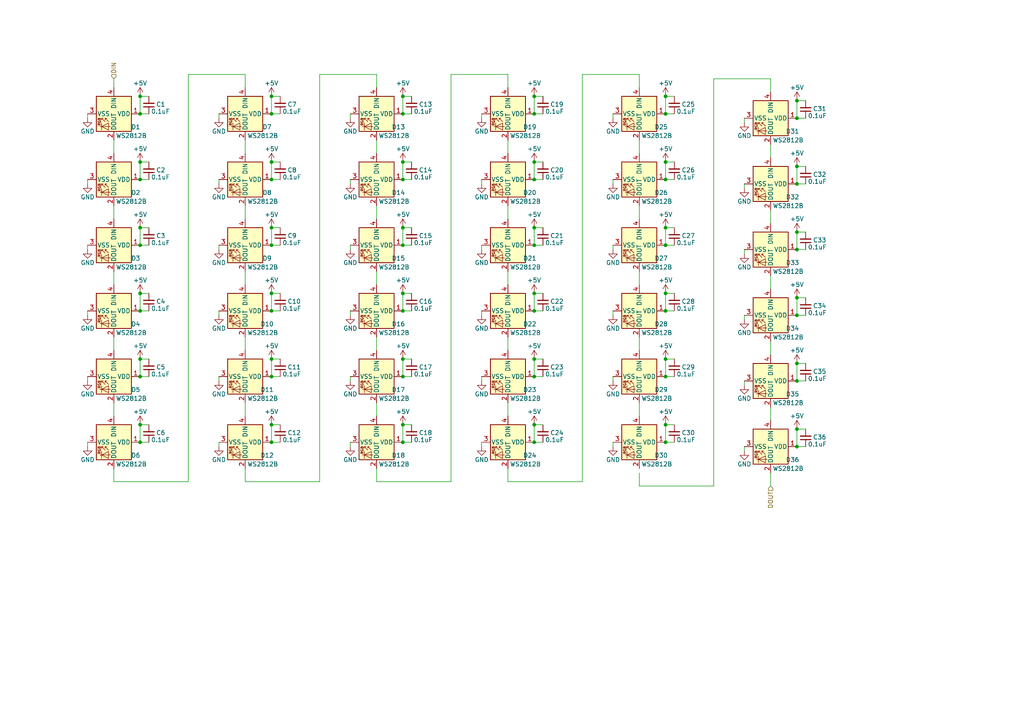
<source format=kicad_sch>
(kicad_sch (version 20211123) (generator eeschema)

  (uuid 805b51e7-a386-444f-bf11-f5aee1dc903e)

  (paper "A4")

  (lib_symbols
    (symbol "Device:C_Small" (pin_numbers hide) (pin_names (offset 0.254) hide) (in_bom yes) (on_board yes)
      (property "Reference" "C" (id 0) (at 0.254 1.778 0)
        (effects (font (size 1.27 1.27)) (justify left))
      )
      (property "Value" "C_Small" (id 1) (at 0.254 -2.032 0)
        (effects (font (size 1.27 1.27)) (justify left))
      )
      (property "Footprint" "" (id 2) (at 0 0 0)
        (effects (font (size 1.27 1.27)) hide)
      )
      (property "Datasheet" "~" (id 3) (at 0 0 0)
        (effects (font (size 1.27 1.27)) hide)
      )
      (property "ki_keywords" "capacitor cap" (id 4) (at 0 0 0)
        (effects (font (size 1.27 1.27)) hide)
      )
      (property "ki_description" "Unpolarized capacitor, small symbol" (id 5) (at 0 0 0)
        (effects (font (size 1.27 1.27)) hide)
      )
      (property "ki_fp_filters" "C_*" (id 6) (at 0 0 0)
        (effects (font (size 1.27 1.27)) hide)
      )
      (symbol "C_Small_0_1"
        (polyline
          (pts
            (xy -1.524 -0.508)
            (xy 1.524 -0.508)
          )
          (stroke (width 0.3302) (type default) (color 0 0 0 0))
          (fill (type none))
        )
        (polyline
          (pts
            (xy -1.524 0.508)
            (xy 1.524 0.508)
          )
          (stroke (width 0.3048) (type default) (color 0 0 0 0))
          (fill (type none))
        )
      )
      (symbol "C_Small_1_1"
        (pin passive line (at 0 2.54 270) (length 2.032)
          (name "~" (effects (font (size 1.27 1.27))))
          (number "1" (effects (font (size 1.27 1.27))))
        )
        (pin passive line (at 0 -2.54 90) (length 2.032)
          (name "~" (effects (font (size 1.27 1.27))))
          (number "2" (effects (font (size 1.27 1.27))))
        )
      )
    )
    (symbol "LED:WS2812B" (pin_names (offset 0.254)) (in_bom yes) (on_board yes)
      (property "Reference" "D" (id 0) (at 5.08 5.715 0)
        (effects (font (size 1.27 1.27)) (justify right bottom))
      )
      (property "Value" "WS2812B" (id 1) (at 1.27 -5.715 0)
        (effects (font (size 1.27 1.27)) (justify left top))
      )
      (property "Footprint" "LED_SMD:LED_WS2812B_PLCC4_5.0x5.0mm_P3.2mm" (id 2) (at 1.27 -7.62 0)
        (effects (font (size 1.27 1.27)) (justify left top) hide)
      )
      (property "Datasheet" "https://cdn-shop.adafruit.com/datasheets/WS2812B.pdf" (id 3) (at 2.54 -9.525 0)
        (effects (font (size 1.27 1.27)) (justify left top) hide)
      )
      (property "ki_keywords" "RGB LED NeoPixel addressable" (id 4) (at 0 0 0)
        (effects (font (size 1.27 1.27)) hide)
      )
      (property "ki_description" "RGB LED with integrated controller" (id 5) (at 0 0 0)
        (effects (font (size 1.27 1.27)) hide)
      )
      (property "ki_fp_filters" "LED*WS2812*PLCC*5.0x5.0mm*P3.2mm*" (id 6) (at 0 0 0)
        (effects (font (size 1.27 1.27)) hide)
      )
      (symbol "WS2812B_0_0"
        (text "RGB" (at 2.286 -4.191 0)
          (effects (font (size 0.762 0.762)))
        )
      )
      (symbol "WS2812B_0_1"
        (polyline
          (pts
            (xy 1.27 -3.556)
            (xy 1.778 -3.556)
          )
          (stroke (width 0) (type default) (color 0 0 0 0))
          (fill (type none))
        )
        (polyline
          (pts
            (xy 1.27 -2.54)
            (xy 1.778 -2.54)
          )
          (stroke (width 0) (type default) (color 0 0 0 0))
          (fill (type none))
        )
        (polyline
          (pts
            (xy 4.699 -3.556)
            (xy 2.667 -3.556)
          )
          (stroke (width 0) (type default) (color 0 0 0 0))
          (fill (type none))
        )
        (polyline
          (pts
            (xy 2.286 -2.54)
            (xy 1.27 -3.556)
            (xy 1.27 -3.048)
          )
          (stroke (width 0) (type default) (color 0 0 0 0))
          (fill (type none))
        )
        (polyline
          (pts
            (xy 2.286 -1.524)
            (xy 1.27 -2.54)
            (xy 1.27 -2.032)
          )
          (stroke (width 0) (type default) (color 0 0 0 0))
          (fill (type none))
        )
        (polyline
          (pts
            (xy 3.683 -1.016)
            (xy 3.683 -3.556)
            (xy 3.683 -4.064)
          )
          (stroke (width 0) (type default) (color 0 0 0 0))
          (fill (type none))
        )
        (polyline
          (pts
            (xy 4.699 -1.524)
            (xy 2.667 -1.524)
            (xy 3.683 -3.556)
            (xy 4.699 -1.524)
          )
          (stroke (width 0) (type default) (color 0 0 0 0))
          (fill (type none))
        )
        (rectangle (start 5.08 5.08) (end -5.08 -5.08)
          (stroke (width 0.254) (type default) (color 0 0 0 0))
          (fill (type background))
        )
      )
      (symbol "WS2812B_1_1"
        (pin power_in line (at 0 7.62 270) (length 2.54)
          (name "VDD" (effects (font (size 1.27 1.27))))
          (number "1" (effects (font (size 1.27 1.27))))
        )
        (pin output line (at 7.62 0 180) (length 2.54)
          (name "DOUT" (effects (font (size 1.27 1.27))))
          (number "2" (effects (font (size 1.27 1.27))))
        )
        (pin power_in line (at 0 -7.62 90) (length 2.54)
          (name "VSS" (effects (font (size 1.27 1.27))))
          (number "3" (effects (font (size 1.27 1.27))))
        )
        (pin input line (at -7.62 0 0) (length 2.54)
          (name "DIN" (effects (font (size 1.27 1.27))))
          (number "4" (effects (font (size 1.27 1.27))))
        )
      )
    )
    (symbol "OLIMEX_Power:+5V" (power) (pin_names (offset 0)) (in_bom yes) (on_board yes)
      (property "Reference" "#PWR" (id 0) (at 0 -3.81 0)
        (effects (font (size 1.27 1.27)) hide)
      )
      (property "Value" "+5V" (id 1) (at 0 3.556 0)
        (effects (font (size 1.27 1.27)))
      )
      (property "Footprint" "" (id 2) (at 0 0 0)
        (effects (font (size 1.524 1.524)))
      )
      (property "Datasheet" "" (id 3) (at 0 0 0)
        (effects (font (size 1.524 1.524)))
      )
      (symbol "+5V_0_1"
        (polyline
          (pts
            (xy -0.762 1.27)
            (xy 0 2.54)
          )
          (stroke (width 0) (type default) (color 0 0 0 0))
          (fill (type none))
        )
        (polyline
          (pts
            (xy 0 0)
            (xy 0 2.54)
          )
          (stroke (width 0) (type default) (color 0 0 0 0))
          (fill (type none))
        )
        (polyline
          (pts
            (xy 0 2.54)
            (xy 0.762 1.27)
          )
          (stroke (width 0) (type default) (color 0 0 0 0))
          (fill (type none))
        )
      )
      (symbol "+5V_1_1"
        (pin power_in line (at 0 0 90) (length 0) hide
          (name "+5V" (effects (font (size 1.27 1.27))))
          (number "1" (effects (font (size 1.27 1.27))))
        )
      )
    )
    (symbol "OLIMEX_Power:GND" (power) (pin_names (offset 0)) (in_bom yes) (on_board yes)
      (property "Reference" "#PWR" (id 0) (at 0 -6.35 0)
        (effects (font (size 1.27 1.27)) hide)
      )
      (property "Value" "GND" (id 1) (at 0 -3.81 0)
        (effects (font (size 1.27 1.27)))
      )
      (property "Footprint" "" (id 2) (at 0 0 0)
        (effects (font (size 1.524 1.524)))
      )
      (property "Datasheet" "" (id 3) (at 0 0 0)
        (effects (font (size 1.524 1.524)))
      )
      (symbol "GND_0_1"
        (polyline
          (pts
            (xy 0 0)
            (xy 0 -1.27)
            (xy 1.27 -1.27)
            (xy 0 -2.54)
            (xy -1.27 -1.27)
            (xy 0 -1.27)
          )
          (stroke (width 0) (type default) (color 0 0 0 0))
          (fill (type none))
        )
      )
      (symbol "GND_1_1"
        (pin power_in line (at 0 0 270) (length 0) hide
          (name "GND" (effects (font (size 1.27 1.27))))
          (number "1" (effects (font (size 1.27 1.27))))
        )
      )
    )
  )

  (junction (at 154.94 104.14) (diameter 0) (color 0 0 0 0)
    (uuid 01192f06-e079-4908-9e38-fd7abb2ced57)
  )
  (junction (at 116.84 52.07) (diameter 0) (color 0 0 0 0)
    (uuid 04e45f0f-5295-4649-ad73-43257fad350c)
  )
  (junction (at 193.04 123.19) (diameter 0) (color 0 0 0 0)
    (uuid 064f9121-5d8c-417b-8a4e-009475469ec8)
  )
  (junction (at 154.94 71.12) (diameter 0) (color 0 0 0 0)
    (uuid 0671cd2e-2f42-481b-aca3-a7805ad253f0)
  )
  (junction (at 193.04 52.07) (diameter 0) (color 0 0 0 0)
    (uuid 079e3e87-529b-4798-8b2c-49e15f7e7612)
  )
  (junction (at 231.14 72.39) (diameter 0) (color 0 0 0 0)
    (uuid 0927574f-fd02-4079-8dbd-e11a602d5964)
  )
  (junction (at 78.74 27.94) (diameter 0) (color 0 0 0 0)
    (uuid 0964913f-3f27-4fde-b0fc-bdb988650f5d)
  )
  (junction (at 231.14 129.54) (diameter 0) (color 0 0 0 0)
    (uuid 0e0bd2ad-980b-4bcc-bd7a-c133e0ee2add)
  )
  (junction (at 231.14 29.21) (diameter 0) (color 0 0 0 0)
    (uuid 0f6ae752-bffa-4021-9484-6e57f8b539c7)
  )
  (junction (at 78.74 123.19) (diameter 0) (color 0 0 0 0)
    (uuid 11cc0ffe-4f6e-4a2c-bb41-dc3942bcef2a)
  )
  (junction (at 231.14 48.26) (diameter 0) (color 0 0 0 0)
    (uuid 142dca92-ae3a-445d-a24d-97ab7dd627f9)
  )
  (junction (at 193.04 90.17) (diameter 0) (color 0 0 0 0)
    (uuid 1b5bb4f3-b88f-4c5b-80a6-f0cc6f186c69)
  )
  (junction (at 231.14 124.46) (diameter 0) (color 0 0 0 0)
    (uuid 2b4ce284-bc3f-41f6-8d3c-5d97d47b4bbe)
  )
  (junction (at 193.04 104.14) (diameter 0) (color 0 0 0 0)
    (uuid 2e5ad38a-ca74-48a1-80d6-fe33d360f340)
  )
  (junction (at 154.94 27.94) (diameter 0) (color 0 0 0 0)
    (uuid 3daabdc2-f88c-483e-8310-7823f83d8dee)
  )
  (junction (at 40.64 27.94) (diameter 0) (color 0 0 0 0)
    (uuid 4883eef2-8674-478e-99fe-cab69e1fd28a)
  )
  (junction (at 193.04 128.27) (diameter 0) (color 0 0 0 0)
    (uuid 4bdbf1f4-69ce-4059-9f23-7c377f48a708)
  )
  (junction (at 154.94 52.07) (diameter 0) (color 0 0 0 0)
    (uuid 4e05d3cc-26be-4ed3-a2dd-cc1abf6ed47e)
  )
  (junction (at 116.84 85.09) (diameter 0) (color 0 0 0 0)
    (uuid 4e82286d-3ccd-47b0-adb7-7eb41bdd70e9)
  )
  (junction (at 78.74 52.07) (diameter 0) (color 0 0 0 0)
    (uuid 4f60987c-3cca-4f2d-b622-61922357066f)
  )
  (junction (at 154.94 128.27) (diameter 0) (color 0 0 0 0)
    (uuid 52c1d508-a0b4-4cbc-9e02-95d754607c03)
  )
  (junction (at 193.04 109.22) (diameter 0) (color 0 0 0 0)
    (uuid 5569596f-5ebd-4a3f-aa96-6ade38902157)
  )
  (junction (at 116.84 109.22) (diameter 0) (color 0 0 0 0)
    (uuid 55828c60-90cb-4026-b3cc-989f028d5380)
  )
  (junction (at 78.74 104.14) (diameter 0) (color 0 0 0 0)
    (uuid 55a9239c-34b6-4372-80b8-89f1147cbe2f)
  )
  (junction (at 231.14 67.31) (diameter 0) (color 0 0 0 0)
    (uuid 56880c9f-d3b0-46cf-ae02-c7cda83ee62c)
  )
  (junction (at 78.74 109.22) (diameter 0) (color 0 0 0 0)
    (uuid 5735886c-de29-4396-a1b6-465df859fc42)
  )
  (junction (at 116.84 33.02) (diameter 0) (color 0 0 0 0)
    (uuid 5be65b73-345d-4ec2-bf7b-9fc308b2bf5f)
  )
  (junction (at 78.74 85.09) (diameter 0) (color 0 0 0 0)
    (uuid 660f9362-b600-4935-9e9a-60eaba7f6d60)
  )
  (junction (at 231.14 110.49) (diameter 0) (color 0 0 0 0)
    (uuid 661b1a63-0285-4a40-b424-edca2f3e80c9)
  )
  (junction (at 193.04 66.04) (diameter 0) (color 0 0 0 0)
    (uuid 6a7e46ab-076b-4f6f-acfb-7f2435417f62)
  )
  (junction (at 40.64 104.14) (diameter 0) (color 0 0 0 0)
    (uuid 6d73f325-a312-4d3c-a4fd-337cd4fa3c5f)
  )
  (junction (at 231.14 86.36) (diameter 0) (color 0 0 0 0)
    (uuid 700a2d1f-24e3-478c-afd2-adb4e7eb86b1)
  )
  (junction (at 116.84 66.04) (diameter 0) (color 0 0 0 0)
    (uuid 70dab7e9-08d7-4694-b6d1-19d1f282dd6e)
  )
  (junction (at 154.94 90.17) (diameter 0) (color 0 0 0 0)
    (uuid 7936b612-63e7-4911-9f2c-dca1392f2a33)
  )
  (junction (at 116.84 104.14) (diameter 0) (color 0 0 0 0)
    (uuid 797a901e-c44b-4f17-b14d-ad99dc815aef)
  )
  (junction (at 116.84 27.94) (diameter 0) (color 0 0 0 0)
    (uuid 79dbf2cf-b2e2-4bea-8234-7b1a0e12ea6c)
  )
  (junction (at 40.64 109.22) (diameter 0) (color 0 0 0 0)
    (uuid 7bce394f-30e5-46d8-a33b-d10f4898b3de)
  )
  (junction (at 193.04 71.12) (diameter 0) (color 0 0 0 0)
    (uuid 83e73fa4-2985-42c4-85f1-f7fddc8db2de)
  )
  (junction (at 154.94 46.99) (diameter 0) (color 0 0 0 0)
    (uuid 8859c963-768b-44a2-90cc-f18f62152dc0)
  )
  (junction (at 154.94 123.19) (diameter 0) (color 0 0 0 0)
    (uuid 8ad77a3d-5570-4c8d-a6af-85adfaef8b97)
  )
  (junction (at 154.94 109.22) (diameter 0) (color 0 0 0 0)
    (uuid 8b787cde-02ae-4314-8b6e-0a6cc6259f25)
  )
  (junction (at 193.04 33.02) (diameter 0) (color 0 0 0 0)
    (uuid 8ce47063-9da5-454b-bc34-faab31c92cd5)
  )
  (junction (at 231.14 91.44) (diameter 0) (color 0 0 0 0)
    (uuid 8dac079f-3d4f-4749-b253-091513e6ac97)
  )
  (junction (at 116.84 128.27) (diameter 0) (color 0 0 0 0)
    (uuid 8f13cc94-7cd2-4ab8-a67c-63f5f4b17bda)
  )
  (junction (at 78.74 46.99) (diameter 0) (color 0 0 0 0)
    (uuid 8f83f463-2d10-4754-bb93-64a183a3707d)
  )
  (junction (at 40.64 85.09) (diameter 0) (color 0 0 0 0)
    (uuid 8f9683c2-5b7d-4bc9-bdb5-96b62c5a0017)
  )
  (junction (at 193.04 27.94) (diameter 0) (color 0 0 0 0)
    (uuid 927d9450-6321-4005-8f95-97e60253d18e)
  )
  (junction (at 78.74 90.17) (diameter 0) (color 0 0 0 0)
    (uuid 940a428e-16f0-4da8-8a00-a76ff920ffb7)
  )
  (junction (at 40.64 33.02) (diameter 0) (color 0 0 0 0)
    (uuid 9512e021-748c-40e5-99c3-9f7e35538814)
  )
  (junction (at 193.04 46.99) (diameter 0) (color 0 0 0 0)
    (uuid 954a2b26-d48e-45fc-9ed3-946975c2d1a5)
  )
  (junction (at 40.64 52.07) (diameter 0) (color 0 0 0 0)
    (uuid 97c99618-62c2-444e-9115-4d28cccd9267)
  )
  (junction (at 231.14 105.41) (diameter 0) (color 0 0 0 0)
    (uuid 9adfcbe2-69dc-47c5-a13b-b8fb616d0a5e)
  )
  (junction (at 78.74 128.27) (diameter 0) (color 0 0 0 0)
    (uuid 9af33e57-231b-4e07-983b-528f923b5c59)
  )
  (junction (at 154.94 66.04) (diameter 0) (color 0 0 0 0)
    (uuid 9d0bc158-97e1-44a3-8ad2-4fe53ec9806e)
  )
  (junction (at 116.84 71.12) (diameter 0) (color 0 0 0 0)
    (uuid a238f71a-a569-46af-8c10-7077717e711f)
  )
  (junction (at 40.64 123.19) (diameter 0) (color 0 0 0 0)
    (uuid a59a3783-6685-47e4-8791-0633d88fb1e8)
  )
  (junction (at 78.74 33.02) (diameter 0) (color 0 0 0 0)
    (uuid adfa9f56-4dce-4d80-82cc-238934fd87e4)
  )
  (junction (at 40.64 90.17) (diameter 0) (color 0 0 0 0)
    (uuid b24b9aad-1eef-4337-9780-71f0f9177eb8)
  )
  (junction (at 40.64 66.04) (diameter 0) (color 0 0 0 0)
    (uuid b9e905c6-a750-46a5-8746-3c9e55239aad)
  )
  (junction (at 231.14 53.34) (diameter 0) (color 0 0 0 0)
    (uuid bb0f63f0-42e6-4e6f-9254-dd0fc23bc861)
  )
  (junction (at 116.84 90.17) (diameter 0) (color 0 0 0 0)
    (uuid be9b845d-553c-43cf-884e-be2eadb2a564)
  )
  (junction (at 116.84 123.19) (diameter 0) (color 0 0 0 0)
    (uuid c3dfe6a4-e651-456f-8cb2-a4bcf3a4e219)
  )
  (junction (at 154.94 85.09) (diameter 0) (color 0 0 0 0)
    (uuid c917ad4d-f505-43ab-91e3-a382c17e84f1)
  )
  (junction (at 40.64 71.12) (diameter 0) (color 0 0 0 0)
    (uuid cd9ac7cb-84df-4dd8-ba88-3dcff7698682)
  )
  (junction (at 154.94 33.02) (diameter 0) (color 0 0 0 0)
    (uuid cde9a7d2-8c70-4c0f-ba11-9a281c0c869a)
  )
  (junction (at 78.74 66.04) (diameter 0) (color 0 0 0 0)
    (uuid d657bc55-88ae-4f94-b1cd-017dd82312b8)
  )
  (junction (at 193.04 85.09) (diameter 0) (color 0 0 0 0)
    (uuid d682bbc5-17bc-4faa-be1e-e4d398bc892c)
  )
  (junction (at 40.64 128.27) (diameter 0) (color 0 0 0 0)
    (uuid dd2e557f-cb75-426a-a4c7-6f477411fa0a)
  )
  (junction (at 231.14 34.29) (diameter 0) (color 0 0 0 0)
    (uuid e2b5bd60-c2f5-4ad6-9475-b161bce75195)
  )
  (junction (at 116.84 46.99) (diameter 0) (color 0 0 0 0)
    (uuid e42a780d-63af-4cbf-b9b9-761bb9fa406b)
  )
  (junction (at 40.64 46.99) (diameter 0) (color 0 0 0 0)
    (uuid f945d956-df51-490f-b3cc-1dce69c70bef)
  )
  (junction (at 78.74 71.12) (diameter 0) (color 0 0 0 0)
    (uuid fd8f78ae-136e-4dfa-89ae-8ade4a7d7cd7)
  )

  (wire (pts (xy 231.14 124.46) (xy 231.14 129.54))
    (stroke (width 0) (type default) (color 0 0 0 0))
    (uuid 0011d178-b5d4-4d78-b4b0-37b6420d795b)
  )
  (wire (pts (xy 185.42 116.84) (xy 185.42 120.65))
    (stroke (width 0) (type default) (color 0 0 0 0))
    (uuid 04ec35a1-d4f5-448d-bf28-cb523bda9386)
  )
  (wire (pts (xy 154.94 123.19) (xy 157.48 123.19))
    (stroke (width 0) (type default) (color 0 0 0 0))
    (uuid 07c6d4a2-694c-496d-a443-437e2baad710)
  )
  (wire (pts (xy 40.64 123.19) (xy 40.64 128.27))
    (stroke (width 0) (type default) (color 0 0 0 0))
    (uuid 09504a33-defa-42ff-b5f3-0ad3ba09738c)
  )
  (wire (pts (xy 154.94 109.22) (xy 157.48 109.22))
    (stroke (width 0) (type default) (color 0 0 0 0))
    (uuid 09621a1d-f328-4d1e-8e68-a16dc746f535)
  )
  (wire (pts (xy 193.04 85.09) (xy 193.04 90.17))
    (stroke (width 0) (type default) (color 0 0 0 0))
    (uuid 0b2b9674-4951-4249-9b90-e89560115b10)
  )
  (wire (pts (xy 25.4 52.07) (xy 25.4 53.34))
    (stroke (width 0) (type default) (color 0 0 0 0))
    (uuid 0c41e859-9839-486b-aaae-5fb3bdb5d0a7)
  )
  (wire (pts (xy 154.94 90.17) (xy 157.48 90.17))
    (stroke (width 0) (type default) (color 0 0 0 0))
    (uuid 0d74514c-11d1-4e20-a030-dd798f3f4194)
  )
  (wire (pts (xy 154.94 66.04) (xy 157.48 66.04))
    (stroke (width 0) (type default) (color 0 0 0 0))
    (uuid 11bfc4e1-0c4f-4541-a20d-c3106d3a3eba)
  )
  (wire (pts (xy 231.14 129.54) (xy 233.68 129.54))
    (stroke (width 0) (type default) (color 0 0 0 0))
    (uuid 1309e3b0-73f8-4620-a291-c3e65985133c)
  )
  (wire (pts (xy 154.94 104.14) (xy 154.94 109.22))
    (stroke (width 0) (type default) (color 0 0 0 0))
    (uuid 13a99bc4-288d-47ef-9b6c-1a94b1c345da)
  )
  (wire (pts (xy 40.64 71.12) (xy 43.18 71.12))
    (stroke (width 0) (type default) (color 0 0 0 0))
    (uuid 143552e9-b548-42bb-ad54-f3eb4ba74e9e)
  )
  (wire (pts (xy 147.32 139.7) (xy 168.91 139.7))
    (stroke (width 0) (type default) (color 0 0 0 0))
    (uuid 14caa98b-bef4-4b2f-9b0e-8acefeeeeaf1)
  )
  (wire (pts (xy 231.14 34.29) (xy 233.68 34.29))
    (stroke (width 0) (type default) (color 0 0 0 0))
    (uuid 16030ea3-8690-41ae-8a64-6bf313c084ec)
  )
  (wire (pts (xy 78.74 85.09) (xy 81.28 85.09))
    (stroke (width 0) (type default) (color 0 0 0 0))
    (uuid 161c0b99-0cc3-4876-9b2d-ecc9e25e8f5c)
  )
  (wire (pts (xy 154.94 52.07) (xy 157.48 52.07))
    (stroke (width 0) (type default) (color 0 0 0 0))
    (uuid 17c96959-983c-417f-bd4d-dbedb293b4b9)
  )
  (wire (pts (xy 154.94 33.02) (xy 157.48 33.02))
    (stroke (width 0) (type default) (color 0 0 0 0))
    (uuid 188b39b0-45bf-4db9-85d6-9feb1dcf0de5)
  )
  (wire (pts (xy 54.61 21.59) (xy 71.12 21.59))
    (stroke (width 0) (type default) (color 0 0 0 0))
    (uuid 19454907-bc6a-41ea-9e2f-dd49afca3e17)
  )
  (wire (pts (xy 130.81 139.7) (xy 130.81 21.59))
    (stroke (width 0) (type default) (color 0 0 0 0))
    (uuid 1a2c103a-ef97-4910-a492-90199e717b2d)
  )
  (wire (pts (xy 231.14 110.49) (xy 233.68 110.49))
    (stroke (width 0) (type default) (color 0 0 0 0))
    (uuid 1ec3ba81-ef1f-43dd-8790-b4e085f0cd47)
  )
  (wire (pts (xy 101.6 90.17) (xy 101.6 91.44))
    (stroke (width 0) (type default) (color 0 0 0 0))
    (uuid 202b7180-f443-4a30-89d7-817ce2a519f9)
  )
  (wire (pts (xy 71.12 78.74) (xy 71.12 82.55))
    (stroke (width 0) (type default) (color 0 0 0 0))
    (uuid 24743e87-ba1e-4e10-9a8c-84b8c61fe15e)
  )
  (wire (pts (xy 231.14 29.21) (xy 231.14 34.29))
    (stroke (width 0) (type default) (color 0 0 0 0))
    (uuid 25d49695-e9e9-4fea-9071-20dce8e32bf1)
  )
  (wire (pts (xy 185.42 137.16) (xy 185.42 140.97))
    (stroke (width 0) (type default) (color 0 0 0 0))
    (uuid 284df329-cf13-4c5d-99cd-c32c37a8f86a)
  )
  (wire (pts (xy 109.22 78.74) (xy 109.22 82.55))
    (stroke (width 0) (type default) (color 0 0 0 0))
    (uuid 285b3244-68f6-45d1-b663-04f018bddd41)
  )
  (wire (pts (xy 33.02 22.86) (xy 33.02 25.4))
    (stroke (width 0) (type default) (color 0 0 0 0))
    (uuid 28b7a854-fe36-4f6d-9ebe-e8f12fad6cf6)
  )
  (wire (pts (xy 40.64 104.14) (xy 43.18 104.14))
    (stroke (width 0) (type default) (color 0 0 0 0))
    (uuid 2b90e670-0ec9-41bc-830f-8182ecbc1726)
  )
  (wire (pts (xy 193.04 46.99) (xy 195.58 46.99))
    (stroke (width 0) (type default) (color 0 0 0 0))
    (uuid 2c1be611-29e1-4665-a5b5-97b5448f3f8f)
  )
  (wire (pts (xy 40.64 104.14) (xy 40.64 109.22))
    (stroke (width 0) (type default) (color 0 0 0 0))
    (uuid 2c6273ee-6a56-4d36-8da0-5c24e5bc8574)
  )
  (wire (pts (xy 116.84 109.22) (xy 119.38 109.22))
    (stroke (width 0) (type default) (color 0 0 0 0))
    (uuid 2d528597-03e9-464a-9b13-96a09bb33150)
  )
  (wire (pts (xy 63.5 33.02) (xy 63.5 34.29))
    (stroke (width 0) (type default) (color 0 0 0 0))
    (uuid 2f115730-c352-4cad-ad55-94f15aa3cb1f)
  )
  (wire (pts (xy 109.22 40.64) (xy 109.22 44.45))
    (stroke (width 0) (type default) (color 0 0 0 0))
    (uuid 2f57dc66-9c03-42c8-bc5e-eb2c9b618f38)
  )
  (wire (pts (xy 71.12 59.69) (xy 71.12 63.5))
    (stroke (width 0) (type default) (color 0 0 0 0))
    (uuid 313144d6-64c2-471f-9554-5a3a4fde0255)
  )
  (wire (pts (xy 139.7 109.22) (xy 139.7 110.49))
    (stroke (width 0) (type default) (color 0 0 0 0))
    (uuid 3175891b-14aa-4295-9fa2-0b869df6e694)
  )
  (wire (pts (xy 78.74 109.22) (xy 81.28 109.22))
    (stroke (width 0) (type default) (color 0 0 0 0))
    (uuid 31d40999-d54a-4680-b62e-4aac29d3ff25)
  )
  (wire (pts (xy 147.32 97.79) (xy 147.32 101.6))
    (stroke (width 0) (type default) (color 0 0 0 0))
    (uuid 336f692d-13ed-44c8-9dac-c5a6ec795172)
  )
  (wire (pts (xy 78.74 128.27) (xy 81.28 128.27))
    (stroke (width 0) (type default) (color 0 0 0 0))
    (uuid 33d80d2f-d75c-48d1-941b-2d11c6f22e11)
  )
  (wire (pts (xy 101.6 52.07) (xy 101.6 53.34))
    (stroke (width 0) (type default) (color 0 0 0 0))
    (uuid 348b29c8-a59f-414f-a539-dad68e4b300d)
  )
  (wire (pts (xy 168.91 21.59) (xy 185.42 21.59))
    (stroke (width 0) (type default) (color 0 0 0 0))
    (uuid 350562cc-33e5-4e59-af24-db11e8182165)
  )
  (wire (pts (xy 54.61 139.7) (xy 54.61 21.59))
    (stroke (width 0) (type default) (color 0 0 0 0))
    (uuid 3509898e-e7bb-4929-a348-64f9eb1f4a61)
  )
  (wire (pts (xy 154.94 46.99) (xy 154.94 52.07))
    (stroke (width 0) (type default) (color 0 0 0 0))
    (uuid 361316d3-d8a1-45dc-98fa-89f20a7d263e)
  )
  (wire (pts (xy 109.22 59.69) (xy 109.22 63.5))
    (stroke (width 0) (type default) (color 0 0 0 0))
    (uuid 361ccd18-4d43-4318-a8c9-85317872c3ec)
  )
  (wire (pts (xy 231.14 124.46) (xy 233.68 124.46))
    (stroke (width 0) (type default) (color 0 0 0 0))
    (uuid 3666d85d-4230-46bd-bde5-63e8de11ea78)
  )
  (wire (pts (xy 78.74 46.99) (xy 81.28 46.99))
    (stroke (width 0) (type default) (color 0 0 0 0))
    (uuid 37038005-81bc-4123-8370-00e201a1b05f)
  )
  (wire (pts (xy 193.04 33.02) (xy 195.58 33.02))
    (stroke (width 0) (type default) (color 0 0 0 0))
    (uuid 3a2995ea-a66c-4ae5-bef0-59f6150ec6d9)
  )
  (wire (pts (xy 63.5 71.12) (xy 63.5 72.39))
    (stroke (width 0) (type default) (color 0 0 0 0))
    (uuid 3a8fa7bd-61a5-4515-8041-a3e666645962)
  )
  (wire (pts (xy 40.64 123.19) (xy 43.18 123.19))
    (stroke (width 0) (type default) (color 0 0 0 0))
    (uuid 3b158144-2622-43e1-83be-f774a291e378)
  )
  (wire (pts (xy 185.42 59.69) (xy 185.42 63.5))
    (stroke (width 0) (type default) (color 0 0 0 0))
    (uuid 3e2941b2-c053-4a45-bf6d-96bba36ee323)
  )
  (wire (pts (xy 78.74 104.14) (xy 81.28 104.14))
    (stroke (width 0) (type default) (color 0 0 0 0))
    (uuid 3e4acf4b-c89f-4ef0-9bef-1490288270b0)
  )
  (wire (pts (xy 40.64 85.09) (xy 43.18 85.09))
    (stroke (width 0) (type default) (color 0 0 0 0))
    (uuid 3ea9cc57-7eee-403a-9632-1b89a6116d77)
  )
  (wire (pts (xy 193.04 66.04) (xy 195.58 66.04))
    (stroke (width 0) (type default) (color 0 0 0 0))
    (uuid 3f746660-2362-4c86-ac3e-b778e6473f1a)
  )
  (wire (pts (xy 63.5 109.22) (xy 63.5 110.49))
    (stroke (width 0) (type default) (color 0 0 0 0))
    (uuid 3fc4b2e2-a668-4982-b436-0fa9e2efc0a1)
  )
  (wire (pts (xy 139.7 52.07) (xy 139.7 53.34))
    (stroke (width 0) (type default) (color 0 0 0 0))
    (uuid 419b1742-8641-4b36-91ff-50a6d2b44ab7)
  )
  (wire (pts (xy 116.84 123.19) (xy 119.38 123.19))
    (stroke (width 0) (type default) (color 0 0 0 0))
    (uuid 42537fa8-a46b-49eb-89b8-3761d8485179)
  )
  (wire (pts (xy 130.81 21.59) (xy 147.32 21.59))
    (stroke (width 0) (type default) (color 0 0 0 0))
    (uuid 42dde110-e1cc-4dc0-99fa-0e04ef4e5ae7)
  )
  (wire (pts (xy 193.04 123.19) (xy 193.04 128.27))
    (stroke (width 0) (type default) (color 0 0 0 0))
    (uuid 43a1aeaf-9c08-49aa-b9d3-935cf80ca023)
  )
  (wire (pts (xy 177.8 71.12) (xy 177.8 72.39))
    (stroke (width 0) (type default) (color 0 0 0 0))
    (uuid 4809b4f5-1df5-4547-a8cf-87b84402a95a)
  )
  (wire (pts (xy 223.52 118.11) (xy 223.52 121.92))
    (stroke (width 0) (type default) (color 0 0 0 0))
    (uuid 482a0454-0e0b-45e3-bc50-c564039ce32d)
  )
  (wire (pts (xy 71.12 116.84) (xy 71.12 120.65))
    (stroke (width 0) (type default) (color 0 0 0 0))
    (uuid 497a45d5-9218-4fb8-8b11-ff26c086cff9)
  )
  (wire (pts (xy 109.22 116.84) (xy 109.22 120.65))
    (stroke (width 0) (type default) (color 0 0 0 0))
    (uuid 4aed4daf-bcd9-47ff-bf7d-865f40e51820)
  )
  (wire (pts (xy 223.52 137.16) (xy 223.52 140.97))
    (stroke (width 0) (type default) (color 0 0 0 0))
    (uuid 4b95e9ce-6b20-45a5-bbfd-bc661e6b21ab)
  )
  (wire (pts (xy 193.04 90.17) (xy 195.58 90.17))
    (stroke (width 0) (type default) (color 0 0 0 0))
    (uuid 4c7b698f-93b3-432e-a457-6e722db58d87)
  )
  (wire (pts (xy 154.94 66.04) (xy 154.94 71.12))
    (stroke (width 0) (type default) (color 0 0 0 0))
    (uuid 4f7f2f56-0dbd-45d3-9a9d-50c4d37f388f)
  )
  (wire (pts (xy 231.14 67.31) (xy 233.68 67.31))
    (stroke (width 0) (type default) (color 0 0 0 0))
    (uuid 50c3ca3b-15e3-45aa-9ef7-1b58814a04b2)
  )
  (wire (pts (xy 231.14 67.31) (xy 231.14 72.39))
    (stroke (width 0) (type default) (color 0 0 0 0))
    (uuid 50d18098-880e-4651-abdf-2c20fa7d5118)
  )
  (wire (pts (xy 109.22 97.79) (xy 109.22 101.6))
    (stroke (width 0) (type default) (color 0 0 0 0))
    (uuid 5101ae05-7c44-4565-aa49-bb2d1627b8bb)
  )
  (wire (pts (xy 231.14 72.39) (xy 233.68 72.39))
    (stroke (width 0) (type default) (color 0 0 0 0))
    (uuid 53866d92-c727-47b5-9d29-93dcd5e70882)
  )
  (wire (pts (xy 116.84 128.27) (xy 119.38 128.27))
    (stroke (width 0) (type default) (color 0 0 0 0))
    (uuid 54c4a91a-ca4a-49f2-ab4b-56e3c9095b2a)
  )
  (wire (pts (xy 71.12 97.79) (xy 71.12 101.6))
    (stroke (width 0) (type default) (color 0 0 0 0))
    (uuid 58080b01-a02c-4e7d-b83c-e1532e390ac8)
  )
  (wire (pts (xy 109.22 135.89) (xy 109.22 139.7))
    (stroke (width 0) (type default) (color 0 0 0 0))
    (uuid 59c762e0-2ba3-418f-9212-a22747d6b3d7)
  )
  (wire (pts (xy 109.22 21.59) (xy 109.22 25.4))
    (stroke (width 0) (type default) (color 0 0 0 0))
    (uuid 5b9f8bd8-d460-419e-825b-3d15410d28c5)
  )
  (wire (pts (xy 139.7 33.02) (xy 139.7 34.29))
    (stroke (width 0) (type default) (color 0 0 0 0))
    (uuid 5c7591ad-586d-4682-a99f-15f417efa6ca)
  )
  (wire (pts (xy 116.84 85.09) (xy 119.38 85.09))
    (stroke (width 0) (type default) (color 0 0 0 0))
    (uuid 5cba4107-e521-4092-82a6-6a18ad4a8f24)
  )
  (wire (pts (xy 40.64 33.02) (xy 43.18 33.02))
    (stroke (width 0) (type default) (color 0 0 0 0))
    (uuid 5e54ad36-b615-4bbe-94de-99a978314521)
  )
  (wire (pts (xy 231.14 105.41) (xy 233.68 105.41))
    (stroke (width 0) (type default) (color 0 0 0 0))
    (uuid 61ca137d-8aa0-4106-945d-3a2746c4083b)
  )
  (wire (pts (xy 33.02 135.89) (xy 33.02 139.7))
    (stroke (width 0) (type default) (color 0 0 0 0))
    (uuid 64fccfb1-a66e-457b-9dc2-38610fb5be8f)
  )
  (wire (pts (xy 215.9 72.39) (xy 215.9 73.66))
    (stroke (width 0) (type default) (color 0 0 0 0))
    (uuid 65ec7e2b-83db-4d40-ab23-d52891ead24e)
  )
  (wire (pts (xy 116.84 27.94) (xy 119.38 27.94))
    (stroke (width 0) (type default) (color 0 0 0 0))
    (uuid 6717ce5c-9b24-44ce-888a-a37d30241857)
  )
  (wire (pts (xy 78.74 27.94) (xy 78.74 33.02))
    (stroke (width 0) (type default) (color 0 0 0 0))
    (uuid 68b41456-df3f-438c-bb09-c4da39a380a2)
  )
  (wire (pts (xy 78.74 66.04) (xy 81.28 66.04))
    (stroke (width 0) (type default) (color 0 0 0 0))
    (uuid 6ad429f5-9dbe-4097-8795-48e5575dd568)
  )
  (wire (pts (xy 231.14 91.44) (xy 233.68 91.44))
    (stroke (width 0) (type default) (color 0 0 0 0))
    (uuid 6b575d2c-64b3-47cc-9705-4bc051357416)
  )
  (wire (pts (xy 109.22 139.7) (xy 130.81 139.7))
    (stroke (width 0) (type default) (color 0 0 0 0))
    (uuid 6bffb431-d51d-40cf-8e0d-98a0d48e3679)
  )
  (wire (pts (xy 63.5 128.27) (xy 63.5 129.54))
    (stroke (width 0) (type default) (color 0 0 0 0))
    (uuid 6e8c1b49-d370-492d-bffb-b5e4f2a71de1)
  )
  (wire (pts (xy 147.32 135.89) (xy 147.32 139.7))
    (stroke (width 0) (type default) (color 0 0 0 0))
    (uuid 742c52c7-f6e9-4ec7-aad7-864057491eef)
  )
  (wire (pts (xy 33.02 40.64) (xy 33.02 44.45))
    (stroke (width 0) (type default) (color 0 0 0 0))
    (uuid 7438ea45-6804-4708-a452-f58642deeca9)
  )
  (wire (pts (xy 116.84 66.04) (xy 116.84 71.12))
    (stroke (width 0) (type default) (color 0 0 0 0))
    (uuid 748326bd-a756-452e-a14e-b74bd2e20e75)
  )
  (wire (pts (xy 177.8 52.07) (xy 177.8 53.34))
    (stroke (width 0) (type default) (color 0 0 0 0))
    (uuid 75cfa2a3-40d7-4aa7-8128-6a3d3d780be6)
  )
  (wire (pts (xy 25.4 90.17) (xy 25.4 91.44))
    (stroke (width 0) (type default) (color 0 0 0 0))
    (uuid 7698e384-c71d-4c19-a7ae-8702417f9134)
  )
  (wire (pts (xy 78.74 85.09) (xy 78.74 90.17))
    (stroke (width 0) (type default) (color 0 0 0 0))
    (uuid 76c3a1d4-fcbd-4af5-b718-e905ed406c71)
  )
  (wire (pts (xy 63.5 90.17) (xy 63.5 91.44))
    (stroke (width 0) (type default) (color 0 0 0 0))
    (uuid 7700c5d3-1b01-43f9-9053-b45bbb80c9f3)
  )
  (wire (pts (xy 116.84 104.14) (xy 119.38 104.14))
    (stroke (width 0) (type default) (color 0 0 0 0))
    (uuid 7843cc02-bffc-49c7-9667-81ea797ab324)
  )
  (wire (pts (xy 116.84 66.04) (xy 119.38 66.04))
    (stroke (width 0) (type default) (color 0 0 0 0))
    (uuid 792f4ff3-25ac-426f-98fe-a88d41c874c1)
  )
  (wire (pts (xy 92.71 139.7) (xy 92.71 21.59))
    (stroke (width 0) (type default) (color 0 0 0 0))
    (uuid 7bb3e702-6e2f-48f2-a3a6-d106d07fc248)
  )
  (wire (pts (xy 78.74 123.19) (xy 81.28 123.19))
    (stroke (width 0) (type default) (color 0 0 0 0))
    (uuid 7c9af73e-9840-4c99-9b69-6613f4d4c36c)
  )
  (wire (pts (xy 215.9 129.54) (xy 215.9 130.81))
    (stroke (width 0) (type default) (color 0 0 0 0))
    (uuid 7cf25dd0-631c-4ce5-97a5-f81c95a70480)
  )
  (wire (pts (xy 78.74 52.07) (xy 81.28 52.07))
    (stroke (width 0) (type default) (color 0 0 0 0))
    (uuid 7db79e33-ba2a-4933-9a71-a9225c15ce67)
  )
  (wire (pts (xy 116.84 27.94) (xy 116.84 33.02))
    (stroke (width 0) (type default) (color 0 0 0 0))
    (uuid 7fb45450-48bb-4f1b-9773-bcf674093979)
  )
  (wire (pts (xy 168.91 139.7) (xy 168.91 21.59))
    (stroke (width 0) (type default) (color 0 0 0 0))
    (uuid 8179b3fd-ba4c-4f1e-987d-b06faf453cdd)
  )
  (wire (pts (xy 116.84 46.99) (xy 119.38 46.99))
    (stroke (width 0) (type default) (color 0 0 0 0))
    (uuid 819f8664-bf94-4743-969a-fbe50ef98110)
  )
  (wire (pts (xy 223.52 99.06) (xy 223.52 102.87))
    (stroke (width 0) (type default) (color 0 0 0 0))
    (uuid 81f8bf52-b2cb-49d5-a8a0-a3b8e6d04013)
  )
  (wire (pts (xy 154.94 128.27) (xy 157.48 128.27))
    (stroke (width 0) (type default) (color 0 0 0 0))
    (uuid 824499b5-dff8-4560-b966-9bc735cb10b9)
  )
  (wire (pts (xy 116.84 104.14) (xy 116.84 109.22))
    (stroke (width 0) (type default) (color 0 0 0 0))
    (uuid 82b8e961-03dc-4ce7-b1fd-7125395b64cd)
  )
  (wire (pts (xy 40.64 85.09) (xy 40.64 90.17))
    (stroke (width 0) (type default) (color 0 0 0 0))
    (uuid 85ea757e-5b65-498d-9416-a068cb44169d)
  )
  (wire (pts (xy 25.4 128.27) (xy 25.4 129.54))
    (stroke (width 0) (type default) (color 0 0 0 0))
    (uuid 87d008e5-eb80-4771-8dba-888858b62a21)
  )
  (wire (pts (xy 147.32 21.59) (xy 147.32 25.4))
    (stroke (width 0) (type default) (color 0 0 0 0))
    (uuid 89646a0d-7fae-4429-a37f-d971bb7df2e5)
  )
  (wire (pts (xy 116.84 46.99) (xy 116.84 52.07))
    (stroke (width 0) (type default) (color 0 0 0 0))
    (uuid 8c3d0183-9197-4c47-ac08-0c2b72817049)
  )
  (wire (pts (xy 231.14 86.36) (xy 231.14 91.44))
    (stroke (width 0) (type default) (color 0 0 0 0))
    (uuid 8c3e3e11-0bc7-40ac-8b56-bde3bfbc599c)
  )
  (wire (pts (xy 78.74 33.02) (xy 81.28 33.02))
    (stroke (width 0) (type default) (color 0 0 0 0))
    (uuid 9124f997-84ed-499b-bce6-b15c6a1cdb90)
  )
  (wire (pts (xy 78.74 66.04) (xy 78.74 71.12))
    (stroke (width 0) (type default) (color 0 0 0 0))
    (uuid 92b30c66-b059-4a6e-8b92-180800f70e2e)
  )
  (wire (pts (xy 116.84 33.02) (xy 119.38 33.02))
    (stroke (width 0) (type default) (color 0 0 0 0))
    (uuid 94af7f64-8178-4a96-9ea1-fcd11be105ce)
  )
  (wire (pts (xy 207.01 22.86) (xy 223.52 22.86))
    (stroke (width 0) (type default) (color 0 0 0 0))
    (uuid 94e409dd-74d4-4019-a8c3-7495f403a888)
  )
  (wire (pts (xy 71.12 21.59) (xy 71.12 25.4))
    (stroke (width 0) (type default) (color 0 0 0 0))
    (uuid 98fb7a0f-493b-4baa-8726-3f5b07dd19f8)
  )
  (wire (pts (xy 78.74 90.17) (xy 81.28 90.17))
    (stroke (width 0) (type default) (color 0 0 0 0))
    (uuid 9959ca35-6910-4892-acad-dea6a8752df2)
  )
  (wire (pts (xy 101.6 109.22) (xy 101.6 110.49))
    (stroke (width 0) (type default) (color 0 0 0 0))
    (uuid 9b2d7ebe-4999-4417-bec3-1e8b31d1653b)
  )
  (wire (pts (xy 71.12 135.89) (xy 71.12 139.7))
    (stroke (width 0) (type default) (color 0 0 0 0))
    (uuid 9bb36c8e-e80a-4738-bf28-14b1a6ed4afb)
  )
  (wire (pts (xy 63.5 52.07) (xy 63.5 53.34))
    (stroke (width 0) (type default) (color 0 0 0 0))
    (uuid 9c3ef273-a0c7-4fb2-b924-26791f71704f)
  )
  (wire (pts (xy 139.7 90.17) (xy 139.7 91.44))
    (stroke (width 0) (type default) (color 0 0 0 0))
    (uuid 9e14b4a7-6ae1-4bb3-b2ea-b4c1c8d34f77)
  )
  (wire (pts (xy 231.14 48.26) (xy 231.14 53.34))
    (stroke (width 0) (type default) (color 0 0 0 0))
    (uuid 9f2948d1-84ec-4f15-bcbe-57348e5b78b3)
  )
  (wire (pts (xy 33.02 116.84) (xy 33.02 120.65))
    (stroke (width 0) (type default) (color 0 0 0 0))
    (uuid 9fde3bd1-1bc4-4e95-8ae7-67a250ce8524)
  )
  (wire (pts (xy 193.04 123.19) (xy 195.58 123.19))
    (stroke (width 0) (type default) (color 0 0 0 0))
    (uuid a101d65c-4421-4904-b2f6-9bebcf06015b)
  )
  (wire (pts (xy 185.42 21.59) (xy 185.42 25.4))
    (stroke (width 0) (type default) (color 0 0 0 0))
    (uuid a3052810-b865-43b3-94dc-7fdcdc9271a7)
  )
  (wire (pts (xy 78.74 27.94) (xy 81.28 27.94))
    (stroke (width 0) (type default) (color 0 0 0 0))
    (uuid a3c97c38-696f-4cac-9c47-137487aec4bb)
  )
  (wire (pts (xy 193.04 52.07) (xy 195.58 52.07))
    (stroke (width 0) (type default) (color 0 0 0 0))
    (uuid a4c92db8-9060-4578-824f-e42fd5db24b8)
  )
  (wire (pts (xy 25.4 33.02) (xy 25.4 34.29))
    (stroke (width 0) (type default) (color 0 0 0 0))
    (uuid a5a8b87a-5232-4f34-b298-93c6bb861e27)
  )
  (wire (pts (xy 92.71 21.59) (xy 109.22 21.59))
    (stroke (width 0) (type default) (color 0 0 0 0))
    (uuid a6d30911-e750-405d-aa7d-4fe999af4c9e)
  )
  (wire (pts (xy 154.94 27.94) (xy 157.48 27.94))
    (stroke (width 0) (type default) (color 0 0 0 0))
    (uuid a760ed2c-c6f3-480d-ab61-d6f2003f2391)
  )
  (wire (pts (xy 25.4 109.22) (xy 25.4 110.49))
    (stroke (width 0) (type default) (color 0 0 0 0))
    (uuid a7d25181-49ea-4519-9320-2d1d972172db)
  )
  (wire (pts (xy 116.84 52.07) (xy 119.38 52.07))
    (stroke (width 0) (type default) (color 0 0 0 0))
    (uuid a80ccfe8-036d-488d-baa4-5050ccda1515)
  )
  (wire (pts (xy 223.52 60.96) (xy 223.52 64.77))
    (stroke (width 0) (type default) (color 0 0 0 0))
    (uuid a8f776f3-741f-4b9f-8d07-a0d85d17b5e3)
  )
  (wire (pts (xy 40.64 66.04) (xy 40.64 71.12))
    (stroke (width 0) (type default) (color 0 0 0 0))
    (uuid a966ed81-67f0-4284-9002-e49f1a9ea373)
  )
  (wire (pts (xy 215.9 53.34) (xy 215.9 54.61))
    (stroke (width 0) (type default) (color 0 0 0 0))
    (uuid ab6e54e6-0c85-47ee-a9ab-f04deec1a1d6)
  )
  (wire (pts (xy 223.52 41.91) (xy 223.52 45.72))
    (stroke (width 0) (type default) (color 0 0 0 0))
    (uuid abf6eb49-b22b-4f19-a505-0b157060c865)
  )
  (wire (pts (xy 40.64 90.17) (xy 43.18 90.17))
    (stroke (width 0) (type default) (color 0 0 0 0))
    (uuid ade84486-89ad-4b86-bb6b-38d1ea082c72)
  )
  (wire (pts (xy 40.64 46.99) (xy 40.64 52.07))
    (stroke (width 0) (type default) (color 0 0 0 0))
    (uuid aec55cb9-b024-401f-bcd3-33192bc6bddf)
  )
  (wire (pts (xy 101.6 33.02) (xy 101.6 34.29))
    (stroke (width 0) (type default) (color 0 0 0 0))
    (uuid afcb2d84-2a85-4e33-b929-8b6fa2db9267)
  )
  (wire (pts (xy 223.52 22.86) (xy 223.52 26.67))
    (stroke (width 0) (type default) (color 0 0 0 0))
    (uuid b069bb3c-deab-4f7e-915e-68f12816735f)
  )
  (wire (pts (xy 154.94 123.19) (xy 154.94 128.27))
    (stroke (width 0) (type default) (color 0 0 0 0))
    (uuid b0db2c00-e052-4df1-a7a2-c9b1d6a2feba)
  )
  (wire (pts (xy 40.64 52.07) (xy 43.18 52.07))
    (stroke (width 0) (type default) (color 0 0 0 0))
    (uuid b606e7e5-ae1d-4564-baa8-d4fac71e5339)
  )
  (wire (pts (xy 40.64 128.27) (xy 43.18 128.27))
    (stroke (width 0) (type default) (color 0 0 0 0))
    (uuid b618523f-86f9-4ca0-8f08-8bed21603dda)
  )
  (wire (pts (xy 231.14 105.41) (xy 231.14 110.49))
    (stroke (width 0) (type default) (color 0 0 0 0))
    (uuid b6916ea1-884e-4bf1-93ad-3ad2bd568004)
  )
  (wire (pts (xy 147.32 59.69) (xy 147.32 63.5))
    (stroke (width 0) (type default) (color 0 0 0 0))
    (uuid b9283e6c-1947-47f0-8108-d796165e1a95)
  )
  (wire (pts (xy 215.9 110.49) (xy 215.9 111.76))
    (stroke (width 0) (type default) (color 0 0 0 0))
    (uuid b95c01b9-776c-4d20-abc9-c16ffb0a2cad)
  )
  (wire (pts (xy 185.42 78.74) (xy 185.42 82.55))
    (stroke (width 0) (type default) (color 0 0 0 0))
    (uuid ba732532-4d70-4b5f-958d-8e850d934556)
  )
  (wire (pts (xy 78.74 123.19) (xy 78.74 128.27))
    (stroke (width 0) (type default) (color 0 0 0 0))
    (uuid bd39f7b5-ba82-426c-a474-8b814b6dc7e0)
  )
  (wire (pts (xy 40.64 27.94) (xy 43.18 27.94))
    (stroke (width 0) (type default) (color 0 0 0 0))
    (uuid bdc7093c-c06d-46b3-a23a-e6d7d2401a5b)
  )
  (wire (pts (xy 154.94 104.14) (xy 157.48 104.14))
    (stroke (width 0) (type default) (color 0 0 0 0))
    (uuid bec27a07-e71a-4878-9973-83b1a06b55a9)
  )
  (wire (pts (xy 71.12 40.64) (xy 71.12 44.45))
    (stroke (width 0) (type default) (color 0 0 0 0))
    (uuid bffdea7c-6adf-433d-9e6a-788a264f3a72)
  )
  (wire (pts (xy 193.04 27.94) (xy 195.58 27.94))
    (stroke (width 0) (type default) (color 0 0 0 0))
    (uuid c033c160-d3d4-4f9e-aecf-cff823fd436c)
  )
  (wire (pts (xy 154.94 27.94) (xy 154.94 33.02))
    (stroke (width 0) (type default) (color 0 0 0 0))
    (uuid c0477116-2275-4daa-9b0f-1a4f67002e03)
  )
  (wire (pts (xy 231.14 29.21) (xy 233.68 29.21))
    (stroke (width 0) (type default) (color 0 0 0 0))
    (uuid c080629f-cbca-4a11-a0a9-da933cb6bf8d)
  )
  (wire (pts (xy 147.32 78.74) (xy 147.32 82.55))
    (stroke (width 0) (type default) (color 0 0 0 0))
    (uuid c15f0b9f-f5d4-4a14-884c-9f94df5022f9)
  )
  (wire (pts (xy 185.42 40.64) (xy 185.42 44.45))
    (stroke (width 0) (type default) (color 0 0 0 0))
    (uuid c2be66e0-90d8-42e6-aab1-2a60ef848c87)
  )
  (wire (pts (xy 215.9 34.29) (xy 215.9 35.56))
    (stroke (width 0) (type default) (color 0 0 0 0))
    (uuid c3164227-bedd-453a-94c6-dad898d4c80e)
  )
  (wire (pts (xy 147.32 40.64) (xy 147.32 44.45))
    (stroke (width 0) (type default) (color 0 0 0 0))
    (uuid c40b70fb-c25c-4c07-a63a-540328e812d2)
  )
  (wire (pts (xy 231.14 48.26) (xy 233.68 48.26))
    (stroke (width 0) (type default) (color 0 0 0 0))
    (uuid c4ab3cdf-71b7-4157-9457-d033643c5aaa)
  )
  (wire (pts (xy 177.8 33.02) (xy 177.8 34.29))
    (stroke (width 0) (type default) (color 0 0 0 0))
    (uuid ca77ead9-7c41-40bd-8c23-8eba7958d111)
  )
  (wire (pts (xy 193.04 66.04) (xy 193.04 71.12))
    (stroke (width 0) (type default) (color 0 0 0 0))
    (uuid cc592d2d-8298-4323-a512-4ba23666d03c)
  )
  (wire (pts (xy 78.74 71.12) (xy 81.28 71.12))
    (stroke (width 0) (type default) (color 0 0 0 0))
    (uuid ccfaf2b9-0346-456e-b276-b27a4bf6c412)
  )
  (wire (pts (xy 78.74 104.14) (xy 78.74 109.22))
    (stroke (width 0) (type default) (color 0 0 0 0))
    (uuid cdd1959d-3b42-4229-93a7-6b225ccfefb0)
  )
  (wire (pts (xy 193.04 104.14) (xy 193.04 109.22))
    (stroke (width 0) (type default) (color 0 0 0 0))
    (uuid cf58ebad-eff3-42d6-8927-f68be8c6e236)
  )
  (wire (pts (xy 177.8 128.27) (xy 177.8 129.54))
    (stroke (width 0) (type default) (color 0 0 0 0))
    (uuid cff5d1c0-3312-463d-91fb-53a7be4cb9d7)
  )
  (wire (pts (xy 231.14 53.34) (xy 233.68 53.34))
    (stroke (width 0) (type default) (color 0 0 0 0))
    (uuid d06be39f-570e-4422-a887-a879be270d18)
  )
  (wire (pts (xy 177.8 90.17) (xy 177.8 91.44))
    (stroke (width 0) (type default) (color 0 0 0 0))
    (uuid d06fffff-a3dc-4802-ab3e-d3990c91d097)
  )
  (wire (pts (xy 33.02 78.74) (xy 33.02 82.55))
    (stroke (width 0) (type default) (color 0 0 0 0))
    (uuid d4ce9938-bab2-4903-a317-eb074d187a1f)
  )
  (wire (pts (xy 193.04 46.99) (xy 193.04 52.07))
    (stroke (width 0) (type default) (color 0 0 0 0))
    (uuid d671f117-efed-4f2a-a68d-c21222450b90)
  )
  (wire (pts (xy 40.64 46.99) (xy 43.18 46.99))
    (stroke (width 0) (type default) (color 0 0 0 0))
    (uuid d7ea5afa-74c2-4426-bf4e-7fe9495a187d)
  )
  (wire (pts (xy 193.04 104.14) (xy 195.58 104.14))
    (stroke (width 0) (type default) (color 0 0 0 0))
    (uuid d86455fb-9050-48ad-a482-4b1fdccfb4a1)
  )
  (wire (pts (xy 33.02 59.69) (xy 33.02 63.5))
    (stroke (width 0) (type default) (color 0 0 0 0))
    (uuid da4b7efb-d93d-48de-86c3-a6251040cc5f)
  )
  (wire (pts (xy 116.84 90.17) (xy 119.38 90.17))
    (stroke (width 0) (type default) (color 0 0 0 0))
    (uuid daa8148d-06c4-45af-a847-0fad48f47d63)
  )
  (wire (pts (xy 154.94 71.12) (xy 157.48 71.12))
    (stroke (width 0) (type default) (color 0 0 0 0))
    (uuid dac738f7-1d0e-48f3-84a3-adb28d7fd1c8)
  )
  (wire (pts (xy 193.04 27.94) (xy 193.04 33.02))
    (stroke (width 0) (type default) (color 0 0 0 0))
    (uuid db38490c-9670-429a-b5f7-e753fb05a753)
  )
  (wire (pts (xy 193.04 109.22) (xy 195.58 109.22))
    (stroke (width 0) (type default) (color 0 0 0 0))
    (uuid dcc3caf8-a1b8-40de-8e0a-0ba45224bb3c)
  )
  (wire (pts (xy 193.04 128.27) (xy 195.58 128.27))
    (stroke (width 0) (type default) (color 0 0 0 0))
    (uuid de793b4c-960d-4125-9c6f-d60f2033817d)
  )
  (wire (pts (xy 154.94 85.09) (xy 157.48 85.09))
    (stroke (width 0) (type default) (color 0 0 0 0))
    (uuid df8ee340-1e12-47f8-8fa2-b469909e6074)
  )
  (wire (pts (xy 40.64 109.22) (xy 43.18 109.22))
    (stroke (width 0) (type default) (color 0 0 0 0))
    (uuid e358b66f-8a10-4b98-a6f2-e3d874d84629)
  )
  (wire (pts (xy 101.6 71.12) (xy 101.6 72.39))
    (stroke (width 0) (type default) (color 0 0 0 0))
    (uuid e3bc11fc-81c4-47c1-b0de-d9127dc72868)
  )
  (wire (pts (xy 33.02 97.79) (xy 33.02 101.6))
    (stroke (width 0) (type default) (color 0 0 0 0))
    (uuid e4c84cec-a42a-433d-82af-d44f160b96cb)
  )
  (wire (pts (xy 215.9 91.44) (xy 215.9 92.71))
    (stroke (width 0) (type default) (color 0 0 0 0))
    (uuid e5acc08e-f12a-4611-b350-a13e0270fab7)
  )
  (wire (pts (xy 116.84 71.12) (xy 119.38 71.12))
    (stroke (width 0) (type default) (color 0 0 0 0))
    (uuid e7ad0649-729b-4c30-96b1-7bc24ba8a172)
  )
  (wire (pts (xy 101.6 128.27) (xy 101.6 129.54))
    (stroke (width 0) (type default) (color 0 0 0 0))
    (uuid e855c0ef-19e1-4133-a4f7-ab9dee83f8f0)
  )
  (wire (pts (xy 116.84 85.09) (xy 116.84 90.17))
    (stroke (width 0) (type default) (color 0 0 0 0))
    (uuid e909a1f6-41a8-47d4-8bd8-183ca5678b35)
  )
  (wire (pts (xy 40.64 27.94) (xy 40.64 33.02))
    (stroke (width 0) (type default) (color 0 0 0 0))
    (uuid e93a07d0-4128-47d7-9638-5ce71b4dfdd3)
  )
  (wire (pts (xy 207.01 140.97) (xy 207.01 22.86))
    (stroke (width 0) (type default) (color 0 0 0 0))
    (uuid e9a17105-60ab-4efc-a734-c5d059b7ff08)
  )
  (wire (pts (xy 40.64 66.04) (xy 43.18 66.04))
    (stroke (width 0) (type default) (color 0 0 0 0))
    (uuid eac6d3fc-433f-46eb-bae0-104e4984295d)
  )
  (wire (pts (xy 116.84 123.19) (xy 116.84 128.27))
    (stroke (width 0) (type default) (color 0 0 0 0))
    (uuid eae1798e-5f06-49db-80e5-165663921239)
  )
  (wire (pts (xy 33.02 139.7) (xy 54.61 139.7))
    (stroke (width 0) (type default) (color 0 0 0 0))
    (uuid eb0ff286-c728-4878-91ee-fa8fe21ee17b)
  )
  (wire (pts (xy 223.52 80.01) (xy 223.52 83.82))
    (stroke (width 0) (type default) (color 0 0 0 0))
    (uuid ed63df6f-5690-42f7-93f4-bc8d60d4d596)
  )
  (wire (pts (xy 147.32 116.84) (xy 147.32 120.65))
    (stroke (width 0) (type default) (color 0 0 0 0))
    (uuid ee2cd48f-aa29-4b69-b77a-ca506b226b5f)
  )
  (wire (pts (xy 154.94 85.09) (xy 154.94 90.17))
    (stroke (width 0) (type default) (color 0 0 0 0))
    (uuid f01c92dd-9e38-4c77-b66a-1258e0fe0a37)
  )
  (wire (pts (xy 193.04 85.09) (xy 195.58 85.09))
    (stroke (width 0) (type default) (color 0 0 0 0))
    (uuid f1611fc0-7ae0-492d-8d3d-8fa8b3cc3581)
  )
  (wire (pts (xy 177.8 109.22) (xy 177.8 110.49))
    (stroke (width 0) (type default) (color 0 0 0 0))
    (uuid f2dec7f2-653a-4130-9bf7-5fd5218ab532)
  )
  (wire (pts (xy 185.42 140.97) (xy 207.01 140.97))
    (stroke (width 0) (type default) (color 0 0 0 0))
    (uuid f6dcf3ff-f45c-4eae-be3a-b028320a8db7)
  )
  (wire (pts (xy 139.7 128.27) (xy 139.7 129.54))
    (stroke (width 0) (type default) (color 0 0 0 0))
    (uuid f793ea1d-0822-4fec-8928-beb85fd7bac5)
  )
  (wire (pts (xy 231.14 86.36) (xy 233.68 86.36))
    (stroke (width 0) (type default) (color 0 0 0 0))
    (uuid f7f84afd-aca7-4ca6-8aa4-d145f3bb91c0)
  )
  (wire (pts (xy 185.42 97.79) (xy 185.42 101.6))
    (stroke (width 0) (type default) (color 0 0 0 0))
    (uuid f87d1a3c-f031-4fe3-9569-7763b03699b6)
  )
  (wire (pts (xy 154.94 46.99) (xy 157.48 46.99))
    (stroke (width 0) (type default) (color 0 0 0 0))
    (uuid f8d73226-d119-4390-ad19-dcb4337b94db)
  )
  (wire (pts (xy 139.7 71.12) (xy 139.7 72.39))
    (stroke (width 0) (type default) (color 0 0 0 0))
    (uuid f9454f26-f99d-4c09-bb80-c05ffa026a7b)
  )
  (wire (pts (xy 25.4 71.12) (xy 25.4 72.39))
    (stroke (width 0) (type default) (color 0 0 0 0))
    (uuid fa66e0e4-917c-4edd-8227-d8bdc4b62be8)
  )
  (wire (pts (xy 78.74 46.99) (xy 78.74 52.07))
    (stroke (width 0) (type default) (color 0 0 0 0))
    (uuid fabd3245-4250-436c-afc1-41598bbe7923)
  )
  (wire (pts (xy 193.04 71.12) (xy 195.58 71.12))
    (stroke (width 0) (type default) (color 0 0 0 0))
    (uuid ff1b3c57-8bf0-47ae-82fe-3172b7b246f3)
  )
  (wire (pts (xy 71.12 139.7) (xy 92.71 139.7))
    (stroke (width 0) (type default) (color 0 0 0 0))
    (uuid ffb03204-32e9-4504-9e15-12e36dc0ea5d)
  )

  (hierarchical_label "DOUT" (shape input) (at 223.52 140.97 270)
    (effects (font (size 1.27 1.27)) (justify right))
    (uuid 40b99a03-8413-4e3b-97d8-f72563950259)
  )
  (hierarchical_label "DIN" (shape input) (at 33.02 22.86 90)
    (effects (font (size 1.27 1.27)) (justify left))
    (uuid 46820f31-eabe-423e-bc37-83e119a8a01f)
  )

  (symbol (lib_id "OLIMEX_Power:GND") (at 63.5 72.39 0) (unit 1)
    (in_bom yes) (on_board yes)
    (uuid 04597cc4-db25-474b-b2ce-3fbe54fce5b3)
    (property "Reference" "#PWR015" (id 0) (at 63.5 78.74 0)
      (effects (font (size 1.27 1.27)) hide)
    )
    (property "Value" "GND" (id 1) (at 63.5 76.2 0))
    (property "Footprint" "" (id 2) (at 63.5 72.39 0)
      (effects (font (size 1.524 1.524)))
    )
    (property "Datasheet" "" (id 3) (at 63.5 72.39 0)
      (effects (font (size 1.524 1.524)))
    )
    (pin "1" (uuid 8999bac7-4b56-4af8-a16b-c4bc6d5b7614))
  )

  (symbol (lib_id "Device:C_Small") (at 43.18 49.53 180) (unit 1)
    (in_bom yes) (on_board yes)
    (uuid 06752067-71da-4ce1-8aa9-035cf67e353f)
    (property "Reference" "C2" (id 0) (at 45.2775 49.331 0)
      (effects (font (size 1.27 1.27)) (justify right))
    )
    (property "Value" "0.1uF" (id 1) (at 43.8048 51.3726 0)
      (effects (font (size 1.27 1.27)) (justify right))
    )
    (property "Footprint" "Capacitor_SMD:C_0402_1005Metric" (id 2) (at 43.18 49.53 0)
      (effects (font (size 1.27 1.27)) hide)
    )
    (property "Datasheet" "~" (id 3) (at 43.18 49.53 0)
      (effects (font (size 1.27 1.27)) hide)
    )
    (pin "1" (uuid da9e596e-886b-4b62-82fd-c91b1a23bda0))
    (pin "2" (uuid 517720c9-3b1e-4971-87e4-80c4b55af28d))
  )

  (symbol (lib_id "Device:C_Small") (at 119.38 125.73 180) (unit 1)
    (in_bom yes) (on_board yes)
    (uuid 0c91777b-2d8d-4a51-a406-f704afca831a)
    (property "Reference" "C18" (id 0) (at 121.4775 125.531 0)
      (effects (font (size 1.27 1.27)) (justify right))
    )
    (property "Value" "0.1uF" (id 1) (at 120.0048 127.5726 0)
      (effects (font (size 1.27 1.27)) (justify right))
    )
    (property "Footprint" "Capacitor_SMD:C_0402_1005Metric" (id 2) (at 119.38 125.73 0)
      (effects (font (size 1.27 1.27)) hide)
    )
    (property "Datasheet" "~" (id 3) (at 119.38 125.73 0)
      (effects (font (size 1.27 1.27)) hide)
    )
    (pin "1" (uuid a78fc0fe-ec04-4c4b-86b9-154f52e3c1f7))
    (pin "2" (uuid ca5ba862-1447-46d1-9fe4-dd830ec50f16))
  )

  (symbol (lib_id "OLIMEX_Power:GND") (at 139.7 53.34 0) (unit 1)
    (in_bom yes) (on_board yes)
    (uuid 123a2faf-8bd0-4b82-9d88-3afcdaff344a)
    (property "Reference" "#PWR038" (id 0) (at 139.7 59.69 0)
      (effects (font (size 1.27 1.27)) hide)
    )
    (property "Value" "GND" (id 1) (at 139.7 57.15 0))
    (property "Footprint" "" (id 2) (at 139.7 53.34 0)
      (effects (font (size 1.524 1.524)))
    )
    (property "Datasheet" "" (id 3) (at 139.7 53.34 0)
      (effects (font (size 1.524 1.524)))
    )
    (pin "1" (uuid 3f77ee6b-b304-4945-b046-e5556430f5f0))
  )

  (symbol (lib_id "OLIMEX_Power:+5V") (at 154.94 27.94 0) (mirror y) (unit 1)
    (in_bom yes) (on_board yes)
    (uuid 127b176c-b178-4965-880a-880c11fae92f)
    (property "Reference" "#PWR043" (id 0) (at 154.94 31.75 0)
      (effects (font (size 1.27 1.27)) hide)
    )
    (property "Value" "+5V" (id 1) (at 154.94 24.13 0))
    (property "Footprint" "" (id 2) (at 154.94 27.94 0)
      (effects (font (size 1.524 1.524)))
    )
    (property "Datasheet" "" (id 3) (at 154.94 27.94 0)
      (effects (font (size 1.524 1.524)))
    )
    (pin "1" (uuid f7eedce2-5474-4a4e-b5d4-232fc7d01951))
  )

  (symbol (lib_id "OLIMEX_Power:+5V") (at 231.14 67.31 0) (mirror y) (unit 1)
    (in_bom yes) (on_board yes)
    (uuid 152ff512-480c-4dcc-b6dd-0f17a497df8d)
    (property "Reference" "#PWR069" (id 0) (at 231.14 71.12 0)
      (effects (font (size 1.27 1.27)) hide)
    )
    (property "Value" "+5V" (id 1) (at 231.14 63.5 0))
    (property "Footprint" "" (id 2) (at 231.14 67.31 0)
      (effects (font (size 1.524 1.524)))
    )
    (property "Datasheet" "" (id 3) (at 231.14 67.31 0)
      (effects (font (size 1.524 1.524)))
    )
    (pin "1" (uuid f0b2b2d0-2744-4b51-a4c2-1ce2af006384))
  )

  (symbol (lib_id "OLIMEX_Power:GND") (at 139.7 110.49 0) (unit 1)
    (in_bom yes) (on_board yes)
    (uuid 16e9206d-b13d-41e1-8ef4-442e71cdd211)
    (property "Reference" "#PWR041" (id 0) (at 139.7 116.84 0)
      (effects (font (size 1.27 1.27)) hide)
    )
    (property "Value" "GND" (id 1) (at 139.7 114.3 0))
    (property "Footprint" "" (id 2) (at 139.7 110.49 0)
      (effects (font (size 1.524 1.524)))
    )
    (property "Datasheet" "" (id 3) (at 139.7 110.49 0)
      (effects (font (size 1.524 1.524)))
    )
    (pin "1" (uuid 5c0a6bdc-c517-4477-ad12-7720d27d1c80))
  )

  (symbol (lib_id "OLIMEX_Power:+5V") (at 40.64 66.04 0) (mirror y) (unit 1)
    (in_bom yes) (on_board yes)
    (uuid 18622c30-ef51-4ca5-b6a0-77b373a8ea41)
    (property "Reference" "#PWR09" (id 0) (at 40.64 69.85 0)
      (effects (font (size 1.27 1.27)) hide)
    )
    (property "Value" "+5V" (id 1) (at 40.64 62.23 0))
    (property "Footprint" "" (id 2) (at 40.64 66.04 0)
      (effects (font (size 1.524 1.524)))
    )
    (property "Datasheet" "" (id 3) (at 40.64 66.04 0)
      (effects (font (size 1.524 1.524)))
    )
    (pin "1" (uuid 0cd0becb-f55d-4323-a872-9f52e9856828))
  )

  (symbol (lib_id "OLIMEX_Power:GND") (at 101.6 91.44 0) (unit 1)
    (in_bom yes) (on_board yes)
    (uuid 1917ed81-0b20-4834-8a7b-6e0d474247f9)
    (property "Reference" "#PWR028" (id 0) (at 101.6 97.79 0)
      (effects (font (size 1.27 1.27)) hide)
    )
    (property "Value" "GND" (id 1) (at 101.6 95.25 0))
    (property "Footprint" "" (id 2) (at 101.6 91.44 0)
      (effects (font (size 1.524 1.524)))
    )
    (property "Datasheet" "" (id 3) (at 101.6 91.44 0)
      (effects (font (size 1.524 1.524)))
    )
    (pin "1" (uuid 19764392-8b2d-4f6f-84a6-a627168c4af2))
  )

  (symbol (lib_id "OLIMEX_Power:+5V") (at 154.94 66.04 0) (mirror y) (unit 1)
    (in_bom yes) (on_board yes)
    (uuid 19e09726-f5b0-4abd-89ed-fd98c3835289)
    (property "Reference" "#PWR045" (id 0) (at 154.94 69.85 0)
      (effects (font (size 1.27 1.27)) hide)
    )
    (property "Value" "+5V" (id 1) (at 154.94 62.23 0))
    (property "Footprint" "" (id 2) (at 154.94 66.04 0)
      (effects (font (size 1.524 1.524)))
    )
    (property "Datasheet" "" (id 3) (at 154.94 66.04 0)
      (effects (font (size 1.524 1.524)))
    )
    (pin "1" (uuid 16142564-e040-4f7e-9577-655f28d3d75d))
  )

  (symbol (lib_id "OLIMEX_Power:+5V") (at 78.74 66.04 0) (mirror y) (unit 1)
    (in_bom yes) (on_board yes)
    (uuid 1a0f5edf-d555-4a61-9b91-6db8d65896d2)
    (property "Reference" "#PWR021" (id 0) (at 78.74 69.85 0)
      (effects (font (size 1.27 1.27)) hide)
    )
    (property "Value" "+5V" (id 1) (at 78.74 62.23 0))
    (property "Footprint" "" (id 2) (at 78.74 66.04 0)
      (effects (font (size 1.524 1.524)))
    )
    (property "Datasheet" "" (id 3) (at 78.74 66.04 0)
      (effects (font (size 1.524 1.524)))
    )
    (pin "1" (uuid beeddb35-d542-4d45-ab44-734280b83301))
  )

  (symbol (lib_id "LED:WS2812B") (at 185.42 128.27 270) (unit 1)
    (in_bom yes) (on_board yes)
    (uuid 1f17ba42-7fef-4247-9ca3-7e39b189329c)
    (property "Reference" "D30" (id 0) (at 191.77 132.08 90))
    (property "Value" "WS2812B" (id 1) (at 190.5 134.62 90))
    (property "Footprint" "LED_SMD:LED_WS2812B_PLCC4_5.0x5.0mm_P3.2mm" (id 2) (at 177.8 129.54 0)
      (effects (font (size 1.27 1.27)) (justify left top) hide)
    )
    (property "Datasheet" "https://cdn-shop.adafruit.com/datasheets/WS2812B.pdf" (id 3) (at 175.895 130.81 0)
      (effects (font (size 1.27 1.27)) (justify left top) hide)
    )
    (pin "1" (uuid e7246931-a551-4bf6-8777-9da36143b7f6))
    (pin "2" (uuid 10093b42-e68d-41f2-b4cc-2761eb84f84a))
    (pin "3" (uuid 09aa85b8-c081-401f-9403-835cd08bddf8))
    (pin "4" (uuid 82ddf28a-cf52-4d9f-a3d1-c4a95da342fe))
  )

  (symbol (lib_id "Device:C_Small") (at 119.38 87.63 180) (unit 1)
    (in_bom yes) (on_board yes)
    (uuid 2072a9a5-3551-4f88-a9fa-2a60f3076430)
    (property "Reference" "C16" (id 0) (at 121.4775 87.431 0)
      (effects (font (size 1.27 1.27)) (justify right))
    )
    (property "Value" "0.1uF" (id 1) (at 120.0048 89.4726 0)
      (effects (font (size 1.27 1.27)) (justify right))
    )
    (property "Footprint" "Capacitor_SMD:C_0402_1005Metric" (id 2) (at 119.38 87.63 0)
      (effects (font (size 1.27 1.27)) hide)
    )
    (property "Datasheet" "~" (id 3) (at 119.38 87.63 0)
      (effects (font (size 1.27 1.27)) hide)
    )
    (pin "1" (uuid 23540447-ac8c-452f-91b9-caef0ff43968))
    (pin "2" (uuid b9ba490e-2a8a-4e01-a617-e3856c6c529c))
  )

  (symbol (lib_id "OLIMEX_Power:GND") (at 25.4 53.34 0) (unit 1)
    (in_bom yes) (on_board yes)
    (uuid 20d96bc7-acef-49b1-bd99-bb8dce4edc7c)
    (property "Reference" "#PWR02" (id 0) (at 25.4 59.69 0)
      (effects (font (size 1.27 1.27)) hide)
    )
    (property "Value" "GND" (id 1) (at 25.4 57.15 0))
    (property "Footprint" "" (id 2) (at 25.4 53.34 0)
      (effects (font (size 1.524 1.524)))
    )
    (property "Datasheet" "" (id 3) (at 25.4 53.34 0)
      (effects (font (size 1.524 1.524)))
    )
    (pin "1" (uuid 0cd233f6-4b76-457d-880b-4a2f41d300ef))
  )

  (symbol (lib_id "LED:WS2812B") (at 109.22 109.22 270) (unit 1)
    (in_bom yes) (on_board yes)
    (uuid 221bd4e3-46c6-4731-821f-f5f936f658c3)
    (property "Reference" "D17" (id 0) (at 115.57 113.03 90))
    (property "Value" "WS2812B" (id 1) (at 114.3 115.57 90))
    (property "Footprint" "LED_SMD:LED_WS2812B_PLCC4_5.0x5.0mm_P3.2mm" (id 2) (at 101.6 110.49 0)
      (effects (font (size 1.27 1.27)) (justify left top) hide)
    )
    (property "Datasheet" "https://cdn-shop.adafruit.com/datasheets/WS2812B.pdf" (id 3) (at 99.695 111.76 0)
      (effects (font (size 1.27 1.27)) (justify left top) hide)
    )
    (pin "1" (uuid 878f063c-7b6b-4e8f-8e9a-b2add75a8115))
    (pin "2" (uuid 73ef0aa5-ac2e-4f2b-865d-0df461826906))
    (pin "3" (uuid 03cc522c-7b23-43a9-974f-d52593cfdb5b))
    (pin "4" (uuid 0d4fe19e-8d59-4a72-a212-058b93a9864d))
  )

  (symbol (lib_id "LED:WS2812B") (at 109.22 90.17 270) (unit 1)
    (in_bom yes) (on_board yes)
    (uuid 24422460-0245-42e7-a7bd-a7bb23338e13)
    (property "Reference" "D16" (id 0) (at 115.57 93.98 90))
    (property "Value" "WS2812B" (id 1) (at 114.3 96.52 90))
    (property "Footprint" "LED_SMD:LED_WS2812B_PLCC4_5.0x5.0mm_P3.2mm" (id 2) (at 101.6 91.44 0)
      (effects (font (size 1.27 1.27)) (justify left top) hide)
    )
    (property "Datasheet" "https://cdn-shop.adafruit.com/datasheets/WS2812B.pdf" (id 3) (at 99.695 92.71 0)
      (effects (font (size 1.27 1.27)) (justify left top) hide)
    )
    (pin "1" (uuid 9222ba19-c382-4c1e-8a01-9f9b9962a98e))
    (pin "2" (uuid f7a1dc37-b436-4616-890c-ac76e8f2fe25))
    (pin "3" (uuid aa2976ab-6e46-4e8c-80c3-0cdbeb7a9e65))
    (pin "4" (uuid 064b70c5-aabe-4c24-ba6d-095756dbbff3))
  )

  (symbol (lib_id "LED:WS2812B") (at 71.12 52.07 270) (unit 1)
    (in_bom yes) (on_board yes)
    (uuid 24567d69-15c0-4ddf-8444-4754d62a44d0)
    (property "Reference" "D8" (id 0) (at 77.47 55.88 90))
    (property "Value" "WS2812B" (id 1) (at 76.2 58.42 90))
    (property "Footprint" "LED_SMD:LED_WS2812B_PLCC4_5.0x5.0mm_P3.2mm" (id 2) (at 63.5 53.34 0)
      (effects (font (size 1.27 1.27)) (justify left top) hide)
    )
    (property "Datasheet" "https://cdn-shop.adafruit.com/datasheets/WS2812B.pdf" (id 3) (at 61.595 54.61 0)
      (effects (font (size 1.27 1.27)) (justify left top) hide)
    )
    (pin "1" (uuid 53b1efc6-64de-419b-ab1e-20d17c4ee440))
    (pin "2" (uuid f45ca881-361f-42d3-beed-650b7f621536))
    (pin "3" (uuid 01ad21bd-e133-47c8-895f-7547ca34ef44))
    (pin "4" (uuid 88da3881-f5f1-44b8-b7f0-4c718c62ae7e))
  )

  (symbol (lib_id "Device:C_Small") (at 157.48 125.73 180) (unit 1)
    (in_bom yes) (on_board yes)
    (uuid 2553d4a1-8dff-44e2-b207-54f70d6651a9)
    (property "Reference" "C24" (id 0) (at 159.5775 125.531 0)
      (effects (font (size 1.27 1.27)) (justify right))
    )
    (property "Value" "0.1uF" (id 1) (at 158.1048 127.5726 0)
      (effects (font (size 1.27 1.27)) (justify right))
    )
    (property "Footprint" "Capacitor_SMD:C_0402_1005Metric" (id 2) (at 157.48 125.73 0)
      (effects (font (size 1.27 1.27)) hide)
    )
    (property "Datasheet" "~" (id 3) (at 157.48 125.73 0)
      (effects (font (size 1.27 1.27)) hide)
    )
    (pin "1" (uuid 2834b98b-125f-4051-8826-e3e19c49f4cc))
    (pin "2" (uuid fe73cae1-704f-4db8-bf5c-62323169d17f))
  )

  (symbol (lib_id "OLIMEX_Power:GND") (at 63.5 53.34 0) (unit 1)
    (in_bom yes) (on_board yes)
    (uuid 257eb6f9-db3c-4a7e-9fe8-6db7fd35c29c)
    (property "Reference" "#PWR014" (id 0) (at 63.5 59.69 0)
      (effects (font (size 1.27 1.27)) hide)
    )
    (property "Value" "GND" (id 1) (at 63.5 57.15 0))
    (property "Footprint" "" (id 2) (at 63.5 53.34 0)
      (effects (font (size 1.524 1.524)))
    )
    (property "Datasheet" "" (id 3) (at 63.5 53.34 0)
      (effects (font (size 1.524 1.524)))
    )
    (pin "1" (uuid cd01ccc7-d3f1-4144-8cca-94262050dd0e))
  )

  (symbol (lib_id "OLIMEX_Power:GND") (at 177.8 110.49 0) (unit 1)
    (in_bom yes) (on_board yes)
    (uuid 28ebe3ba-e549-4031-adf2-dd9c8a181759)
    (property "Reference" "#PWR053" (id 0) (at 177.8 116.84 0)
      (effects (font (size 1.27 1.27)) hide)
    )
    (property "Value" "GND" (id 1) (at 177.8 114.3 0))
    (property "Footprint" "" (id 2) (at 177.8 110.49 0)
      (effects (font (size 1.524 1.524)))
    )
    (property "Datasheet" "" (id 3) (at 177.8 110.49 0)
      (effects (font (size 1.524 1.524)))
    )
    (pin "1" (uuid 3b1076f6-5d27-4c71-930f-14f0d4ee29c4))
  )

  (symbol (lib_id "OLIMEX_Power:+5V") (at 193.04 46.99 0) (mirror y) (unit 1)
    (in_bom yes) (on_board yes)
    (uuid 2af4a179-ee0a-4427-905f-4af5fc7555c2)
    (property "Reference" "#PWR056" (id 0) (at 193.04 50.8 0)
      (effects (font (size 1.27 1.27)) hide)
    )
    (property "Value" "+5V" (id 1) (at 193.04 43.18 0))
    (property "Footprint" "" (id 2) (at 193.04 46.99 0)
      (effects (font (size 1.524 1.524)))
    )
    (property "Datasheet" "" (id 3) (at 193.04 46.99 0)
      (effects (font (size 1.524 1.524)))
    )
    (pin "1" (uuid 0da21cd5-936f-45f4-8ef1-8bef5b18e5e8))
  )

  (symbol (lib_id "OLIMEX_Power:+5V") (at 116.84 27.94 0) (mirror y) (unit 1)
    (in_bom yes) (on_board yes)
    (uuid 2bbff9b5-8017-475e-9b62-26bcc48acc1a)
    (property "Reference" "#PWR031" (id 0) (at 116.84 31.75 0)
      (effects (font (size 1.27 1.27)) hide)
    )
    (property "Value" "+5V" (id 1) (at 116.84 24.13 0))
    (property "Footprint" "" (id 2) (at 116.84 27.94 0)
      (effects (font (size 1.524 1.524)))
    )
    (property "Datasheet" "" (id 3) (at 116.84 27.94 0)
      (effects (font (size 1.524 1.524)))
    )
    (pin "1" (uuid e34dcf47-825b-4d39-9a67-f41052460753))
  )

  (symbol (lib_id "LED:WS2812B") (at 147.32 33.02 270) (unit 1)
    (in_bom yes) (on_board yes)
    (uuid 2c2792e6-3a9b-4460-be7b-d832a6221968)
    (property "Reference" "D19" (id 0) (at 153.67 36.83 90))
    (property "Value" "WS2812B" (id 1) (at 152.4 39.37 90))
    (property "Footprint" "LED_SMD:LED_WS2812B_PLCC4_5.0x5.0mm_P3.2mm" (id 2) (at 139.7 34.29 0)
      (effects (font (size 1.27 1.27)) (justify left top) hide)
    )
    (property "Datasheet" "https://cdn-shop.adafruit.com/datasheets/WS2812B.pdf" (id 3) (at 137.795 35.56 0)
      (effects (font (size 1.27 1.27)) (justify left top) hide)
    )
    (pin "1" (uuid ac249ad1-e154-4292-b3b1-2f6a32c7efbc))
    (pin "2" (uuid 8dc71a18-ec8f-4c89-8af5-3da16f0501f5))
    (pin "3" (uuid eff6d915-f985-4494-8b8f-c5d2dd327f8d))
    (pin "4" (uuid 70d7739e-3eb6-4d6a-8ce6-b2dcfd0d4d77))
  )

  (symbol (lib_id "LED:WS2812B") (at 71.12 128.27 270) (unit 1)
    (in_bom yes) (on_board yes)
    (uuid 2c333b4a-fb66-421c-870f-d7e9d27a04d6)
    (property "Reference" "D12" (id 0) (at 77.47 132.08 90))
    (property "Value" "WS2812B" (id 1) (at 76.2 134.62 90))
    (property "Footprint" "LED_SMD:LED_WS2812B_PLCC4_5.0x5.0mm_P3.2mm" (id 2) (at 63.5 129.54 0)
      (effects (font (size 1.27 1.27)) (justify left top) hide)
    )
    (property "Datasheet" "https://cdn-shop.adafruit.com/datasheets/WS2812B.pdf" (id 3) (at 61.595 130.81 0)
      (effects (font (size 1.27 1.27)) (justify left top) hide)
    )
    (pin "1" (uuid f5a629ab-271f-40b3-b156-e64c269c9b00))
    (pin "2" (uuid 9378449a-c098-4872-8015-a0d5393a8817))
    (pin "3" (uuid 23c027ab-3680-48f6-82fe-35ec3f82e6f9))
    (pin "4" (uuid 86b1ecd9-7649-424a-b3d6-5c8346e3c26d))
  )

  (symbol (lib_id "Device:C_Small") (at 81.28 30.48 180) (unit 1)
    (in_bom yes) (on_board yes)
    (uuid 2c7377cc-ffb0-48bb-a417-2c6b6835e5b4)
    (property "Reference" "C7" (id 0) (at 83.3775 30.281 0)
      (effects (font (size 1.27 1.27)) (justify right))
    )
    (property "Value" "0.1uF" (id 1) (at 81.9048 32.3226 0)
      (effects (font (size 1.27 1.27)) (justify right))
    )
    (property "Footprint" "Capacitor_SMD:C_0402_1005Metric" (id 2) (at 81.28 30.48 0)
      (effects (font (size 1.27 1.27)) hide)
    )
    (property "Datasheet" "~" (id 3) (at 81.28 30.48 0)
      (effects (font (size 1.27 1.27)) hide)
    )
    (pin "1" (uuid 6f79ef16-0599-4c5e-bc77-c5e15e65eb7e))
    (pin "2" (uuid 078924ec-0b32-4d14-a3a8-3d17b9fbffdc))
  )

  (symbol (lib_id "Device:C_Small") (at 119.38 106.68 180) (unit 1)
    (in_bom yes) (on_board yes)
    (uuid 2ca23e44-d3b7-4640-873c-3e3b654a8833)
    (property "Reference" "C17" (id 0) (at 121.4775 106.481 0)
      (effects (font (size 1.27 1.27)) (justify right))
    )
    (property "Value" "0.1uF" (id 1) (at 120.0048 108.5226 0)
      (effects (font (size 1.27 1.27)) (justify right))
    )
    (property "Footprint" "Capacitor_SMD:C_0402_1005Metric" (id 2) (at 119.38 106.68 0)
      (effects (font (size 1.27 1.27)) hide)
    )
    (property "Datasheet" "~" (id 3) (at 119.38 106.68 0)
      (effects (font (size 1.27 1.27)) hide)
    )
    (pin "1" (uuid ddb906e6-9fe6-4ffd-80af-933028de5c7e))
    (pin "2" (uuid 446c9e96-0041-478c-9dd3-f55a60dac2f3))
  )

  (symbol (lib_id "OLIMEX_Power:GND") (at 25.4 91.44 0) (unit 1)
    (in_bom yes) (on_board yes)
    (uuid 2eead8bf-4ab9-40b1-8c98-0a40ece46bfc)
    (property "Reference" "#PWR04" (id 0) (at 25.4 97.79 0)
      (effects (font (size 1.27 1.27)) hide)
    )
    (property "Value" "GND" (id 1) (at 25.4 95.25 0))
    (property "Footprint" "" (id 2) (at 25.4 91.44 0)
      (effects (font (size 1.524 1.524)))
    )
    (property "Datasheet" "" (id 3) (at 25.4 91.44 0)
      (effects (font (size 1.524 1.524)))
    )
    (pin "1" (uuid 17cf6406-85d9-4def-96e1-c6bb49f1477a))
  )

  (symbol (lib_id "Device:C_Small") (at 195.58 30.48 180) (unit 1)
    (in_bom yes) (on_board yes)
    (uuid 300d876f-48b5-4f04-90ba-bab920ca72a6)
    (property "Reference" "C25" (id 0) (at 197.6775 30.281 0)
      (effects (font (size 1.27 1.27)) (justify right))
    )
    (property "Value" "0.1uF" (id 1) (at 196.2048 32.3226 0)
      (effects (font (size 1.27 1.27)) (justify right))
    )
    (property "Footprint" "Capacitor_SMD:C_0402_1005Metric" (id 2) (at 195.58 30.48 0)
      (effects (font (size 1.27 1.27)) hide)
    )
    (property "Datasheet" "~" (id 3) (at 195.58 30.48 0)
      (effects (font (size 1.27 1.27)) hide)
    )
    (pin "1" (uuid efb0232e-38d7-4da8-810e-198a8b7d0382))
    (pin "2" (uuid 4179e20e-7f49-4440-9cf9-e7f071e6f4f0))
  )

  (symbol (lib_id "Device:C_Small") (at 195.58 68.58 180) (unit 1)
    (in_bom yes) (on_board yes)
    (uuid 314ed0e0-ffe7-4126-b9bf-5824d8d19d5c)
    (property "Reference" "C27" (id 0) (at 197.6775 68.381 0)
      (effects (font (size 1.27 1.27)) (justify right))
    )
    (property "Value" "0.1uF" (id 1) (at 196.2048 70.4226 0)
      (effects (font (size 1.27 1.27)) (justify right))
    )
    (property "Footprint" "Capacitor_SMD:C_0402_1005Metric" (id 2) (at 195.58 68.58 0)
      (effects (font (size 1.27 1.27)) hide)
    )
    (property "Datasheet" "~" (id 3) (at 195.58 68.58 0)
      (effects (font (size 1.27 1.27)) hide)
    )
    (pin "1" (uuid 4ea4d03d-3754-4230-b403-740d1136e88a))
    (pin "2" (uuid 996da445-f19f-4548-ab9e-a3506bf9b2ac))
  )

  (symbol (lib_id "OLIMEX_Power:GND") (at 63.5 129.54 0) (unit 1)
    (in_bom yes) (on_board yes)
    (uuid 31e8bbcb-0639-4be6-b2c2-0f5303ac284a)
    (property "Reference" "#PWR018" (id 0) (at 63.5 135.89 0)
      (effects (font (size 1.27 1.27)) hide)
    )
    (property "Value" "GND" (id 1) (at 63.5 133.35 0))
    (property "Footprint" "" (id 2) (at 63.5 129.54 0)
      (effects (font (size 1.524 1.524)))
    )
    (property "Datasheet" "" (id 3) (at 63.5 129.54 0)
      (effects (font (size 1.524 1.524)))
    )
    (pin "1" (uuid e397f71a-e1f3-4143-bf9d-27e20503cdef))
  )

  (symbol (lib_id "OLIMEX_Power:GND") (at 101.6 34.29 0) (unit 1)
    (in_bom yes) (on_board yes)
    (uuid 3352fc71-bf6a-40c1-9eca-9becd80f1c3e)
    (property "Reference" "#PWR025" (id 0) (at 101.6 40.64 0)
      (effects (font (size 1.27 1.27)) hide)
    )
    (property "Value" "GND" (id 1) (at 101.6 38.1 0))
    (property "Footprint" "" (id 2) (at 101.6 34.29 0)
      (effects (font (size 1.524 1.524)))
    )
    (property "Datasheet" "" (id 3) (at 101.6 34.29 0)
      (effects (font (size 1.524 1.524)))
    )
    (pin "1" (uuid 4983241c-aaa1-4c17-b616-13a42feb3a88))
  )

  (symbol (lib_id "OLIMEX_Power:+5V") (at 231.14 29.21 0) (mirror y) (unit 1)
    (in_bom yes) (on_board yes)
    (uuid 345b8b68-a91c-48ae-a2e5-51f816285c26)
    (property "Reference" "#PWR067" (id 0) (at 231.14 33.02 0)
      (effects (font (size 1.27 1.27)) hide)
    )
    (property "Value" "+5V" (id 1) (at 231.14 25.4 0))
    (property "Footprint" "" (id 2) (at 231.14 29.21 0)
      (effects (font (size 1.524 1.524)))
    )
    (property "Datasheet" "" (id 3) (at 231.14 29.21 0)
      (effects (font (size 1.524 1.524)))
    )
    (pin "1" (uuid 15359e21-cf40-493a-bf12-2a3742a822f9))
  )

  (symbol (lib_id "LED:WS2812B") (at 223.52 129.54 270) (unit 1)
    (in_bom yes) (on_board yes)
    (uuid 348b1715-1e01-4679-835e-06bfc7e22ead)
    (property "Reference" "D36" (id 0) (at 229.87 133.35 90))
    (property "Value" "WS2812B" (id 1) (at 228.6 135.89 90))
    (property "Footprint" "LED_SMD:LED_WS2812B_PLCC4_5.0x5.0mm_P3.2mm" (id 2) (at 215.9 130.81 0)
      (effects (font (size 1.27 1.27)) (justify left top) hide)
    )
    (property "Datasheet" "https://cdn-shop.adafruit.com/datasheets/WS2812B.pdf" (id 3) (at 213.995 132.08 0)
      (effects (font (size 1.27 1.27)) (justify left top) hide)
    )
    (pin "1" (uuid 3686a706-88d5-4123-a06b-f149208f466d))
    (pin "2" (uuid f3524bfc-e3f5-4d83-a91c-d2a25ecdbe91))
    (pin "3" (uuid 7025bc7a-d657-46a9-94c7-9684a0f3bffb))
    (pin "4" (uuid f921a553-a748-4026-bcd7-e38f331517ed))
  )

  (symbol (lib_id "Device:C_Small") (at 157.48 49.53 180) (unit 1)
    (in_bom yes) (on_board yes)
    (uuid 35618be6-1198-42e8-b822-3554d87a9d90)
    (property "Reference" "C20" (id 0) (at 159.5775 49.331 0)
      (effects (font (size 1.27 1.27)) (justify right))
    )
    (property "Value" "0.1uF" (id 1) (at 158.1048 51.3726 0)
      (effects (font (size 1.27 1.27)) (justify right))
    )
    (property "Footprint" "Capacitor_SMD:C_0402_1005Metric" (id 2) (at 157.48 49.53 0)
      (effects (font (size 1.27 1.27)) hide)
    )
    (property "Datasheet" "~" (id 3) (at 157.48 49.53 0)
      (effects (font (size 1.27 1.27)) hide)
    )
    (pin "1" (uuid 97354b9a-ab29-4f31-9ace-f774068d3aa4))
    (pin "2" (uuid 1d3bfd3e-28b5-433b-bafd-ef0770839875))
  )

  (symbol (lib_id "OLIMEX_Power:+5V") (at 231.14 86.36 0) (mirror y) (unit 1)
    (in_bom yes) (on_board yes)
    (uuid 3671a1e3-1a4e-4d0e-ac36-a08b031e9541)
    (property "Reference" "#PWR070" (id 0) (at 231.14 90.17 0)
      (effects (font (size 1.27 1.27)) hide)
    )
    (property "Value" "+5V" (id 1) (at 231.14 82.55 0))
    (property "Footprint" "" (id 2) (at 231.14 86.36 0)
      (effects (font (size 1.524 1.524)))
    )
    (property "Datasheet" "" (id 3) (at 231.14 86.36 0)
      (effects (font (size 1.524 1.524)))
    )
    (pin "1" (uuid 871c1a6e-5286-42bf-ba6b-3f92944fb360))
  )

  (symbol (lib_id "OLIMEX_Power:+5V") (at 193.04 85.09 0) (mirror y) (unit 1)
    (in_bom yes) (on_board yes)
    (uuid 367d6252-548d-4604-bddd-f5e321de9f8b)
    (property "Reference" "#PWR058" (id 0) (at 193.04 88.9 0)
      (effects (font (size 1.27 1.27)) hide)
    )
    (property "Value" "+5V" (id 1) (at 193.04 81.28 0))
    (property "Footprint" "" (id 2) (at 193.04 85.09 0)
      (effects (font (size 1.524 1.524)))
    )
    (property "Datasheet" "" (id 3) (at 193.04 85.09 0)
      (effects (font (size 1.524 1.524)))
    )
    (pin "1" (uuid 62eb29e6-2182-4ef1-be31-dc459aa863e5))
  )

  (symbol (lib_id "Device:C_Small") (at 119.38 30.48 180) (unit 1)
    (in_bom yes) (on_board yes)
    (uuid 38413216-d507-4146-be3a-53ab81bea064)
    (property "Reference" "C13" (id 0) (at 121.4775 30.281 0)
      (effects (font (size 1.27 1.27)) (justify right))
    )
    (property "Value" "0.1uF" (id 1) (at 120.0048 32.3226 0)
      (effects (font (size 1.27 1.27)) (justify right))
    )
    (property "Footprint" "Capacitor_SMD:C_0402_1005Metric" (id 2) (at 119.38 30.48 0)
      (effects (font (size 1.27 1.27)) hide)
    )
    (property "Datasheet" "~" (id 3) (at 119.38 30.48 0)
      (effects (font (size 1.27 1.27)) hide)
    )
    (pin "1" (uuid 038023b1-e8c3-428e-bce1-c31a4bbbf973))
    (pin "2" (uuid bff06317-18d4-43f8-a2fe-8d9fd8d432ac))
  )

  (symbol (lib_id "OLIMEX_Power:+5V") (at 40.64 85.09 0) (mirror y) (unit 1)
    (in_bom yes) (on_board yes)
    (uuid 392ba88c-94a7-4a73-9ce3-b3ba90196b76)
    (property "Reference" "#PWR010" (id 0) (at 40.64 88.9 0)
      (effects (font (size 1.27 1.27)) hide)
    )
    (property "Value" "+5V" (id 1) (at 40.64 81.28 0))
    (property "Footprint" "" (id 2) (at 40.64 85.09 0)
      (effects (font (size 1.524 1.524)))
    )
    (property "Datasheet" "" (id 3) (at 40.64 85.09 0)
      (effects (font (size 1.524 1.524)))
    )
    (pin "1" (uuid 78135bdb-6b1f-4eb4-b559-83b865f9ef26))
  )

  (symbol (lib_id "OLIMEX_Power:+5V") (at 116.84 104.14 0) (mirror y) (unit 1)
    (in_bom yes) (on_board yes)
    (uuid 39431784-4acc-4982-96b0-3fe0414dbdaf)
    (property "Reference" "#PWR035" (id 0) (at 116.84 107.95 0)
      (effects (font (size 1.27 1.27)) hide)
    )
    (property "Value" "+5V" (id 1) (at 116.84 100.33 0))
    (property "Footprint" "" (id 2) (at 116.84 104.14 0)
      (effects (font (size 1.524 1.524)))
    )
    (property "Datasheet" "" (id 3) (at 116.84 104.14 0)
      (effects (font (size 1.524 1.524)))
    )
    (pin "1" (uuid 118ed320-84bc-4f1c-94fc-bd112ffac97c))
  )

  (symbol (lib_id "LED:WS2812B") (at 223.52 91.44 270) (unit 1)
    (in_bom yes) (on_board yes)
    (uuid 3c30f97c-b289-4f0d-a430-14ac537ef02f)
    (property "Reference" "D34" (id 0) (at 229.87 95.25 90))
    (property "Value" "WS2812B" (id 1) (at 228.6 97.79 90))
    (property "Footprint" "LED_SMD:LED_WS2812B_PLCC4_5.0x5.0mm_P3.2mm" (id 2) (at 215.9 92.71 0)
      (effects (font (size 1.27 1.27)) (justify left top) hide)
    )
    (property "Datasheet" "https://cdn-shop.adafruit.com/datasheets/WS2812B.pdf" (id 3) (at 213.995 93.98 0)
      (effects (font (size 1.27 1.27)) (justify left top) hide)
    )
    (pin "1" (uuid 45da533a-4e71-4d9c-9e3d-c3ba8f419ae7))
    (pin "2" (uuid dff80faa-5709-4b4d-891d-17b108fec3a3))
    (pin "3" (uuid 7ea2ade6-70cf-4242-b3dd-2ef665698880))
    (pin "4" (uuid 4b7c5494-6aea-48f5-acca-cb5e31dff748))
  )

  (symbol (lib_id "OLIMEX_Power:GND") (at 215.9 130.81 0) (unit 1)
    (in_bom yes) (on_board yes)
    (uuid 3f8af060-a3c6-4e82-83d5-8094a5bdfc7f)
    (property "Reference" "#PWR066" (id 0) (at 215.9 137.16 0)
      (effects (font (size 1.27 1.27)) hide)
    )
    (property "Value" "GND" (id 1) (at 215.9 134.62 0))
    (property "Footprint" "" (id 2) (at 215.9 130.81 0)
      (effects (font (size 1.524 1.524)))
    )
    (property "Datasheet" "" (id 3) (at 215.9 130.81 0)
      (effects (font (size 1.524 1.524)))
    )
    (pin "1" (uuid 7ef62f2e-d855-4d68-ab13-4b31a93b7da8))
  )

  (symbol (lib_id "LED:WS2812B") (at 71.12 90.17 270) (unit 1)
    (in_bom yes) (on_board yes)
    (uuid 42c948c6-05f2-4bda-86ac-b9e02fe31f4a)
    (property "Reference" "D10" (id 0) (at 77.47 93.98 90))
    (property "Value" "WS2812B" (id 1) (at 76.2 96.52 90))
    (property "Footprint" "LED_SMD:LED_WS2812B_PLCC4_5.0x5.0mm_P3.2mm" (id 2) (at 63.5 91.44 0)
      (effects (font (size 1.27 1.27)) (justify left top) hide)
    )
    (property "Datasheet" "https://cdn-shop.adafruit.com/datasheets/WS2812B.pdf" (id 3) (at 61.595 92.71 0)
      (effects (font (size 1.27 1.27)) (justify left top) hide)
    )
    (pin "1" (uuid 5d9ba028-b113-4e30-ae71-3b24fec93283))
    (pin "2" (uuid b8185775-8fc4-4013-bd88-fc9b82c06ee7))
    (pin "3" (uuid 6028639e-933b-49a2-baa8-0539c56f5cbf))
    (pin "4" (uuid 5f39f83a-5b16-408a-a9a4-7f439c39ca46))
  )

  (symbol (lib_id "OLIMEX_Power:GND") (at 101.6 72.39 0) (unit 1)
    (in_bom yes) (on_board yes)
    (uuid 4369a585-af08-4dd3-acd1-10131681586b)
    (property "Reference" "#PWR027" (id 0) (at 101.6 78.74 0)
      (effects (font (size 1.27 1.27)) hide)
    )
    (property "Value" "GND" (id 1) (at 101.6 76.2 0))
    (property "Footprint" "" (id 2) (at 101.6 72.39 0)
      (effects (font (size 1.524 1.524)))
    )
    (property "Datasheet" "" (id 3) (at 101.6 72.39 0)
      (effects (font (size 1.524 1.524)))
    )
    (pin "1" (uuid 339d8043-e714-42d6-994c-f4c2cfe3fef8))
  )

  (symbol (lib_id "OLIMEX_Power:GND") (at 177.8 72.39 0) (unit 1)
    (in_bom yes) (on_board yes)
    (uuid 442d16ac-d2b2-471c-8240-5b6aaf859566)
    (property "Reference" "#PWR051" (id 0) (at 177.8 78.74 0)
      (effects (font (size 1.27 1.27)) hide)
    )
    (property "Value" "GND" (id 1) (at 177.8 76.2 0))
    (property "Footprint" "" (id 2) (at 177.8 72.39 0)
      (effects (font (size 1.524 1.524)))
    )
    (property "Datasheet" "" (id 3) (at 177.8 72.39 0)
      (effects (font (size 1.524 1.524)))
    )
    (pin "1" (uuid 2a2c0371-b9e8-4a80-bd74-9eefe5dcd8f0))
  )

  (symbol (lib_id "OLIMEX_Power:+5V") (at 116.84 46.99 0) (mirror y) (unit 1)
    (in_bom yes) (on_board yes)
    (uuid 478dcc11-c982-4c1b-b727-20a8d5632270)
    (property "Reference" "#PWR032" (id 0) (at 116.84 50.8 0)
      (effects (font (size 1.27 1.27)) hide)
    )
    (property "Value" "+5V" (id 1) (at 116.84 43.18 0))
    (property "Footprint" "" (id 2) (at 116.84 46.99 0)
      (effects (font (size 1.524 1.524)))
    )
    (property "Datasheet" "" (id 3) (at 116.84 46.99 0)
      (effects (font (size 1.524 1.524)))
    )
    (pin "1" (uuid 6e014285-d5da-4c1e-a5a2-fce7e9b8c682))
  )

  (symbol (lib_id "OLIMEX_Power:GND") (at 177.8 91.44 0) (unit 1)
    (in_bom yes) (on_board yes)
    (uuid 4b97ed02-9f90-412d-b115-f7fe2a6dcf08)
    (property "Reference" "#PWR052" (id 0) (at 177.8 97.79 0)
      (effects (font (size 1.27 1.27)) hide)
    )
    (property "Value" "GND" (id 1) (at 177.8 95.25 0))
    (property "Footprint" "" (id 2) (at 177.8 91.44 0)
      (effects (font (size 1.524 1.524)))
    )
    (property "Datasheet" "" (id 3) (at 177.8 91.44 0)
      (effects (font (size 1.524 1.524)))
    )
    (pin "1" (uuid 7f2d26a7-c648-4a8f-87bc-f6c4e45af152))
  )

  (symbol (lib_id "OLIMEX_Power:GND") (at 63.5 34.29 0) (unit 1)
    (in_bom yes) (on_board yes)
    (uuid 4e3076e3-238e-4377-962c-d10c19b66bf5)
    (property "Reference" "#PWR013" (id 0) (at 63.5 40.64 0)
      (effects (font (size 1.27 1.27)) hide)
    )
    (property "Value" "GND" (id 1) (at 63.5 38.1 0))
    (property "Footprint" "" (id 2) (at 63.5 34.29 0)
      (effects (font (size 1.524 1.524)))
    )
    (property "Datasheet" "" (id 3) (at 63.5 34.29 0)
      (effects (font (size 1.524 1.524)))
    )
    (pin "1" (uuid ee130915-a076-4718-854a-5b2a85898000))
  )

  (symbol (lib_id "LED:WS2812B") (at 71.12 33.02 270) (unit 1)
    (in_bom yes) (on_board yes)
    (uuid 4f166109-db22-4469-9e60-8ed140108c8c)
    (property "Reference" "D7" (id 0) (at 77.47 36.83 90))
    (property "Value" "WS2812B" (id 1) (at 76.2 39.37 90))
    (property "Footprint" "LED_SMD:LED_WS2812B_PLCC4_5.0x5.0mm_P3.2mm" (id 2) (at 63.5 34.29 0)
      (effects (font (size 1.27 1.27)) (justify left top) hide)
    )
    (property "Datasheet" "https://cdn-shop.adafruit.com/datasheets/WS2812B.pdf" (id 3) (at 61.595 35.56 0)
      (effects (font (size 1.27 1.27)) (justify left top) hide)
    )
    (pin "1" (uuid 9dfd3890-5b07-490d-826b-bdc285980ac3))
    (pin "2" (uuid 471de7fd-9a6b-4aa2-95fd-908b12fe5d35))
    (pin "3" (uuid bd824280-0f4b-4675-998d-967c1816b367))
    (pin "4" (uuid d9485cd5-fcb0-44da-b4a6-98ee9900373d))
  )

  (symbol (lib_id "OLIMEX_Power:GND") (at 101.6 53.34 0) (unit 1)
    (in_bom yes) (on_board yes)
    (uuid 5031f690-158e-4674-affa-1373f14bcfeb)
    (property "Reference" "#PWR026" (id 0) (at 101.6 59.69 0)
      (effects (font (size 1.27 1.27)) hide)
    )
    (property "Value" "GND" (id 1) (at 101.6 57.15 0))
    (property "Footprint" "" (id 2) (at 101.6 53.34 0)
      (effects (font (size 1.524 1.524)))
    )
    (property "Datasheet" "" (id 3) (at 101.6 53.34 0)
      (effects (font (size 1.524 1.524)))
    )
    (pin "1" (uuid d4723dbc-76b0-4f0d-9466-d64d2885f127))
  )

  (symbol (lib_id "LED:WS2812B") (at 185.42 90.17 270) (unit 1)
    (in_bom yes) (on_board yes)
    (uuid 52451045-fe36-40ae-9386-35af0647b6ad)
    (property "Reference" "D28" (id 0) (at 191.77 93.98 90))
    (property "Value" "WS2812B" (id 1) (at 190.5 96.52 90))
    (property "Footprint" "LED_SMD:LED_WS2812B_PLCC4_5.0x5.0mm_P3.2mm" (id 2) (at 177.8 91.44 0)
      (effects (font (size 1.27 1.27)) (justify left top) hide)
    )
    (property "Datasheet" "https://cdn-shop.adafruit.com/datasheets/WS2812B.pdf" (id 3) (at 175.895 92.71 0)
      (effects (font (size 1.27 1.27)) (justify left top) hide)
    )
    (pin "1" (uuid a782bb61-d894-48e2-af42-963c2cddc4d0))
    (pin "2" (uuid 059bf083-868a-41ba-9295-de2bae528c1e))
    (pin "3" (uuid d87276cd-cd39-407c-b32f-3ec4e38e6c46))
    (pin "4" (uuid 8844fd74-ff8d-4920-bc0e-50a492064320))
  )

  (symbol (lib_id "OLIMEX_Power:GND") (at 25.4 72.39 0) (unit 1)
    (in_bom yes) (on_board yes)
    (uuid 542ab89a-6bc1-435d-bf21-5bffce34246f)
    (property "Reference" "#PWR03" (id 0) (at 25.4 78.74 0)
      (effects (font (size 1.27 1.27)) hide)
    )
    (property "Value" "GND" (id 1) (at 25.4 76.2 0))
    (property "Footprint" "" (id 2) (at 25.4 72.39 0)
      (effects (font (size 1.524 1.524)))
    )
    (property "Datasheet" "" (id 3) (at 25.4 72.39 0)
      (effects (font (size 1.524 1.524)))
    )
    (pin "1" (uuid 030a0cde-5b38-417b-8065-5a512892ff13))
  )

  (symbol (lib_id "Device:C_Small") (at 81.28 87.63 180) (unit 1)
    (in_bom yes) (on_board yes)
    (uuid 5882b6f9-e529-49af-b5c6-6d21a78f3801)
    (property "Reference" "C10" (id 0) (at 83.3775 87.431 0)
      (effects (font (size 1.27 1.27)) (justify right))
    )
    (property "Value" "0.1uF" (id 1) (at 81.9048 89.4726 0)
      (effects (font (size 1.27 1.27)) (justify right))
    )
    (property "Footprint" "Capacitor_SMD:C_0402_1005Metric" (id 2) (at 81.28 87.63 0)
      (effects (font (size 1.27 1.27)) hide)
    )
    (property "Datasheet" "~" (id 3) (at 81.28 87.63 0)
      (effects (font (size 1.27 1.27)) hide)
    )
    (pin "1" (uuid 2ec4441c-9784-45b1-a60f-6860d97b5595))
    (pin "2" (uuid 743c4a86-361b-4ce3-8a8c-95d2f36748d9))
  )

  (symbol (lib_id "LED:WS2812B") (at 71.12 109.22 270) (unit 1)
    (in_bom yes) (on_board yes)
    (uuid 5a6fd391-5267-4fbe-a6cf-83ff5afcef79)
    (property "Reference" "D11" (id 0) (at 77.47 113.03 90))
    (property "Value" "WS2812B" (id 1) (at 76.2 115.57 90))
    (property "Footprint" "LED_SMD:LED_WS2812B_PLCC4_5.0x5.0mm_P3.2mm" (id 2) (at 63.5 110.49 0)
      (effects (font (size 1.27 1.27)) (justify left top) hide)
    )
    (property "Datasheet" "https://cdn-shop.adafruit.com/datasheets/WS2812B.pdf" (id 3) (at 61.595 111.76 0)
      (effects (font (size 1.27 1.27)) (justify left top) hide)
    )
    (pin "1" (uuid 413692eb-a9cd-4811-8ff5-1b1c8c9a1a9d))
    (pin "2" (uuid 25d95fa3-ef14-41f4-9a2f-58f3e697df49))
    (pin "3" (uuid d7c4b7c1-7058-4438-95c0-13346246dc23))
    (pin "4" (uuid 24cdb2d0-cd2b-467e-91f0-25807dd2d39a))
  )

  (symbol (lib_id "Device:C_Small") (at 43.18 30.48 180) (unit 1)
    (in_bom yes) (on_board yes)
    (uuid 5ab1f6ba-de65-4f5b-add3-acc45664e086)
    (property "Reference" "C1" (id 0) (at 45.2775 30.281 0)
      (effects (font (size 1.27 1.27)) (justify right))
    )
    (property "Value" "0.1uF" (id 1) (at 43.8048 32.3226 0)
      (effects (font (size 1.27 1.27)) (justify right))
    )
    (property "Footprint" "Capacitor_SMD:C_0402_1005Metric" (id 2) (at 43.18 30.48 0)
      (effects (font (size 1.27 1.27)) hide)
    )
    (property "Datasheet" "~" (id 3) (at 43.18 30.48 0)
      (effects (font (size 1.27 1.27)) hide)
    )
    (pin "1" (uuid 788f0795-ec47-4cd5-ad49-d95da4be4b8c))
    (pin "2" (uuid db29baa4-ec56-4d3a-8e8f-80354895f091))
  )

  (symbol (lib_id "Device:C_Small") (at 195.58 87.63 180) (unit 1)
    (in_bom yes) (on_board yes)
    (uuid 5e5daa27-d455-474a-b08a-92dde629050d)
    (property "Reference" "C28" (id 0) (at 197.6775 87.431 0)
      (effects (font (size 1.27 1.27)) (justify right))
    )
    (property "Value" "0.1uF" (id 1) (at 196.2048 89.4726 0)
      (effects (font (size 1.27 1.27)) (justify right))
    )
    (property "Footprint" "Capacitor_SMD:C_0402_1005Metric" (id 2) (at 195.58 87.63 0)
      (effects (font (size 1.27 1.27)) hide)
    )
    (property "Datasheet" "~" (id 3) (at 195.58 87.63 0)
      (effects (font (size 1.27 1.27)) hide)
    )
    (pin "1" (uuid 9f2fd2b4-0b8a-429a-83d9-364606d406f9))
    (pin "2" (uuid 8ab1924c-e2b2-4a12-a3d5-8ee537d5d8fd))
  )

  (symbol (lib_id "OLIMEX_Power:+5V") (at 116.84 66.04 0) (mirror y) (unit 1)
    (in_bom yes) (on_board yes)
    (uuid 5ebe20fb-5643-456c-ae09-7f9421055170)
    (property "Reference" "#PWR033" (id 0) (at 116.84 69.85 0)
      (effects (font (size 1.27 1.27)) hide)
    )
    (property "Value" "+5V" (id 1) (at 116.84 62.23 0))
    (property "Footprint" "" (id 2) (at 116.84 66.04 0)
      (effects (font (size 1.524 1.524)))
    )
    (property "Datasheet" "" (id 3) (at 116.84 66.04 0)
      (effects (font (size 1.524 1.524)))
    )
    (pin "1" (uuid 14599372-2095-4fbe-b4bf-282eead22ff5))
  )

  (symbol (lib_id "OLIMEX_Power:GND") (at 25.4 34.29 0) (unit 1)
    (in_bom yes) (on_board yes)
    (uuid 61e46e88-8896-45cb-8ddf-868ce2891f35)
    (property "Reference" "#PWR01" (id 0) (at 25.4 40.64 0)
      (effects (font (size 1.27 1.27)) hide)
    )
    (property "Value" "GND" (id 1) (at 25.4 38.1 0))
    (property "Footprint" "" (id 2) (at 25.4 34.29 0)
      (effects (font (size 1.524 1.524)))
    )
    (property "Datasheet" "" (id 3) (at 25.4 34.29 0)
      (effects (font (size 1.524 1.524)))
    )
    (pin "1" (uuid cabb1097-727e-4c16-aacd-f2af569db4f5))
  )

  (symbol (lib_id "Device:C_Small") (at 81.28 125.73 180) (unit 1)
    (in_bom yes) (on_board yes)
    (uuid 63ab7b93-5fe4-40d4-9d5e-53a05033131f)
    (property "Reference" "C12" (id 0) (at 83.3775 125.531 0)
      (effects (font (size 1.27 1.27)) (justify right))
    )
    (property "Value" "0.1uF" (id 1) (at 81.9048 127.5726 0)
      (effects (font (size 1.27 1.27)) (justify right))
    )
    (property "Footprint" "Capacitor_SMD:C_0402_1005Metric" (id 2) (at 81.28 125.73 0)
      (effects (font (size 1.27 1.27)) hide)
    )
    (property "Datasheet" "~" (id 3) (at 81.28 125.73 0)
      (effects (font (size 1.27 1.27)) hide)
    )
    (pin "1" (uuid d818216a-23ce-4975-8dbc-532c9993b0f1))
    (pin "2" (uuid 19a0525a-cace-42f8-93ed-442db6951739))
  )

  (symbol (lib_id "OLIMEX_Power:GND") (at 63.5 110.49 0) (unit 1)
    (in_bom yes) (on_board yes)
    (uuid 6542f9b1-ebe8-46ad-87c8-8cbb2b6913b5)
    (property "Reference" "#PWR017" (id 0) (at 63.5 116.84 0)
      (effects (font (size 1.27 1.27)) hide)
    )
    (property "Value" "GND" (id 1) (at 63.5 114.3 0))
    (property "Footprint" "" (id 2) (at 63.5 110.49 0)
      (effects (font (size 1.524 1.524)))
    )
    (property "Datasheet" "" (id 3) (at 63.5 110.49 0)
      (effects (font (size 1.524 1.524)))
    )
    (pin "1" (uuid 441931d4-8551-4c73-a5d2-99a6f46f1ad6))
  )

  (symbol (lib_id "LED:WS2812B") (at 185.42 52.07 270) (unit 1)
    (in_bom yes) (on_board yes)
    (uuid 6b89bab4-d8d8-40c4-866c-39f7a6052cf3)
    (property "Reference" "D26" (id 0) (at 191.77 55.88 90))
    (property "Value" "WS2812B" (id 1) (at 190.5 58.42 90))
    (property "Footprint" "LED_SMD:LED_WS2812B_PLCC4_5.0x5.0mm_P3.2mm" (id 2) (at 177.8 53.34 0)
      (effects (font (size 1.27 1.27)) (justify left top) hide)
    )
    (property "Datasheet" "https://cdn-shop.adafruit.com/datasheets/WS2812B.pdf" (id 3) (at 175.895 54.61 0)
      (effects (font (size 1.27 1.27)) (justify left top) hide)
    )
    (pin "1" (uuid c361f3f7-44c2-4e38-9cc8-0261ed038e84))
    (pin "2" (uuid 5e55753f-32e9-4f68-95f9-14f79a0ee234))
    (pin "3" (uuid 7cc7a2d1-5f81-4f8c-a329-549ec4ccc0fa))
    (pin "4" (uuid e7b61868-5d88-4545-8460-fc828fa4bbaa))
  )

  (symbol (lib_id "LED:WS2812B") (at 71.12 71.12 270) (unit 1)
    (in_bom yes) (on_board yes)
    (uuid 70a21330-96ce-45cb-baac-3d1ff61bf766)
    (property "Reference" "D9" (id 0) (at 77.47 74.93 90))
    (property "Value" "WS2812B" (id 1) (at 76.2 77.47 90))
    (property "Footprint" "LED_SMD:LED_WS2812B_PLCC4_5.0x5.0mm_P3.2mm" (id 2) (at 63.5 72.39 0)
      (effects (font (size 1.27 1.27)) (justify left top) hide)
    )
    (property "Datasheet" "https://cdn-shop.adafruit.com/datasheets/WS2812B.pdf" (id 3) (at 61.595 73.66 0)
      (effects (font (size 1.27 1.27)) (justify left top) hide)
    )
    (pin "1" (uuid 44e9ad23-d545-49d7-956c-35fdd6798aff))
    (pin "2" (uuid edbe33e9-84d5-49ed-87be-a84baf530d4e))
    (pin "3" (uuid 87d399f7-5413-4270-a50a-7bcfbe881637))
    (pin "4" (uuid 60cce256-9733-479b-96cb-fea40a6ac0a2))
  )

  (symbol (lib_id "OLIMEX_Power:+5V") (at 154.94 46.99 0) (mirror y) (unit 1)
    (in_bom yes) (on_board yes)
    (uuid 7169658d-2f8b-4140-8900-3db3aa57380e)
    (property "Reference" "#PWR044" (id 0) (at 154.94 50.8 0)
      (effects (font (size 1.27 1.27)) hide)
    )
    (property "Value" "+5V" (id 1) (at 154.94 43.18 0))
    (property "Footprint" "" (id 2) (at 154.94 46.99 0)
      (effects (font (size 1.524 1.524)))
    )
    (property "Datasheet" "" (id 3) (at 154.94 46.99 0)
      (effects (font (size 1.524 1.524)))
    )
    (pin "1" (uuid 5e5b403d-9709-4a5b-94c9-e84a9ae64c56))
  )

  (symbol (lib_id "OLIMEX_Power:+5V") (at 154.94 104.14 0) (mirror y) (unit 1)
    (in_bom yes) (on_board yes)
    (uuid 752fc2fe-31f4-44d5-b410-57ba53e9fcad)
    (property "Reference" "#PWR047" (id 0) (at 154.94 107.95 0)
      (effects (font (size 1.27 1.27)) hide)
    )
    (property "Value" "+5V" (id 1) (at 154.94 100.33 0))
    (property "Footprint" "" (id 2) (at 154.94 104.14 0)
      (effects (font (size 1.524 1.524)))
    )
    (property "Datasheet" "" (id 3) (at 154.94 104.14 0)
      (effects (font (size 1.524 1.524)))
    )
    (pin "1" (uuid c323d995-0002-4afc-bf03-adefe35de0bf))
  )

  (symbol (lib_id "OLIMEX_Power:+5V") (at 193.04 27.94 0) (mirror y) (unit 1)
    (in_bom yes) (on_board yes)
    (uuid 7797ad86-8892-428e-b645-bcf611d468f4)
    (property "Reference" "#PWR055" (id 0) (at 193.04 31.75 0)
      (effects (font (size 1.27 1.27)) hide)
    )
    (property "Value" "+5V" (id 1) (at 193.04 24.13 0))
    (property "Footprint" "" (id 2) (at 193.04 27.94 0)
      (effects (font (size 1.524 1.524)))
    )
    (property "Datasheet" "" (id 3) (at 193.04 27.94 0)
      (effects (font (size 1.524 1.524)))
    )
    (pin "1" (uuid 9f1198e8-3e8c-452f-b310-8bbf9fc8a853))
  )

  (symbol (lib_id "OLIMEX_Power:+5V") (at 40.64 123.19 0) (mirror y) (unit 1)
    (in_bom yes) (on_board yes)
    (uuid 7fe82178-94c5-4ee3-8928-f2c5297b05fd)
    (property "Reference" "#PWR012" (id 0) (at 40.64 127 0)
      (effects (font (size 1.27 1.27)) hide)
    )
    (property "Value" "+5V" (id 1) (at 40.64 119.38 0))
    (property "Footprint" "" (id 2) (at 40.64 123.19 0)
      (effects (font (size 1.524 1.524)))
    )
    (property "Datasheet" "" (id 3) (at 40.64 123.19 0)
      (effects (font (size 1.524 1.524)))
    )
    (pin "1" (uuid 3d16bb11-8d56-498b-bb77-dc83d3e846a5))
  )

  (symbol (lib_id "LED:WS2812B") (at 33.02 109.22 270) (unit 1)
    (in_bom yes) (on_board yes)
    (uuid 81b733c3-0cd4-43c4-b4a0-08855b64ceb5)
    (property "Reference" "D5" (id 0) (at 39.37 113.03 90))
    (property "Value" "WS2812B" (id 1) (at 38.1 115.57 90))
    (property "Footprint" "LED_SMD:LED_WS2812B_PLCC4_5.0x5.0mm_P3.2mm" (id 2) (at 25.4 110.49 0)
      (effects (font (size 1.27 1.27)) (justify left top) hide)
    )
    (property "Datasheet" "https://cdn-shop.adafruit.com/datasheets/WS2812B.pdf" (id 3) (at 23.495 111.76 0)
      (effects (font (size 1.27 1.27)) (justify left top) hide)
    )
    (pin "1" (uuid da21183f-774d-474a-bae5-0fe9c3c503af))
    (pin "2" (uuid 8d5408af-2d3a-447b-b955-f332fca3b700))
    (pin "3" (uuid cb57079c-a40d-435a-84d9-44bf5937c565))
    (pin "4" (uuid 2a1525fd-2363-412e-966e-2daebebc041c))
  )

  (symbol (lib_id "OLIMEX_Power:+5V") (at 231.14 124.46 0) (mirror y) (unit 1)
    (in_bom yes) (on_board yes)
    (uuid 83145910-8c76-40a5-983a-df3706839b2a)
    (property "Reference" "#PWR072" (id 0) (at 231.14 128.27 0)
      (effects (font (size 1.27 1.27)) hide)
    )
    (property "Value" "+5V" (id 1) (at 231.14 120.65 0))
    (property "Footprint" "" (id 2) (at 231.14 124.46 0)
      (effects (font (size 1.524 1.524)))
    )
    (property "Datasheet" "" (id 3) (at 231.14 124.46 0)
      (effects (font (size 1.524 1.524)))
    )
    (pin "1" (uuid 0c0dd5cf-a90c-4d49-9166-73a6424d216d))
  )

  (symbol (lib_id "Device:C_Small") (at 233.68 69.85 180) (unit 1)
    (in_bom yes) (on_board yes)
    (uuid 85f2a80f-5368-4a31-8436-8ab7d520a9ea)
    (property "Reference" "C33" (id 0) (at 235.7775 69.651 0)
      (effects (font (size 1.27 1.27)) (justify right))
    )
    (property "Value" "0.1uF" (id 1) (at 234.3048 71.6926 0)
      (effects (font (size 1.27 1.27)) (justify right))
    )
    (property "Footprint" "Capacitor_SMD:C_0402_1005Metric" (id 2) (at 233.68 69.85 0)
      (effects (font (size 1.27 1.27)) hide)
    )
    (property "Datasheet" "~" (id 3) (at 233.68 69.85 0)
      (effects (font (size 1.27 1.27)) hide)
    )
    (pin "1" (uuid ad1b225b-59f3-44c5-bb57-aadee94f04b5))
    (pin "2" (uuid 32bb1400-9137-4993-9424-40de1e7d4707))
  )

  (symbol (lib_id "OLIMEX_Power:+5V") (at 78.74 104.14 0) (mirror y) (unit 1)
    (in_bom yes) (on_board yes)
    (uuid 8644388d-e213-4a4a-856e-f298df424d12)
    (property "Reference" "#PWR023" (id 0) (at 78.74 107.95 0)
      (effects (font (size 1.27 1.27)) hide)
    )
    (property "Value" "+5V" (id 1) (at 78.74 100.33 0))
    (property "Footprint" "" (id 2) (at 78.74 104.14 0)
      (effects (font (size 1.524 1.524)))
    )
    (property "Datasheet" "" (id 3) (at 78.74 104.14 0)
      (effects (font (size 1.524 1.524)))
    )
    (pin "1" (uuid 7045a7fb-341b-435e-8540-df74b23c1c63))
  )

  (symbol (lib_id "LED:WS2812B") (at 33.02 71.12 270) (unit 1)
    (in_bom yes) (on_board yes)
    (uuid 89270899-decc-4a7f-836b-1b61308f8d26)
    (property "Reference" "D3" (id 0) (at 39.37 74.93 90))
    (property "Value" "WS2812B" (id 1) (at 38.1 77.47 90))
    (property "Footprint" "LED_SMD:LED_WS2812B_PLCC4_5.0x5.0mm_P3.2mm" (id 2) (at 25.4 72.39 0)
      (effects (font (size 1.27 1.27)) (justify left top) hide)
    )
    (property "Datasheet" "https://cdn-shop.adafruit.com/datasheets/WS2812B.pdf" (id 3) (at 23.495 73.66 0)
      (effects (font (size 1.27 1.27)) (justify left top) hide)
    )
    (pin "1" (uuid 50278e3e-f6f8-4917-890c-ae474977b697))
    (pin "2" (uuid bedf9972-096e-48d2-bff5-c1924429f2c6))
    (pin "3" (uuid e9f82697-03a8-4718-ad08-73f3c7fbed7b))
    (pin "4" (uuid 4ac781a5-317a-4e16-aee8-92afe664eb23))
  )

  (symbol (lib_id "Device:C_Small") (at 195.58 106.68 180) (unit 1)
    (in_bom yes) (on_board yes)
    (uuid 8b45d97a-b6ee-4c8c-83c8-c6f2444f4f4f)
    (property "Reference" "C29" (id 0) (at 197.6775 106.481 0)
      (effects (font (size 1.27 1.27)) (justify right))
    )
    (property "Value" "0.1uF" (id 1) (at 196.2048 108.5226 0)
      (effects (font (size 1.27 1.27)) (justify right))
    )
    (property "Footprint" "Capacitor_SMD:C_0402_1005Metric" (id 2) (at 195.58 106.68 0)
      (effects (font (size 1.27 1.27)) hide)
    )
    (property "Datasheet" "~" (id 3) (at 195.58 106.68 0)
      (effects (font (size 1.27 1.27)) hide)
    )
    (pin "1" (uuid a96d09cb-ebdc-42c9-9a1b-7c23808e479f))
    (pin "2" (uuid c350c513-d579-4a40-8622-15a7d0e664b9))
  )

  (symbol (lib_id "OLIMEX_Power:+5V") (at 78.74 123.19 0) (mirror y) (unit 1)
    (in_bom yes) (on_board yes)
    (uuid 8bee5314-6b10-4623-b47f-68367948b412)
    (property "Reference" "#PWR024" (id 0) (at 78.74 127 0)
      (effects (font (size 1.27 1.27)) hide)
    )
    (property "Value" "+5V" (id 1) (at 78.74 119.38 0))
    (property "Footprint" "" (id 2) (at 78.74 123.19 0)
      (effects (font (size 1.524 1.524)))
    )
    (property "Datasheet" "" (id 3) (at 78.74 123.19 0)
      (effects (font (size 1.524 1.524)))
    )
    (pin "1" (uuid 80072862-1dcb-4a7a-a496-dc62f6101d0b))
  )

  (symbol (lib_id "OLIMEX_Power:+5V") (at 40.64 46.99 0) (mirror y) (unit 1)
    (in_bom yes) (on_board yes)
    (uuid 8c90afdf-7f41-40fe-843f-93ba3f4d2fc8)
    (property "Reference" "#PWR08" (id 0) (at 40.64 50.8 0)
      (effects (font (size 1.27 1.27)) hide)
    )
    (property "Value" "+5V" (id 1) (at 40.64 43.18 0))
    (property "Footprint" "" (id 2) (at 40.64 46.99 0)
      (effects (font (size 1.524 1.524)))
    )
    (property "Datasheet" "" (id 3) (at 40.64 46.99 0)
      (effects (font (size 1.524 1.524)))
    )
    (pin "1" (uuid e46575aa-733a-4b05-b9dd-cc32d9e2906a))
  )

  (symbol (lib_id "LED:WS2812B") (at 33.02 52.07 270) (unit 1)
    (in_bom yes) (on_board yes)
    (uuid 8f9ac5f7-1dbe-4a63-831c-d5dd073e2261)
    (property "Reference" "D2" (id 0) (at 39.37 55.88 90))
    (property "Value" "WS2812B" (id 1) (at 38.1 58.42 90))
    (property "Footprint" "LED_SMD:LED_WS2812B_PLCC4_5.0x5.0mm_P3.2mm" (id 2) (at 25.4 53.34 0)
      (effects (font (size 1.27 1.27)) (justify left top) hide)
    )
    (property "Datasheet" "https://cdn-shop.adafruit.com/datasheets/WS2812B.pdf" (id 3) (at 23.495 54.61 0)
      (effects (font (size 1.27 1.27)) (justify left top) hide)
    )
    (pin "1" (uuid 187ee662-9cae-4976-9da2-1ee9f6aa5994))
    (pin "2" (uuid 5f291488-ead5-4017-9957-2bf37075bd18))
    (pin "3" (uuid db9a1939-004b-4a09-a394-267bb89c8e70))
    (pin "4" (uuid c93a2d52-e14e-44a3-9864-2769b75ba406))
  )

  (symbol (lib_id "OLIMEX_Power:GND") (at 215.9 35.56 0) (unit 1)
    (in_bom yes) (on_board yes)
    (uuid 926fbc3a-889c-4c9b-9953-dee82a932894)
    (property "Reference" "#PWR061" (id 0) (at 215.9 41.91 0)
      (effects (font (size 1.27 1.27)) hide)
    )
    (property "Value" "GND" (id 1) (at 215.9 39.37 0))
    (property "Footprint" "" (id 2) (at 215.9 35.56 0)
      (effects (font (size 1.524 1.524)))
    )
    (property "Datasheet" "" (id 3) (at 215.9 35.56 0)
      (effects (font (size 1.524 1.524)))
    )
    (pin "1" (uuid 5872f14d-c617-4cb1-8f27-2c8c28c216ae))
  )

  (symbol (lib_id "LED:WS2812B") (at 147.32 90.17 270) (unit 1)
    (in_bom yes) (on_board yes)
    (uuid 9289ba05-6298-4103-93f5-552d5285d745)
    (property "Reference" "D22" (id 0) (at 153.67 93.98 90))
    (property "Value" "WS2812B" (id 1) (at 152.4 96.52 90))
    (property "Footprint" "LED_SMD:LED_WS2812B_PLCC4_5.0x5.0mm_P3.2mm" (id 2) (at 139.7 91.44 0)
      (effects (font (size 1.27 1.27)) (justify left top) hide)
    )
    (property "Datasheet" "https://cdn-shop.adafruit.com/datasheets/WS2812B.pdf" (id 3) (at 137.795 92.71 0)
      (effects (font (size 1.27 1.27)) (justify left top) hide)
    )
    (pin "1" (uuid 60d0c57c-b5e8-4080-87db-c84963c15a53))
    (pin "2" (uuid 91cc0124-9476-4778-9f35-29e6909691a8))
    (pin "3" (uuid 83a0a390-0a5e-4cb2-a756-a54487ba6bd0))
    (pin "4" (uuid e6d48d3f-b5d5-411c-ae40-67337e54a12d))
  )

  (symbol (lib_id "OLIMEX_Power:GND") (at 177.8 53.34 0) (unit 1)
    (in_bom yes) (on_board yes)
    (uuid 946f05e0-ba52-4928-8abb-c949d963bb41)
    (property "Reference" "#PWR050" (id 0) (at 177.8 59.69 0)
      (effects (font (size 1.27 1.27)) hide)
    )
    (property "Value" "GND" (id 1) (at 177.8 57.15 0))
    (property "Footprint" "" (id 2) (at 177.8 53.34 0)
      (effects (font (size 1.524 1.524)))
    )
    (property "Datasheet" "" (id 3) (at 177.8 53.34 0)
      (effects (font (size 1.524 1.524)))
    )
    (pin "1" (uuid 77b15ab0-c226-4ff3-8a65-2123d7f259b4))
  )

  (symbol (lib_id "OLIMEX_Power:+5V") (at 231.14 105.41 0) (mirror y) (unit 1)
    (in_bom yes) (on_board yes)
    (uuid 95adfa5f-94d9-4457-97e5-10e8498de6ad)
    (property "Reference" "#PWR071" (id 0) (at 231.14 109.22 0)
      (effects (font (size 1.27 1.27)) hide)
    )
    (property "Value" "+5V" (id 1) (at 231.14 101.6 0))
    (property "Footprint" "" (id 2) (at 231.14 105.41 0)
      (effects (font (size 1.524 1.524)))
    )
    (property "Datasheet" "" (id 3) (at 231.14 105.41 0)
      (effects (font (size 1.524 1.524)))
    )
    (pin "1" (uuid 6448a1d8-876c-4e73-85c0-7829b2c455c8))
  )

  (symbol (lib_id "LED:WS2812B") (at 109.22 33.02 270) (unit 1)
    (in_bom yes) (on_board yes)
    (uuid 97ed23d4-c500-4a1e-80b0-b5790db8e68b)
    (property "Reference" "D13" (id 0) (at 115.57 36.83 90))
    (property "Value" "WS2812B" (id 1) (at 114.3 39.37 90))
    (property "Footprint" "LED_SMD:LED_WS2812B_PLCC4_5.0x5.0mm_P3.2mm" (id 2) (at 101.6 34.29 0)
      (effects (font (size 1.27 1.27)) (justify left top) hide)
    )
    (property "Datasheet" "https://cdn-shop.adafruit.com/datasheets/WS2812B.pdf" (id 3) (at 99.695 35.56 0)
      (effects (font (size 1.27 1.27)) (justify left top) hide)
    )
    (pin "1" (uuid fe802a06-3c9f-4f69-a7cb-ad948f364ce2))
    (pin "2" (uuid b647d480-1a6f-4d42-8609-f6426c76e44a))
    (pin "3" (uuid 71c2a57a-f14a-4426-b820-86a3b4e33a24))
    (pin "4" (uuid 6ece53d5-5d8c-454e-b885-56e15cbebd58))
  )

  (symbol (lib_id "OLIMEX_Power:GND") (at 139.7 91.44 0) (unit 1)
    (in_bom yes) (on_board yes)
    (uuid 98b85dcf-0ec1-4d30-81a2-ad39c5839e33)
    (property "Reference" "#PWR040" (id 0) (at 139.7 97.79 0)
      (effects (font (size 1.27 1.27)) hide)
    )
    (property "Value" "GND" (id 1) (at 139.7 95.25 0))
    (property "Footprint" "" (id 2) (at 139.7 91.44 0)
      (effects (font (size 1.524 1.524)))
    )
    (property "Datasheet" "" (id 3) (at 139.7 91.44 0)
      (effects (font (size 1.524 1.524)))
    )
    (pin "1" (uuid 8aa5b6a4-d133-4c7c-8b2a-7f01660b22f0))
  )

  (symbol (lib_id "Device:C_Small") (at 43.18 106.68 180) (unit 1)
    (in_bom yes) (on_board yes)
    (uuid 98e8873b-e0ae-40e0-b0fc-f51be0fa9b92)
    (property "Reference" "C5" (id 0) (at 45.2775 106.481 0)
      (effects (font (size 1.27 1.27)) (justify right))
    )
    (property "Value" "0.1uF" (id 1) (at 43.8048 108.5226 0)
      (effects (font (size 1.27 1.27)) (justify right))
    )
    (property "Footprint" "Capacitor_SMD:C_0402_1005Metric" (id 2) (at 43.18 106.68 0)
      (effects (font (size 1.27 1.27)) hide)
    )
    (property "Datasheet" "~" (id 3) (at 43.18 106.68 0)
      (effects (font (size 1.27 1.27)) hide)
    )
    (pin "1" (uuid cd437c40-d526-46aa-948b-8cf67d14c453))
    (pin "2" (uuid 872c8228-65d3-4f08-99a8-5b00c724a280))
  )

  (symbol (lib_id "LED:WS2812B") (at 223.52 110.49 270) (unit 1)
    (in_bom yes) (on_board yes)
    (uuid 996b9984-0a2f-4132-8329-857245800856)
    (property "Reference" "D35" (id 0) (at 229.87 114.3 90))
    (property "Value" "WS2812B" (id 1) (at 228.6 116.84 90))
    (property "Footprint" "LED_SMD:LED_WS2812B_PLCC4_5.0x5.0mm_P3.2mm" (id 2) (at 215.9 111.76 0)
      (effects (font (size 1.27 1.27)) (justify left top) hide)
    )
    (property "Datasheet" "https://cdn-shop.adafruit.com/datasheets/WS2812B.pdf" (id 3) (at 213.995 113.03 0)
      (effects (font (size 1.27 1.27)) (justify left top) hide)
    )
    (pin "1" (uuid e3df21ce-a27b-4962-97eb-2b927fe1eb4a))
    (pin "2" (uuid ff7867f2-c65b-4c0a-ad7a-b96ae0e690c4))
    (pin "3" (uuid 024784fa-3e89-4f71-aade-06f1dc63c618))
    (pin "4" (uuid 2e676ce8-cdf3-498f-9188-8bb19bcde79b))
  )

  (symbol (lib_id "OLIMEX_Power:+5V") (at 78.74 46.99 0) (mirror y) (unit 1)
    (in_bom yes) (on_board yes)
    (uuid 9b48d2d1-d18f-49c4-a243-11d07360d968)
    (property "Reference" "#PWR020" (id 0) (at 78.74 50.8 0)
      (effects (font (size 1.27 1.27)) hide)
    )
    (property "Value" "+5V" (id 1) (at 78.74 43.18 0))
    (property "Footprint" "" (id 2) (at 78.74 46.99 0)
      (effects (font (size 1.524 1.524)))
    )
    (property "Datasheet" "" (id 3) (at 78.74 46.99 0)
      (effects (font (size 1.524 1.524)))
    )
    (pin "1" (uuid 881e7142-abea-45de-8fe2-f37d96b151e2))
  )

  (symbol (lib_id "LED:WS2812B") (at 147.32 109.22 270) (unit 1)
    (in_bom yes) (on_board yes)
    (uuid 9e0d7b90-dda9-455f-a2dd-81aef6a18ad7)
    (property "Reference" "D23" (id 0) (at 153.67 113.03 90))
    (property "Value" "WS2812B" (id 1) (at 152.4 115.57 90))
    (property "Footprint" "LED_SMD:LED_WS2812B_PLCC4_5.0x5.0mm_P3.2mm" (id 2) (at 139.7 110.49 0)
      (effects (font (size 1.27 1.27)) (justify left top) hide)
    )
    (property "Datasheet" "https://cdn-shop.adafruit.com/datasheets/WS2812B.pdf" (id 3) (at 137.795 111.76 0)
      (effects (font (size 1.27 1.27)) (justify left top) hide)
    )
    (pin "1" (uuid 9a2838b5-76ee-412f-b6e7-872b2271f5af))
    (pin "2" (uuid 00296ecd-842f-4117-9128-b83b1d870341))
    (pin "3" (uuid 5911b3b6-5267-436c-9c77-f45c65223e62))
    (pin "4" (uuid 42d577e7-e213-4d84-8f43-5069cfbcad4a))
  )

  (symbol (lib_id "OLIMEX_Power:+5V") (at 154.94 85.09 0) (mirror y) (unit 1)
    (in_bom yes) (on_board yes)
    (uuid 9e3eb4c7-1ac1-4ea1-aef9-ea503da74029)
    (property "Reference" "#PWR046" (id 0) (at 154.94 88.9 0)
      (effects (font (size 1.27 1.27)) hide)
    )
    (property "Value" "+5V" (id 1) (at 154.94 81.28 0))
    (property "Footprint" "" (id 2) (at 154.94 85.09 0)
      (effects (font (size 1.524 1.524)))
    )
    (property "Datasheet" "" (id 3) (at 154.94 85.09 0)
      (effects (font (size 1.524 1.524)))
    )
    (pin "1" (uuid 886c7dfd-976b-4799-8ff2-35e9d2ad6e5d))
  )

  (symbol (lib_id "LED:WS2812B") (at 33.02 128.27 270) (unit 1)
    (in_bom yes) (on_board yes)
    (uuid 9e7b3566-b33f-4159-9890-7720e737ad31)
    (property "Reference" "D6" (id 0) (at 39.37 132.08 90))
    (property "Value" "WS2812B" (id 1) (at 38.1 134.62 90))
    (property "Footprint" "LED_SMD:LED_WS2812B_PLCC4_5.0x5.0mm_P3.2mm" (id 2) (at 25.4 129.54 0)
      (effects (font (size 1.27 1.27)) (justify left top) hide)
    )
    (property "Datasheet" "https://cdn-shop.adafruit.com/datasheets/WS2812B.pdf" (id 3) (at 23.495 130.81 0)
      (effects (font (size 1.27 1.27)) (justify left top) hide)
    )
    (pin "1" (uuid 91c213b5-2e8c-425f-931f-47201cf91011))
    (pin "2" (uuid 09aaa7d8-6737-4026-9b58-51205f2d3535))
    (pin "3" (uuid d9a03c27-a4d1-4d46-b7a5-a61a18883adc))
    (pin "4" (uuid b545aca0-b806-4b3f-b75c-1cb762d80a3e))
  )

  (symbol (lib_id "OLIMEX_Power:GND") (at 101.6 129.54 0) (unit 1)
    (in_bom yes) (on_board yes)
    (uuid 9f948d4b-3222-4cc5-8d28-d96d6c8793cd)
    (property "Reference" "#PWR030" (id 0) (at 101.6 135.89 0)
      (effects (font (size 1.27 1.27)) hide)
    )
    (property "Value" "GND" (id 1) (at 101.6 133.35 0))
    (property "Footprint" "" (id 2) (at 101.6 129.54 0)
      (effects (font (size 1.524 1.524)))
    )
    (property "Datasheet" "" (id 3) (at 101.6 129.54 0)
      (effects (font (size 1.524 1.524)))
    )
    (pin "1" (uuid 5a031a60-6208-4825-ac5a-c33bfc61f284))
  )

  (symbol (lib_id "OLIMEX_Power:GND") (at 139.7 34.29 0) (unit 1)
    (in_bom yes) (on_board yes)
    (uuid aa0c1b02-949b-4692-b1a7-782f11dd0fbb)
    (property "Reference" "#PWR037" (id 0) (at 139.7 40.64 0)
      (effects (font (size 1.27 1.27)) hide)
    )
    (property "Value" "GND" (id 1) (at 139.7 38.1 0))
    (property "Footprint" "" (id 2) (at 139.7 34.29 0)
      (effects (font (size 1.524 1.524)))
    )
    (property "Datasheet" "" (id 3) (at 139.7 34.29 0)
      (effects (font (size 1.524 1.524)))
    )
    (pin "1" (uuid 5d9611cf-8e8d-46a5-b107-1d7b1eb37238))
  )

  (symbol (lib_id "Device:C_Small") (at 81.28 68.58 180) (unit 1)
    (in_bom yes) (on_board yes)
    (uuid aa661366-98d3-4a4e-a5c9-437870fe784d)
    (property "Reference" "C9" (id 0) (at 83.3775 68.381 0)
      (effects (font (size 1.27 1.27)) (justify right))
    )
    (property "Value" "0.1uF" (id 1) (at 81.9048 70.4226 0)
      (effects (font (size 1.27 1.27)) (justify right))
    )
    (property "Footprint" "Capacitor_SMD:C_0402_1005Metric" (id 2) (at 81.28 68.58 0)
      (effects (font (size 1.27 1.27)) hide)
    )
    (property "Datasheet" "~" (id 3) (at 81.28 68.58 0)
      (effects (font (size 1.27 1.27)) hide)
    )
    (pin "1" (uuid 90df7c8f-cda7-4157-956f-de3b0ee84573))
    (pin "2" (uuid a1b7b6e0-034f-49bd-866d-f6c5e0dcbe2d))
  )

  (symbol (lib_id "Device:C_Small") (at 43.18 125.73 180) (unit 1)
    (in_bom yes) (on_board yes)
    (uuid ab47c7fc-9c0f-4b24-a2c8-0f5eea1d4ee5)
    (property "Reference" "C6" (id 0) (at 45.2775 125.531 0)
      (effects (font (size 1.27 1.27)) (justify right))
    )
    (property "Value" "0.1uF" (id 1) (at 43.8048 127.5726 0)
      (effects (font (size 1.27 1.27)) (justify right))
    )
    (property "Footprint" "Capacitor_SMD:C_0402_1005Metric" (id 2) (at 43.18 125.73 0)
      (effects (font (size 1.27 1.27)) hide)
    )
    (property "Datasheet" "~" (id 3) (at 43.18 125.73 0)
      (effects (font (size 1.27 1.27)) hide)
    )
    (pin "1" (uuid 00028ca7-b0de-42d4-96cd-5c7d33c198dc))
    (pin "2" (uuid e230a6f1-0d32-4b6d-b2c8-ecac201736dd))
  )

  (symbol (lib_id "LED:WS2812B") (at 33.02 90.17 270) (unit 1)
    (in_bom yes) (on_board yes)
    (uuid aba8b297-6828-4a4d-aa41-a069c090f81c)
    (property "Reference" "D4" (id 0) (at 39.37 93.98 90))
    (property "Value" "WS2812B" (id 1) (at 38.1 96.52 90))
    (property "Footprint" "LED_SMD:LED_WS2812B_PLCC4_5.0x5.0mm_P3.2mm" (id 2) (at 25.4 91.44 0)
      (effects (font (size 1.27 1.27)) (justify left top) hide)
    )
    (property "Datasheet" "https://cdn-shop.adafruit.com/datasheets/WS2812B.pdf" (id 3) (at 23.495 92.71 0)
      (effects (font (size 1.27 1.27)) (justify left top) hide)
    )
    (pin "1" (uuid 5619f78f-bdfd-4356-8e80-82489d8ba1bb))
    (pin "2" (uuid 1b8da309-668c-48e1-95f7-17f1aefa8ccc))
    (pin "3" (uuid 45d661d7-adde-48c7-948c-dfe0e328b8d9))
    (pin "4" (uuid 6dd8027b-a42b-45d7-b7fe-bd90869fa45f))
  )

  (symbol (lib_id "OLIMEX_Power:GND") (at 215.9 54.61 0) (unit 1)
    (in_bom yes) (on_board yes)
    (uuid b0139b94-06f3-48ec-b626-d3a78a47d95a)
    (property "Reference" "#PWR062" (id 0) (at 215.9 60.96 0)
      (effects (font (size 1.27 1.27)) hide)
    )
    (property "Value" "GND" (id 1) (at 215.9 58.42 0))
    (property "Footprint" "" (id 2) (at 215.9 54.61 0)
      (effects (font (size 1.524 1.524)))
    )
    (property "Datasheet" "" (id 3) (at 215.9 54.61 0)
      (effects (font (size 1.524 1.524)))
    )
    (pin "1" (uuid 2269d30c-4801-4ac3-b8bb-9aaf1c0fe681))
  )

  (symbol (lib_id "Device:C_Small") (at 157.48 87.63 180) (unit 1)
    (in_bom yes) (on_board yes)
    (uuid b2bb0ad0-ef5a-4347-b284-88682f5d98b3)
    (property "Reference" "C22" (id 0) (at 159.5775 87.431 0)
      (effects (font (size 1.27 1.27)) (justify right))
    )
    (property "Value" "0.1uF" (id 1) (at 158.1048 89.4726 0)
      (effects (font (size 1.27 1.27)) (justify right))
    )
    (property "Footprint" "Capacitor_SMD:C_0402_1005Metric" (id 2) (at 157.48 87.63 0)
      (effects (font (size 1.27 1.27)) hide)
    )
    (property "Datasheet" "~" (id 3) (at 157.48 87.63 0)
      (effects (font (size 1.27 1.27)) hide)
    )
    (pin "1" (uuid 4a731ab7-e542-4ccc-8e38-d82cac265995))
    (pin "2" (uuid e0866634-0269-4dc0-a8db-7ea4d270f6d0))
  )

  (symbol (lib_id "Device:C_Small") (at 157.48 68.58 180) (unit 1)
    (in_bom yes) (on_board yes)
    (uuid b399a77f-1e02-452b-b45f-603847107dc5)
    (property "Reference" "C21" (id 0) (at 159.5775 68.381 0)
      (effects (font (size 1.27 1.27)) (justify right))
    )
    (property "Value" "0.1uF" (id 1) (at 158.1048 70.4226 0)
      (effects (font (size 1.27 1.27)) (justify right))
    )
    (property "Footprint" "Capacitor_SMD:C_0402_1005Metric" (id 2) (at 157.48 68.58 0)
      (effects (font (size 1.27 1.27)) hide)
    )
    (property "Datasheet" "~" (id 3) (at 157.48 68.58 0)
      (effects (font (size 1.27 1.27)) hide)
    )
    (pin "1" (uuid 11bad18a-18d0-4e02-a5aa-9b02d333a9ce))
    (pin "2" (uuid 3cfffbc6-e08a-4dc7-a67a-dd0c54c4c57e))
  )

  (symbol (lib_id "LED:WS2812B") (at 33.02 33.02 270) (unit 1)
    (in_bom yes) (on_board yes)
    (uuid b4079b00-4f86-4a58-aa2f-9fe6e0f21ae5)
    (property "Reference" "D1" (id 0) (at 39.37 36.83 90))
    (property "Value" "WS2812B" (id 1) (at 38.1 39.37 90))
    (property "Footprint" "LED_SMD:LED_WS2812B_PLCC4_5.0x5.0mm_P3.2mm" (id 2) (at 25.4 34.29 0)
      (effects (font (size 1.27 1.27)) (justify left top) hide)
    )
    (property "Datasheet" "https://cdn-shop.adafruit.com/datasheets/WS2812B.pdf" (id 3) (at 23.495 35.56 0)
      (effects (font (size 1.27 1.27)) (justify left top) hide)
    )
    (pin "1" (uuid 58a16609-93df-4b34-b1d3-9f604bde6626))
    (pin "2" (uuid fa5b54f4-a9cc-4e33-85a9-f587d91d5c8c))
    (pin "3" (uuid 64256817-1904-4995-b443-362a8da9dae6))
    (pin "4" (uuid df294d0b-2599-41d2-bc2e-ce1b280cc922))
  )

  (symbol (lib_id "LED:WS2812B") (at 109.22 71.12 270) (unit 1)
    (in_bom yes) (on_board yes)
    (uuid b8e46019-e594-4871-9dd4-f54f94645057)
    (property "Reference" "D15" (id 0) (at 115.57 74.93 90))
    (property "Value" "WS2812B" (id 1) (at 114.3 77.47 90))
    (property "Footprint" "LED_SMD:LED_WS2812B_PLCC4_5.0x5.0mm_P3.2mm" (id 2) (at 101.6 72.39 0)
      (effects (font (size 1.27 1.27)) (justify left top) hide)
    )
    (property "Datasheet" "https://cdn-shop.adafruit.com/datasheets/WS2812B.pdf" (id 3) (at 99.695 73.66 0)
      (effects (font (size 1.27 1.27)) (justify left top) hide)
    )
    (pin "1" (uuid 893dfc82-873f-4ad7-ab45-af7fdc8ad997))
    (pin "2" (uuid ae9dced1-6c9b-4dc8-82c2-249b70f0c8b3))
    (pin "3" (uuid ab8ff5cb-3b60-454e-b711-5eceb5fdb11b))
    (pin "4" (uuid a1e2b06b-e4a2-423c-be2d-9774aa2db55b))
  )

  (symbol (lib_id "OLIMEX_Power:+5V") (at 40.64 104.14 0) (mirror y) (unit 1)
    (in_bom yes) (on_board yes)
    (uuid bc02ba7c-9890-4419-a4cf-cc56cf14602f)
    (property "Reference" "#PWR011" (id 0) (at 40.64 107.95 0)
      (effects (font (size 1.27 1.27)) hide)
    )
    (property "Value" "+5V" (id 1) (at 40.64 100.33 0))
    (property "Footprint" "" (id 2) (at 40.64 104.14 0)
      (effects (font (size 1.524 1.524)))
    )
    (property "Datasheet" "" (id 3) (at 40.64 104.14 0)
      (effects (font (size 1.524 1.524)))
    )
    (pin "1" (uuid d841d869-302d-4f31-bb3b-65355cf91537))
  )

  (symbol (lib_id "OLIMEX_Power:GND") (at 215.9 111.76 0) (unit 1)
    (in_bom yes) (on_board yes)
    (uuid bc90ebea-93fd-4593-8c1b-542f96c8d206)
    (property "Reference" "#PWR065" (id 0) (at 215.9 118.11 0)
      (effects (font (size 1.27 1.27)) hide)
    )
    (property "Value" "GND" (id 1) (at 215.9 115.57 0))
    (property "Footprint" "" (id 2) (at 215.9 111.76 0)
      (effects (font (size 1.524 1.524)))
    )
    (property "Datasheet" "" (id 3) (at 215.9 111.76 0)
      (effects (font (size 1.524 1.524)))
    )
    (pin "1" (uuid 83775e48-7d7e-44aa-8920-01e83b8df8db))
  )

  (symbol (lib_id "Device:C_Small") (at 119.38 68.58 180) (unit 1)
    (in_bom yes) (on_board yes)
    (uuid bcd32a3d-13c3-492e-bcb6-db52f5ff6405)
    (property "Reference" "C15" (id 0) (at 121.4775 68.381 0)
      (effects (font (size 1.27 1.27)) (justify right))
    )
    (property "Value" "0.1uF" (id 1) (at 120.0048 70.4226 0)
      (effects (font (size 1.27 1.27)) (justify right))
    )
    (property "Footprint" "Capacitor_SMD:C_0402_1005Metric" (id 2) (at 119.38 68.58 0)
      (effects (font (size 1.27 1.27)) hide)
    )
    (property "Datasheet" "~" (id 3) (at 119.38 68.58 0)
      (effects (font (size 1.27 1.27)) hide)
    )
    (pin "1" (uuid cbf3904e-c42d-4bd0-87fc-44b7b9a4d0c8))
    (pin "2" (uuid 47a1a0af-c194-4374-9852-08c00e7c4035))
  )

  (symbol (lib_id "OLIMEX_Power:+5V") (at 116.84 123.19 0) (mirror y) (unit 1)
    (in_bom yes) (on_board yes)
    (uuid bd2cab24-a5ce-4327-a11b-e5db9e840a9e)
    (property "Reference" "#PWR036" (id 0) (at 116.84 127 0)
      (effects (font (size 1.27 1.27)) hide)
    )
    (property "Value" "+5V" (id 1) (at 116.84 119.38 0))
    (property "Footprint" "" (id 2) (at 116.84 123.19 0)
      (effects (font (size 1.524 1.524)))
    )
    (property "Datasheet" "" (id 3) (at 116.84 123.19 0)
      (effects (font (size 1.524 1.524)))
    )
    (pin "1" (uuid 66d255cf-03e5-4f89-99a4-93a05fb3aa3b))
  )

  (symbol (lib_id "OLIMEX_Power:+5V") (at 40.64 27.94 0) (mirror y) (unit 1)
    (in_bom yes) (on_board yes)
    (uuid bdc637f9-226c-4fd0-889e-61a392f75a2e)
    (property "Reference" "#PWR07" (id 0) (at 40.64 31.75 0)
      (effects (font (size 1.27 1.27)) hide)
    )
    (property "Value" "+5V" (id 1) (at 40.64 24.13 0))
    (property "Footprint" "" (id 2) (at 40.64 27.94 0)
      (effects (font (size 1.524 1.524)))
    )
    (property "Datasheet" "" (id 3) (at 40.64 27.94 0)
      (effects (font (size 1.524 1.524)))
    )
    (pin "1" (uuid 762376e6-d928-4050-80fe-e1165995b004))
  )

  (symbol (lib_id "Device:C_Small") (at 81.28 49.53 180) (unit 1)
    (in_bom yes) (on_board yes)
    (uuid c00d43c4-03ef-415e-b889-e2d6447c9bdb)
    (property "Reference" "C8" (id 0) (at 83.3775 49.331 0)
      (effects (font (size 1.27 1.27)) (justify right))
    )
    (property "Value" "0.1uF" (id 1) (at 81.9048 51.3726 0)
      (effects (font (size 1.27 1.27)) (justify right))
    )
    (property "Footprint" "Capacitor_SMD:C_0402_1005Metric" (id 2) (at 81.28 49.53 0)
      (effects (font (size 1.27 1.27)) hide)
    )
    (property "Datasheet" "~" (id 3) (at 81.28 49.53 0)
      (effects (font (size 1.27 1.27)) hide)
    )
    (pin "1" (uuid 1c02eaed-05c5-4f33-9106-9270d70db339))
    (pin "2" (uuid 0efd4e5f-585c-434c-98ea-d7ab421415b0))
  )

  (symbol (lib_id "OLIMEX_Power:+5V") (at 193.04 123.19 0) (mirror y) (unit 1)
    (in_bom yes) (on_board yes)
    (uuid c2b9a052-4314-48f7-837f-94fc4d8c10b1)
    (property "Reference" "#PWR060" (id 0) (at 193.04 127 0)
      (effects (font (size 1.27 1.27)) hide)
    )
    (property "Value" "+5V" (id 1) (at 193.04 119.38 0))
    (property "Footprint" "" (id 2) (at 193.04 123.19 0)
      (effects (font (size 1.524 1.524)))
    )
    (property "Datasheet" "" (id 3) (at 193.04 123.19 0)
      (effects (font (size 1.524 1.524)))
    )
    (pin "1" (uuid f80ac1dc-7a19-4071-bb23-6044d226dc62))
  )

  (symbol (lib_id "Device:C_Small") (at 157.48 106.68 180) (unit 1)
    (in_bom yes) (on_board yes)
    (uuid c3ab9851-3bf5-44de-a61b-3569b5b5ae94)
    (property "Reference" "C23" (id 0) (at 159.5775 106.481 0)
      (effects (font (size 1.27 1.27)) (justify right))
    )
    (property "Value" "0.1uF" (id 1) (at 158.1048 108.5226 0)
      (effects (font (size 1.27 1.27)) (justify right))
    )
    (property "Footprint" "Capacitor_SMD:C_0402_1005Metric" (id 2) (at 157.48 106.68 0)
      (effects (font (size 1.27 1.27)) hide)
    )
    (property "Datasheet" "~" (id 3) (at 157.48 106.68 0)
      (effects (font (size 1.27 1.27)) hide)
    )
    (pin "1" (uuid 939d554b-074d-4d47-8b77-dbe94965470e))
    (pin "2" (uuid 81491c7c-a3b7-4d21-8d83-3836bc6624b8))
  )

  (symbol (lib_id "Device:C_Small") (at 119.38 49.53 180) (unit 1)
    (in_bom yes) (on_board yes)
    (uuid c3bfe43f-fa05-48f1-ade6-5ecbb030ca78)
    (property "Reference" "C14" (id 0) (at 121.4775 49.331 0)
      (effects (font (size 1.27 1.27)) (justify right))
    )
    (property "Value" "0.1uF" (id 1) (at 120.0048 51.3726 0)
      (effects (font (size 1.27 1.27)) (justify right))
    )
    (property "Footprint" "Capacitor_SMD:C_0402_1005Metric" (id 2) (at 119.38 49.53 0)
      (effects (font (size 1.27 1.27)) hide)
    )
    (property "Datasheet" "~" (id 3) (at 119.38 49.53 0)
      (effects (font (size 1.27 1.27)) hide)
    )
    (pin "1" (uuid dc8f4a7f-e180-4c46-8ad4-fc68d6d9c76d))
    (pin "2" (uuid b84ad516-b5a1-4c9a-8b73-1b03a8342b61))
  )

  (symbol (lib_id "OLIMEX_Power:GND") (at 101.6 110.49 0) (unit 1)
    (in_bom yes) (on_board yes)
    (uuid c4410cb6-9f83-42fe-8b6b-12710bdd4083)
    (property "Reference" "#PWR029" (id 0) (at 101.6 116.84 0)
      (effects (font (size 1.27 1.27)) hide)
    )
    (property "Value" "GND" (id 1) (at 101.6 114.3 0))
    (property "Footprint" "" (id 2) (at 101.6 110.49 0)
      (effects (font (size 1.524 1.524)))
    )
    (property "Datasheet" "" (id 3) (at 101.6 110.49 0)
      (effects (font (size 1.524 1.524)))
    )
    (pin "1" (uuid 6a7cce05-27c8-45d6-ac31-26f3033ebfc0))
  )

  (symbol (lib_id "OLIMEX_Power:GND") (at 25.4 129.54 0) (unit 1)
    (in_bom yes) (on_board yes)
    (uuid c5dcaa43-2cc9-4f07-b0fa-368e5af4b708)
    (property "Reference" "#PWR06" (id 0) (at 25.4 135.89 0)
      (effects (font (size 1.27 1.27)) hide)
    )
    (property "Value" "GND" (id 1) (at 25.4 133.35 0))
    (property "Footprint" "" (id 2) (at 25.4 129.54 0)
      (effects (font (size 1.524 1.524)))
    )
    (property "Datasheet" "" (id 3) (at 25.4 129.54 0)
      (effects (font (size 1.524 1.524)))
    )
    (pin "1" (uuid 52b1a363-9c44-4e3f-b2cf-67cf473a1c0f))
  )

  (symbol (lib_id "LED:WS2812B") (at 223.52 72.39 270) (unit 1)
    (in_bom yes) (on_board yes)
    (uuid c5f0d5e2-4a7d-4c35-b07f-06c7adf4b62b)
    (property "Reference" "D33" (id 0) (at 229.87 76.2 90))
    (property "Value" "WS2812B" (id 1) (at 228.6 78.74 90))
    (property "Footprint" "LED_SMD:LED_WS2812B_PLCC4_5.0x5.0mm_P3.2mm" (id 2) (at 215.9 73.66 0)
      (effects (font (size 1.27 1.27)) (justify left top) hide)
    )
    (property "Datasheet" "https://cdn-shop.adafruit.com/datasheets/WS2812B.pdf" (id 3) (at 213.995 74.93 0)
      (effects (font (size 1.27 1.27)) (justify left top) hide)
    )
    (pin "1" (uuid 931a6005-fd0d-4761-8a01-3fbcc46e2c65))
    (pin "2" (uuid 3c369ac6-758d-45dc-be04-c1b6b28199b2))
    (pin "3" (uuid 9c98338e-6e2d-4f2a-9847-c0ec25e930e9))
    (pin "4" (uuid 4d752b3d-da7e-477f-b1e9-296d96ebe9c5))
  )

  (symbol (lib_id "OLIMEX_Power:GND") (at 215.9 73.66 0) (unit 1)
    (in_bom yes) (on_board yes)
    (uuid c6754b83-7821-4f4e-a0db-c356c92588fa)
    (property "Reference" "#PWR063" (id 0) (at 215.9 80.01 0)
      (effects (font (size 1.27 1.27)) hide)
    )
    (property "Value" "GND" (id 1) (at 215.9 77.47 0))
    (property "Footprint" "" (id 2) (at 215.9 73.66 0)
      (effects (font (size 1.524 1.524)))
    )
    (property "Datasheet" "" (id 3) (at 215.9 73.66 0)
      (effects (font (size 1.524 1.524)))
    )
    (pin "1" (uuid 5574162a-50b3-4239-9ccc-57381bf7ee90))
  )

  (symbol (lib_id "OLIMEX_Power:GND") (at 177.8 129.54 0) (unit 1)
    (in_bom yes) (on_board yes)
    (uuid c6e23dda-ea56-4ad6-af66-7f917ecd174f)
    (property "Reference" "#PWR054" (id 0) (at 177.8 135.89 0)
      (effects (font (size 1.27 1.27)) hide)
    )
    (property "Value" "GND" (id 1) (at 177.8 133.35 0))
    (property "Footprint" "" (id 2) (at 177.8 129.54 0)
      (effects (font (size 1.524 1.524)))
    )
    (property "Datasheet" "" (id 3) (at 177.8 129.54 0)
      (effects (font (size 1.524 1.524)))
    )
    (pin "1" (uuid cbdc6667-0e18-40f3-b606-67c85d370bdc))
  )

  (symbol (lib_id "OLIMEX_Power:+5V") (at 154.94 123.19 0) (mirror y) (unit 1)
    (in_bom yes) (on_board yes)
    (uuid c8534353-3cdf-4960-a7c8-c14d686087da)
    (property "Reference" "#PWR048" (id 0) (at 154.94 127 0)
      (effects (font (size 1.27 1.27)) hide)
    )
    (property "Value" "+5V" (id 1) (at 154.94 119.38 0))
    (property "Footprint" "" (id 2) (at 154.94 123.19 0)
      (effects (font (size 1.524 1.524)))
    )
    (property "Datasheet" "" (id 3) (at 154.94 123.19 0)
      (effects (font (size 1.524 1.524)))
    )
    (pin "1" (uuid f96a03d0-3dd5-4837-a3e1-1b57909adb8c))
  )

  (symbol (lib_id "Device:C_Small") (at 195.58 125.73 180) (unit 1)
    (in_bom yes) (on_board yes)
    (uuid c8b77b75-bebe-4aaa-a925-f331a66d1b8d)
    (property "Reference" "C30" (id 0) (at 197.6775 125.531 0)
      (effects (font (size 1.27 1.27)) (justify right))
    )
    (property "Value" "0.1uF" (id 1) (at 196.2048 127.5726 0)
      (effects (font (size 1.27 1.27)) (justify right))
    )
    (property "Footprint" "Capacitor_SMD:C_0402_1005Metric" (id 2) (at 195.58 125.73 0)
      (effects (font (size 1.27 1.27)) hide)
    )
    (property "Datasheet" "~" (id 3) (at 195.58 125.73 0)
      (effects (font (size 1.27 1.27)) hide)
    )
    (pin "1" (uuid 3af0cea4-cf06-4eba-8741-3779d1e03034))
    (pin "2" (uuid 2cb00215-203c-4996-af0e-3d1a3857af6e))
  )

  (symbol (lib_id "OLIMEX_Power:GND") (at 25.4 110.49 0) (unit 1)
    (in_bom yes) (on_board yes)
    (uuid c8e7b0f5-d880-47a6-8b8f-ec0216e5c17e)
    (property "Reference" "#PWR05" (id 0) (at 25.4 116.84 0)
      (effects (font (size 1.27 1.27)) hide)
    )
    (property "Value" "GND" (id 1) (at 25.4 114.3 0))
    (property "Footprint" "" (id 2) (at 25.4 110.49 0)
      (effects (font (size 1.524 1.524)))
    )
    (property "Datasheet" "" (id 3) (at 25.4 110.49 0)
      (effects (font (size 1.524 1.524)))
    )
    (pin "1" (uuid a4b60f3e-0cd9-429e-b692-0f833b09cf90))
  )

  (symbol (lib_id "LED:WS2812B") (at 147.32 128.27 270) (unit 1)
    (in_bom yes) (on_board yes)
    (uuid cb00f500-4461-4793-9736-9d57c9e5c735)
    (property "Reference" "D24" (id 0) (at 153.67 132.08 90))
    (property "Value" "WS2812B" (id 1) (at 152.4 134.62 90))
    (property "Footprint" "LED_SMD:LED_WS2812B_PLCC4_5.0x5.0mm_P3.2mm" (id 2) (at 139.7 129.54 0)
      (effects (font (size 1.27 1.27)) (justify left top) hide)
    )
    (property "Datasheet" "https://cdn-shop.adafruit.com/datasheets/WS2812B.pdf" (id 3) (at 137.795 130.81 0)
      (effects (font (size 1.27 1.27)) (justify left top) hide)
    )
    (pin "1" (uuid fcd575c3-917d-463d-a888-5e29fbed1b5c))
    (pin "2" (uuid 6d3fb975-64d4-4ee4-8b34-8b5eb232ded9))
    (pin "3" (uuid 9e947a59-7217-4a39-bd44-db907a9b5f69))
    (pin "4" (uuid b1b16327-f357-4497-9152-0f3deaa75f5b))
  )

  (symbol (lib_id "LED:WS2812B") (at 147.32 52.07 270) (unit 1)
    (in_bom yes) (on_board yes)
    (uuid cbfad3ec-2868-4b42-b590-66d33e4bc67a)
    (property "Reference" "D20" (id 0) (at 153.67 55.88 90))
    (property "Value" "WS2812B" (id 1) (at 152.4 58.42 90))
    (property "Footprint" "LED_SMD:LED_WS2812B_PLCC4_5.0x5.0mm_P3.2mm" (id 2) (at 139.7 53.34 0)
      (effects (font (size 1.27 1.27)) (justify left top) hide)
    )
    (property "Datasheet" "https://cdn-shop.adafruit.com/datasheets/WS2812B.pdf" (id 3) (at 137.795 54.61 0)
      (effects (font (size 1.27 1.27)) (justify left top) hide)
    )
    (pin "1" (uuid 043f0874-a5c0-4026-8a10-76837e52ccb3))
    (pin "2" (uuid ed4a8c89-2e84-4817-abb5-9fec4d9f3097))
    (pin "3" (uuid 3da2b388-194a-4e85-a2cb-33a9882488e6))
    (pin "4" (uuid e7ce43d2-2c00-4756-a923-4ee29be50c1d))
  )

  (symbol (lib_id "LED:WS2812B") (at 185.42 33.02 270) (unit 1)
    (in_bom yes) (on_board yes)
    (uuid d06b96f2-9e66-4b10-957f-ada7d46fb447)
    (property "Reference" "D25" (id 0) (at 191.77 36.83 90))
    (property "Value" "WS2812B" (id 1) (at 190.5 39.37 90))
    (property "Footprint" "LED_SMD:LED_WS2812B_PLCC4_5.0x5.0mm_P3.2mm" (id 2) (at 177.8 34.29 0)
      (effects (font (size 1.27 1.27)) (justify left top) hide)
    )
    (property "Datasheet" "https://cdn-shop.adafruit.com/datasheets/WS2812B.pdf" (id 3) (at 175.895 35.56 0)
      (effects (font (size 1.27 1.27)) (justify left top) hide)
    )
    (pin "1" (uuid 629c943f-dd01-436e-9066-deeefd08a434))
    (pin "2" (uuid 6730c8e3-a437-4664-a799-971e018fc9e2))
    (pin "3" (uuid f5e22b84-ae62-40b4-a0dc-a63523e5f663))
    (pin "4" (uuid 17c6f9fb-cdad-4461-9156-3afaf2e6a772))
  )

  (symbol (lib_id "Device:C_Small") (at 233.68 88.9 180) (unit 1)
    (in_bom yes) (on_board yes)
    (uuid d155a89d-7530-4d43-bb3a-9225bc05ec57)
    (property "Reference" "C34" (id 0) (at 235.7775 88.701 0)
      (effects (font (size 1.27 1.27)) (justify right))
    )
    (property "Value" "0.1uF" (id 1) (at 234.3048 90.7426 0)
      (effects (font (size 1.27 1.27)) (justify right))
    )
    (property "Footprint" "Capacitor_SMD:C_0402_1005Metric" (id 2) (at 233.68 88.9 0)
      (effects (font (size 1.27 1.27)) hide)
    )
    (property "Datasheet" "~" (id 3) (at 233.68 88.9 0)
      (effects (font (size 1.27 1.27)) hide)
    )
    (pin "1" (uuid fd025692-bd56-4766-89d0-d1c112f384bb))
    (pin "2" (uuid cb3c5ce1-e455-4123-a0a2-9f8df7b8849b))
  )

  (symbol (lib_id "Device:C_Small") (at 233.68 31.75 180) (unit 1)
    (in_bom yes) (on_board yes)
    (uuid d3c5e2ed-58b7-47b7-a58c-323f40d66291)
    (property "Reference" "C31" (id 0) (at 235.7775 31.551 0)
      (effects (font (size 1.27 1.27)) (justify right))
    )
    (property "Value" "0.1uF" (id 1) (at 234.3048 33.5926 0)
      (effects (font (size 1.27 1.27)) (justify right))
    )
    (property "Footprint" "Capacitor_SMD:C_0402_1005Metric" (id 2) (at 233.68 31.75 0)
      (effects (font (size 1.27 1.27)) hide)
    )
    (property "Datasheet" "~" (id 3) (at 233.68 31.75 0)
      (effects (font (size 1.27 1.27)) hide)
    )
    (pin "1" (uuid 3ad4e10d-d720-45b1-9cdf-d637a28ed6c0))
    (pin "2" (uuid 19025ffa-9af8-4829-aa5f-e96f097a86dd))
  )

  (symbol (lib_id "OLIMEX_Power:GND") (at 215.9 92.71 0) (unit 1)
    (in_bom yes) (on_board yes)
    (uuid d4b1daa6-a723-4a9e-bef2-97435e2ea56d)
    (property "Reference" "#PWR064" (id 0) (at 215.9 99.06 0)
      (effects (font (size 1.27 1.27)) hide)
    )
    (property "Value" "GND" (id 1) (at 215.9 96.52 0))
    (property "Footprint" "" (id 2) (at 215.9 92.71 0)
      (effects (font (size 1.524 1.524)))
    )
    (property "Datasheet" "" (id 3) (at 215.9 92.71 0)
      (effects (font (size 1.524 1.524)))
    )
    (pin "1" (uuid ac658ca0-ec61-4a8c-9f34-02ab7e50ab10))
  )

  (symbol (lib_id "OLIMEX_Power:GND") (at 63.5 91.44 0) (unit 1)
    (in_bom yes) (on_board yes)
    (uuid d50f007c-3d9f-4a24-b793-0984387260a6)
    (property "Reference" "#PWR016" (id 0) (at 63.5 97.79 0)
      (effects (font (size 1.27 1.27)) hide)
    )
    (property "Value" "GND" (id 1) (at 63.5 95.25 0))
    (property "Footprint" "" (id 2) (at 63.5 91.44 0)
      (effects (font (size 1.524 1.524)))
    )
    (property "Datasheet" "" (id 3) (at 63.5 91.44 0)
      (effects (font (size 1.524 1.524)))
    )
    (pin "1" (uuid 58f88012-b994-4f63-85c2-438ed9de79df))
  )

  (symbol (lib_id "Device:C_Small") (at 157.48 30.48 180) (unit 1)
    (in_bom yes) (on_board yes)
    (uuid d61bdcf3-d834-470b-977f-cbb0ef6ec88d)
    (property "Reference" "C19" (id 0) (at 159.5775 30.281 0)
      (effects (font (size 1.27 1.27)) (justify right))
    )
    (property "Value" "0.1uF" (id 1) (at 158.1048 32.3226 0)
      (effects (font (size 1.27 1.27)) (justify right))
    )
    (property "Footprint" "Capacitor_SMD:C_0402_1005Metric" (id 2) (at 157.48 30.48 0)
      (effects (font (size 1.27 1.27)) hide)
    )
    (property "Datasheet" "~" (id 3) (at 157.48 30.48 0)
      (effects (font (size 1.27 1.27)) hide)
    )
    (pin "1" (uuid 71e727a4-67b1-4ade-b845-2c84e2e922fe))
    (pin "2" (uuid 77c4a65a-f4b6-4d73-92df-9b95de145aa0))
  )

  (symbol (lib_id "OLIMEX_Power:GND") (at 139.7 72.39 0) (unit 1)
    (in_bom yes) (on_board yes)
    (uuid d67dd4c0-e2fc-4a80-a4b5-4a7b68db4481)
    (property "Reference" "#PWR039" (id 0) (at 139.7 78.74 0)
      (effects (font (size 1.27 1.27)) hide)
    )
    (property "Value" "GND" (id 1) (at 139.7 76.2 0))
    (property "Footprint" "" (id 2) (at 139.7 72.39 0)
      (effects (font (size 1.524 1.524)))
    )
    (property "Datasheet" "" (id 3) (at 139.7 72.39 0)
      (effects (font (size 1.524 1.524)))
    )
    (pin "1" (uuid e67dd0ad-3982-47e6-a2ac-adaf04be32d3))
  )

  (symbol (lib_id "Device:C_Small") (at 43.18 68.58 180) (unit 1)
    (in_bom yes) (on_board yes)
    (uuid d6c7f295-50fc-46d9-af4b-fa723a7faccc)
    (property "Reference" "C3" (id 0) (at 45.2775 68.381 0)
      (effects (font (size 1.27 1.27)) (justify right))
    )
    (property "Value" "0.1uF" (id 1) (at 43.8048 70.4226 0)
      (effects (font (size 1.27 1.27)) (justify right))
    )
    (property "Footprint" "Capacitor_SMD:C_0402_1005Metric" (id 2) (at 43.18 68.58 0)
      (effects (font (size 1.27 1.27)) hide)
    )
    (property "Datasheet" "~" (id 3) (at 43.18 68.58 0)
      (effects (font (size 1.27 1.27)) hide)
    )
    (pin "1" (uuid bfa8a8bf-2d45-414b-8cd1-d9674c2a76d4))
    (pin "2" (uuid f9838d20-7cf4-4ebd-a31b-aa6602221feb))
  )

  (symbol (lib_id "Device:C_Small") (at 233.68 107.95 180) (unit 1)
    (in_bom yes) (on_board yes)
    (uuid da9b2b73-c366-4195-a963-f9473e9cb38e)
    (property "Reference" "C35" (id 0) (at 235.7775 107.751 0)
      (effects (font (size 1.27 1.27)) (justify right))
    )
    (property "Value" "0.1uF" (id 1) (at 234.3048 109.7926 0)
      (effects (font (size 1.27 1.27)) (justify right))
    )
    (property "Footprint" "Capacitor_SMD:C_0402_1005Metric" (id 2) (at 233.68 107.95 0)
      (effects (font (size 1.27 1.27)) hide)
    )
    (property "Datasheet" "~" (id 3) (at 233.68 107.95 0)
      (effects (font (size 1.27 1.27)) hide)
    )
    (pin "1" (uuid 88ea7905-b06b-4bb5-9d05-56e9970137d2))
    (pin "2" (uuid 60d545be-1825-47e0-888e-cce1c286eda0))
  )

  (symbol (lib_id "OLIMEX_Power:+5V") (at 193.04 104.14 0) (mirror y) (unit 1)
    (in_bom yes) (on_board yes)
    (uuid ddc4fc8b-f12e-4391-a6e5-bd32c60a425b)
    (property "Reference" "#PWR059" (id 0) (at 193.04 107.95 0)
      (effects (font (size 1.27 1.27)) hide)
    )
    (property "Value" "+5V" (id 1) (at 193.04 100.33 0))
    (property "Footprint" "" (id 2) (at 193.04 104.14 0)
      (effects (font (size 1.524 1.524)))
    )
    (property "Datasheet" "" (id 3) (at 193.04 104.14 0)
      (effects (font (size 1.524 1.524)))
    )
    (pin "1" (uuid b3c73339-3906-4d4b-9cfd-0ed211e2c9f6))
  )

  (symbol (lib_id "OLIMEX_Power:+5V") (at 78.74 27.94 0) (mirror y) (unit 1)
    (in_bom yes) (on_board yes)
    (uuid de8ac047-5164-43c5-8834-37caa0f66039)
    (property "Reference" "#PWR019" (id 0) (at 78.74 31.75 0)
      (effects (font (size 1.27 1.27)) hide)
    )
    (property "Value" "+5V" (id 1) (at 78.74 24.13 0))
    (property "Footprint" "" (id 2) (at 78.74 27.94 0)
      (effects (font (size 1.524 1.524)))
    )
    (property "Datasheet" "" (id 3) (at 78.74 27.94 0)
      (effects (font (size 1.524 1.524)))
    )
    (pin "1" (uuid ca8fd6a8-b955-4186-a0c9-4cf7d08c615c))
  )

  (symbol (lib_id "OLIMEX_Power:+5V") (at 116.84 85.09 0) (mirror y) (unit 1)
    (in_bom yes) (on_board yes)
    (uuid df52f56d-19c7-4e01-a343-45a409f28c71)
    (property "Reference" "#PWR034" (id 0) (at 116.84 88.9 0)
      (effects (font (size 1.27 1.27)) hide)
    )
    (property "Value" "+5V" (id 1) (at 116.84 81.28 0))
    (property "Footprint" "" (id 2) (at 116.84 85.09 0)
      (effects (font (size 1.524 1.524)))
    )
    (property "Datasheet" "" (id 3) (at 116.84 85.09 0)
      (effects (font (size 1.524 1.524)))
    )
    (pin "1" (uuid bbbeedee-3710-42b5-bea1-648f0d7940d6))
  )

  (symbol (lib_id "OLIMEX_Power:GND") (at 177.8 34.29 0) (unit 1)
    (in_bom yes) (on_board yes)
    (uuid e2447a11-fe95-4685-a11b-947de9ba4c89)
    (property "Reference" "#PWR049" (id 0) (at 177.8 40.64 0)
      (effects (font (size 1.27 1.27)) hide)
    )
    (property "Value" "GND" (id 1) (at 177.8 38.1 0))
    (property "Footprint" "" (id 2) (at 177.8 34.29 0)
      (effects (font (size 1.524 1.524)))
    )
    (property "Datasheet" "" (id 3) (at 177.8 34.29 0)
      (effects (font (size 1.524 1.524)))
    )
    (pin "1" (uuid 26799281-d916-4ad6-ad9d-977baa3fd604))
  )

  (symbol (lib_id "Device:C_Small") (at 233.68 127 180) (unit 1)
    (in_bom yes) (on_board yes)
    (uuid e3613d4b-9fba-4b1f-b86c-f20b311b3abe)
    (property "Reference" "C36" (id 0) (at 235.7775 126.801 0)
      (effects (font (size 1.27 1.27)) (justify right))
    )
    (property "Value" "0.1uF" (id 1) (at 234.3048 128.8426 0)
      (effects (font (size 1.27 1.27)) (justify right))
    )
    (property "Footprint" "Capacitor_SMD:C_0402_1005Metric" (id 2) (at 233.68 127 0)
      (effects (font (size 1.27 1.27)) hide)
    )
    (property "Datasheet" "~" (id 3) (at 233.68 127 0)
      (effects (font (size 1.27 1.27)) hide)
    )
    (pin "1" (uuid f97d51e9-b3a9-4eb3-8e62-f7b183acd077))
    (pin "2" (uuid b70236bb-98db-41ef-875b-b64eb009d0dc))
  )

  (symbol (lib_id "LED:WS2812B") (at 223.52 34.29 270) (unit 1)
    (in_bom yes) (on_board yes)
    (uuid e3e0948a-698a-4be6-a562-3d6b0fe88ba7)
    (property "Reference" "D31" (id 0) (at 229.87 38.1 90))
    (property "Value" "WS2812B" (id 1) (at 228.6 40.64 90))
    (property "Footprint" "LED_SMD:LED_WS2812B_PLCC4_5.0x5.0mm_P3.2mm" (id 2) (at 215.9 35.56 0)
      (effects (font (size 1.27 1.27)) (justify left top) hide)
    )
    (property "Datasheet" "https://cdn-shop.adafruit.com/datasheets/WS2812B.pdf" (id 3) (at 213.995 36.83 0)
      (effects (font (size 1.27 1.27)) (justify left top) hide)
    )
    (pin "1" (uuid f06cb7a1-b769-450e-8fcf-1971354dc8b7))
    (pin "2" (uuid 7776e4df-a80a-47aa-aac6-0c78ed1ece43))
    (pin "3" (uuid 1ce5bca4-c85d-44c6-b152-c1c00bdea3f5))
    (pin "4" (uuid 95d969a3-44cc-4db5-81f1-524d2fae0335))
  )

  (symbol (lib_id "Device:C_Small") (at 43.18 87.63 180) (unit 1)
    (in_bom yes) (on_board yes)
    (uuid e3ed6eb5-1462-410c-aaeb-056f0024285e)
    (property "Reference" "C4" (id 0) (at 45.2775 87.431 0)
      (effects (font (size 1.27 1.27)) (justify right))
    )
    (property "Value" "0.1uF" (id 1) (at 43.8048 89.4726 0)
      (effects (font (size 1.27 1.27)) (justify right))
    )
    (property "Footprint" "Capacitor_SMD:C_0402_1005Metric" (id 2) (at 43.18 87.63 0)
      (effects (font (size 1.27 1.27)) hide)
    )
    (property "Datasheet" "~" (id 3) (at 43.18 87.63 0)
      (effects (font (size 1.27 1.27)) hide)
    )
    (pin "1" (uuid f68a604b-46f6-488b-a46c-84bc25a14c3b))
    (pin "2" (uuid fad39a71-434f-4515-a13b-2594368df776))
  )

  (symbol (lib_id "LED:WS2812B") (at 185.42 71.12 270) (unit 1)
    (in_bom yes) (on_board yes)
    (uuid e47a811b-1ef8-4a64-819b-c3840c13bb38)
    (property "Reference" "D27" (id 0) (at 191.77 74.93 90))
    (property "Value" "WS2812B" (id 1) (at 190.5 77.47 90))
    (property "Footprint" "LED_SMD:LED_WS2812B_PLCC4_5.0x5.0mm_P3.2mm" (id 2) (at 177.8 72.39 0)
      (effects (font (size 1.27 1.27)) (justify left top) hide)
    )
    (property "Datasheet" "https://cdn-shop.adafruit.com/datasheets/WS2812B.pdf" (id 3) (at 175.895 73.66 0)
      (effects (font (size 1.27 1.27)) (justify left top) hide)
    )
    (pin "1" (uuid d26c427a-3033-42b3-94b9-1402a6d5e06e))
    (pin "2" (uuid 78951d01-807c-4325-a5a3-a1d3d6c81c84))
    (pin "3" (uuid 9a908ca6-5294-488c-bb80-468b0a8a57e6))
    (pin "4" (uuid 061a0860-fb9a-4294-bc89-58c88ab4bb84))
  )

  (symbol (lib_id "OLIMEX_Power:GND") (at 139.7 129.54 0) (unit 1)
    (in_bom yes) (on_board yes)
    (uuid e58f2bd3-353f-4495-ae72-28b94d49d51b)
    (property "Reference" "#PWR042" (id 0) (at 139.7 135.89 0)
      (effects (font (size 1.27 1.27)) hide)
    )
    (property "Value" "GND" (id 1) (at 139.7 133.35 0))
    (property "Footprint" "" (id 2) (at 139.7 129.54 0)
      (effects (font (size 1.524 1.524)))
    )
    (property "Datasheet" "" (id 3) (at 139.7 129.54 0)
      (effects (font (size 1.524 1.524)))
    )
    (pin "1" (uuid 648938a5-81fc-41c0-9bda-e97488eff938))
  )

  (symbol (lib_id "LED:WS2812B") (at 109.22 52.07 270) (unit 1)
    (in_bom yes) (on_board yes)
    (uuid e665bbe2-b5b7-4b3f-b914-f9e8af7093d7)
    (property "Reference" "D14" (id 0) (at 115.57 55.88 90))
    (property "Value" "WS2812B" (id 1) (at 114.3 58.42 90))
    (property "Footprint" "LED_SMD:LED_WS2812B_PLCC4_5.0x5.0mm_P3.2mm" (id 2) (at 101.6 53.34 0)
      (effects (font (size 1.27 1.27)) (justify left top) hide)
    )
    (property "Datasheet" "https://cdn-shop.adafruit.com/datasheets/WS2812B.pdf" (id 3) (at 99.695 54.61 0)
      (effects (font (size 1.27 1.27)) (justify left top) hide)
    )
    (pin "1" (uuid f259d997-f017-40f7-889e-7895d00f4e60))
    (pin "2" (uuid 966c79ea-af29-45c7-ad14-56397c2f5b3f))
    (pin "3" (uuid 31e76222-b28f-405a-82eb-0ce30e8e3f54))
    (pin "4" (uuid 38e9105c-3a4d-46d2-935e-2a2b086650f8))
  )

  (symbol (lib_id "Device:C_Small") (at 195.58 49.53 180) (unit 1)
    (in_bom yes) (on_board yes)
    (uuid e8492682-0aa0-4629-83cc-e8f7960ddd3d)
    (property "Reference" "C26" (id 0) (at 197.6775 49.331 0)
      (effects (font (size 1.27 1.27)) (justify right))
    )
    (property "Value" "0.1uF" (id 1) (at 196.2048 51.3726 0)
      (effects (font (size 1.27 1.27)) (justify right))
    )
    (property "Footprint" "Capacitor_SMD:C_0402_1005Metric" (id 2) (at 195.58 49.53 0)
      (effects (font (size 1.27 1.27)) hide)
    )
    (property "Datasheet" "~" (id 3) (at 195.58 49.53 0)
      (effects (font (size 1.27 1.27)) hide)
    )
    (pin "1" (uuid f07eaa46-a340-4fa5-b9a9-aea6a1b6b45f))
    (pin "2" (uuid 60be0cd9-93cf-400b-bf26-df481dd0a717))
  )

  (symbol (lib_id "Device:C_Small") (at 233.68 50.8 180) (unit 1)
    (in_bom yes) (on_board yes)
    (uuid e85a2390-d5a5-4923-a2e6-7b9ba709e47a)
    (property "Reference" "C32" (id 0) (at 235.7775 50.601 0)
      (effects (font (size 1.27 1.27)) (justify right))
    )
    (property "Value" "0.1uF" (id 1) (at 234.3048 52.6426 0)
      (effects (font (size 1.27 1.27)) (justify right))
    )
    (property "Footprint" "Capacitor_SMD:C_0402_1005Metric" (id 2) (at 233.68 50.8 0)
      (effects (font (size 1.27 1.27)) hide)
    )
    (property "Datasheet" "~" (id 3) (at 233.68 50.8 0)
      (effects (font (size 1.27 1.27)) hide)
    )
    (pin "1" (uuid 88773b55-1aad-4e7f-b218-e21176c982a1))
    (pin "2" (uuid 4ebabcf9-1616-4e76-8092-f4a143bef32b))
  )

  (symbol (lib_id "LED:WS2812B") (at 185.42 109.22 270) (unit 1)
    (in_bom yes) (on_board yes)
    (uuid eab47b85-163c-4dca-869e-4611a8ae5139)
    (property "Reference" "D29" (id 0) (at 191.77 113.03 90))
    (property "Value" "WS2812B" (id 1) (at 190.5 115.57 90))
    (property "Footprint" "LED_SMD:LED_WS2812B_PLCC4_5.0x5.0mm_P3.2mm" (id 2) (at 177.8 110.49 0)
      (effects (font (size 1.27 1.27)) (justify left top) hide)
    )
    (property "Datasheet" "https://cdn-shop.adafruit.com/datasheets/WS2812B.pdf" (id 3) (at 175.895 111.76 0)
      (effects (font (size 1.27 1.27)) (justify left top) hide)
    )
    (pin "1" (uuid f0ad0b20-39b7-4d3d-a501-5e8fede520f5))
    (pin "2" (uuid 7d8a2110-e21f-4753-b47b-8c2704123070))
    (pin "3" (uuid 93f66745-96b1-4315-8cb4-3772edc56008))
    (pin "4" (uuid a5d18978-8966-424e-b604-7d6dfa9b37fe))
  )

  (symbol (lib_id "OLIMEX_Power:+5V") (at 193.04 66.04 0) (mirror y) (unit 1)
    (in_bom yes) (on_board yes)
    (uuid ecabdae6-323a-49bf-b048-e32120f90ed0)
    (property "Reference" "#PWR057" (id 0) (at 193.04 69.85 0)
      (effects (font (size 1.27 1.27)) hide)
    )
    (property "Value" "+5V" (id 1) (at 193.04 62.23 0))
    (property "Footprint" "" (id 2) (at 193.04 66.04 0)
      (effects (font (size 1.524 1.524)))
    )
    (property "Datasheet" "" (id 3) (at 193.04 66.04 0)
      (effects (font (size 1.524 1.524)))
    )
    (pin "1" (uuid 424d3391-c9c1-4d0f-82f8-c664023f8dba))
  )

  (symbol (lib_id "LED:WS2812B") (at 147.32 71.12 270) (unit 1)
    (in_bom yes) (on_board yes)
    (uuid ee122917-3c79-4cd1-8fbc-fd8a49af45a1)
    (property "Reference" "D21" (id 0) (at 153.67 74.93 90))
    (property "Value" "WS2812B" (id 1) (at 152.4 77.47 90))
    (property "Footprint" "LED_SMD:LED_WS2812B_PLCC4_5.0x5.0mm_P3.2mm" (id 2) (at 139.7 72.39 0)
      (effects (font (size 1.27 1.27)) (justify left top) hide)
    )
    (property "Datasheet" "https://cdn-shop.adafruit.com/datasheets/WS2812B.pdf" (id 3) (at 137.795 73.66 0)
      (effects (font (size 1.27 1.27)) (justify left top) hide)
    )
    (pin "1" (uuid 7f82280c-3a15-4bcf-978b-99a9ac7e443d))
    (pin "2" (uuid 84d022ab-faa9-4546-a427-fd723a137d31))
    (pin "3" (uuid 4de04858-6481-469a-94e2-8f7faa918ed8))
    (pin "4" (uuid c4a7c2f6-b033-4f59-9799-1f70298641f1))
  )

  (symbol (lib_id "LED:WS2812B") (at 223.52 53.34 270) (unit 1)
    (in_bom yes) (on_board yes)
    (uuid ee85e723-36b4-425e-9916-1ee7b3c8567d)
    (property "Reference" "D32" (id 0) (at 229.87 57.15 90))
    (property "Value" "WS2812B" (id 1) (at 228.6 59.69 90))
    (property "Footprint" "LED_SMD:LED_WS2812B_PLCC4_5.0x5.0mm_P3.2mm" (id 2) (at 215.9 54.61 0)
      (effects (font (size 1.27 1.27)) (justify left top) hide)
    )
    (property "Datasheet" "https://cdn-shop.adafruit.com/datasheets/WS2812B.pdf" (id 3) (at 213.995 55.88 0)
      (effects (font (size 1.27 1.27)) (justify left top) hide)
    )
    (pin "1" (uuid 509ed361-2e31-406e-8f32-00b2b90968e9))
    (pin "2" (uuid 48e41c6a-ae07-4f1b-bfe3-0c47389b28b9))
    (pin "3" (uuid ba0f7815-a68c-4329-a80f-af7c56b51b62))
    (pin "4" (uuid 21566d7e-bace-4cf6-b0eb-d7debc2dc653))
  )

  (symbol (lib_id "OLIMEX_Power:+5V") (at 231.14 48.26 0) (mirror y) (unit 1)
    (in_bom yes) (on_board yes)
    (uuid f14a6c5f-ed6e-4829-bf3b-b83647df5f4e)
    (property "Reference" "#PWR068" (id 0) (at 231.14 52.07 0)
      (effects (font (size 1.27 1.27)) hide)
    )
    (property "Value" "+5V" (id 1) (at 231.14 44.45 0))
    (property "Footprint" "" (id 2) (at 231.14 48.26 0)
      (effects (font (size 1.524 1.524)))
    )
    (property "Datasheet" "" (id 3) (at 231.14 48.26 0)
      (effects (font (size 1.524 1.524)))
    )
    (pin "1" (uuid d3738389-1cdd-447f-b7f9-10f53e765628))
  )

  (symbol (lib_id "OLIMEX_Power:+5V") (at 78.74 85.09 0) (mirror y) (unit 1)
    (in_bom yes) (on_board yes)
    (uuid f7067d94-1ffd-40af-9ea1-4987b1bc1f2c)
    (property "Reference" "#PWR022" (id 0) (at 78.74 88.9 0)
      (effects (font (size 1.27 1.27)) hide)
    )
    (property "Value" "+5V" (id 1) (at 78.74 81.28 0))
    (property "Footprint" "" (id 2) (at 78.74 85.09 0)
      (effects (font (size 1.524 1.524)))
    )
    (property "Datasheet" "" (id 3) (at 78.74 85.09 0)
      (effects (font (size 1.524 1.524)))
    )
    (pin "1" (uuid 7305f16d-26b7-4b88-8bd7-1bfbfb2e9421))
  )

  (symbol (lib_id "LED:WS2812B") (at 109.22 128.27 270) (unit 1)
    (in_bom yes) (on_board yes)
    (uuid fe3fc3d4-b969-4c16-bfa3-a5f0e759730f)
    (property "Reference" "D18" (id 0) (at 115.57 132.08 90))
    (property "Value" "WS2812B" (id 1) (at 114.3 134.62 90))
    (property "Footprint" "LED_SMD:LED_WS2812B_PLCC4_5.0x5.0mm_P3.2mm" (id 2) (at 101.6 129.54 0)
      (effects (font (size 1.27 1.27)) (justify left top) hide)
    )
    (property "Datasheet" "https://cdn-shop.adafruit.com/datasheets/WS2812B.pdf" (id 3) (at 99.695 130.81 0)
      (effects (font (size 1.27 1.27)) (justify left top) hide)
    )
    (pin "1" (uuid a33d92b3-0ffb-40ae-a1d3-f6bb21de0843))
    (pin "2" (uuid 912007c3-edc6-4712-90bd-65947d2c6cf8))
    (pin "3" (uuid 03cbd560-819f-49f3-9535-16b7bbaf7a28))
    (pin "4" (uuid 91caad1d-4cc8-471f-bd96-2dffd6d24861))
  )

  (symbol (lib_id "Device:C_Small") (at 81.28 106.68 180) (unit 1)
    (in_bom yes) (on_board yes)
    (uuid ff96cd15-bcc5-4aa1-a070-7824a491a8f1)
    (property "Reference" "C11" (id 0) (at 83.3775 106.481 0)
      (effects (font (size 1.27 1.27)) (justify right))
    )
    (property "Value" "0.1uF" (id 1) (at 81.9048 108.5226 0)
      (effects (font (size 1.27 1.27)) (justify right))
    )
    (property "Footprint" "Capacitor_SMD:C_0402_1005Metric" (id 2) (at 81.28 106.68 0)
      (effects (font (size 1.27 1.27)) hide)
    )
    (property "Datasheet" "~" (id 3) (at 81.28 106.68 0)
      (effects (font (size 1.27 1.27)) hide)
    )
    (pin "1" (uuid 217524cc-9169-44f9-98e8-82dc8b1daea8))
    (pin "2" (uuid 6246e330-af7c-4aa3-a11a-f703a26cc8c1))
  )
)

</source>
